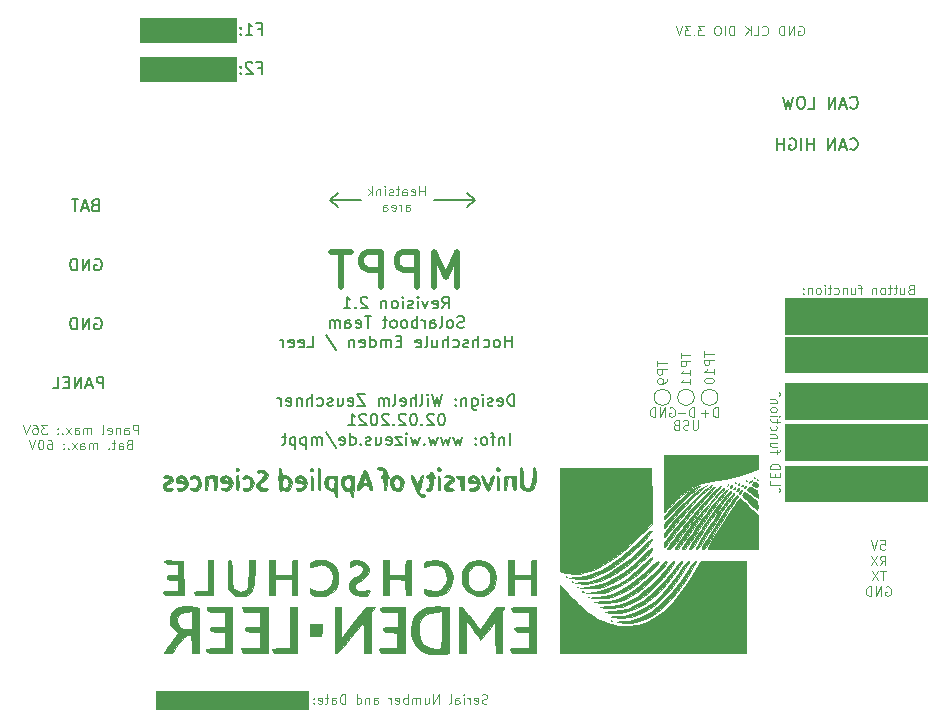
<source format=gbo>
G04 #@! TF.GenerationSoftware,KiCad,Pcbnew,5.1.9+dfsg1-1~bpo10+1*
G04 #@! TF.CreationDate,2021-11-07T18:13:51+00:00*
G04 #@! TF.ProjectId,MPPT_Solar_KiCAD,4d505054-5f53-46f6-9c61-725f4b694341,Rev. 2.1*
G04 #@! TF.SameCoordinates,Original*
G04 #@! TF.FileFunction,Legend,Bot*
G04 #@! TF.FilePolarity,Positive*
%FSLAX46Y46*%
G04 Gerber Fmt 4.6, Leading zero omitted, Abs format (unit mm)*
G04 Created by KiCad (PCBNEW 5.1.9+dfsg1-1~bpo10+1) date 2021-11-07 18:13:51*
%MOMM*%
%LPD*%
G01*
G04 APERTURE LIST*
%ADD10C,0.100000*%
%ADD11C,0.200000*%
%ADD12C,0.150000*%
%ADD13C,0.500000*%
%ADD14C,0.010000*%
%ADD15C,0.120000*%
G04 APERTURE END LIST*
D10*
X27600000Y-78511904D02*
X27600000Y-77711904D01*
X27295238Y-77711904D01*
X27219047Y-77750000D01*
X27180952Y-77788095D01*
X27142857Y-77864285D01*
X27142857Y-77978571D01*
X27180952Y-78054761D01*
X27219047Y-78092857D01*
X27295238Y-78130952D01*
X27600000Y-78130952D01*
X26457142Y-78511904D02*
X26457142Y-78092857D01*
X26495238Y-78016666D01*
X26571428Y-77978571D01*
X26723809Y-77978571D01*
X26800000Y-78016666D01*
X26457142Y-78473809D02*
X26533333Y-78511904D01*
X26723809Y-78511904D01*
X26800000Y-78473809D01*
X26838095Y-78397619D01*
X26838095Y-78321428D01*
X26800000Y-78245238D01*
X26723809Y-78207142D01*
X26533333Y-78207142D01*
X26457142Y-78169047D01*
X26076190Y-77978571D02*
X26076190Y-78511904D01*
X26076190Y-78054761D02*
X26038095Y-78016666D01*
X25961904Y-77978571D01*
X25847619Y-77978571D01*
X25771428Y-78016666D01*
X25733333Y-78092857D01*
X25733333Y-78511904D01*
X25047619Y-78473809D02*
X25123809Y-78511904D01*
X25276190Y-78511904D01*
X25352380Y-78473809D01*
X25390476Y-78397619D01*
X25390476Y-78092857D01*
X25352380Y-78016666D01*
X25276190Y-77978571D01*
X25123809Y-77978571D01*
X25047619Y-78016666D01*
X25009523Y-78092857D01*
X25009523Y-78169047D01*
X25390476Y-78245238D01*
X24552380Y-78511904D02*
X24628571Y-78473809D01*
X24666666Y-78397619D01*
X24666666Y-77711904D01*
X23638095Y-78511904D02*
X23638095Y-77978571D01*
X23638095Y-78054761D02*
X23600000Y-78016666D01*
X23523809Y-77978571D01*
X23409523Y-77978571D01*
X23333333Y-78016666D01*
X23295238Y-78092857D01*
X23295238Y-78511904D01*
X23295238Y-78092857D02*
X23257142Y-78016666D01*
X23180952Y-77978571D01*
X23066666Y-77978571D01*
X22990476Y-78016666D01*
X22952380Y-78092857D01*
X22952380Y-78511904D01*
X22228571Y-78511904D02*
X22228571Y-78092857D01*
X22266666Y-78016666D01*
X22342857Y-77978571D01*
X22495238Y-77978571D01*
X22571428Y-78016666D01*
X22228571Y-78473809D02*
X22304761Y-78511904D01*
X22495238Y-78511904D01*
X22571428Y-78473809D01*
X22609523Y-78397619D01*
X22609523Y-78321428D01*
X22571428Y-78245238D01*
X22495238Y-78207142D01*
X22304761Y-78207142D01*
X22228571Y-78169047D01*
X21923809Y-78511904D02*
X21504761Y-77978571D01*
X21923809Y-77978571D02*
X21504761Y-78511904D01*
X21200000Y-78435714D02*
X21161904Y-78473809D01*
X21200000Y-78511904D01*
X21238095Y-78473809D01*
X21200000Y-78435714D01*
X21200000Y-78511904D01*
X20819047Y-78435714D02*
X20780952Y-78473809D01*
X20819047Y-78511904D01*
X20857142Y-78473809D01*
X20819047Y-78435714D01*
X20819047Y-78511904D01*
X20819047Y-78016666D02*
X20780952Y-78054761D01*
X20819047Y-78092857D01*
X20857142Y-78054761D01*
X20819047Y-78016666D01*
X20819047Y-78092857D01*
X19904761Y-77711904D02*
X19409523Y-77711904D01*
X19676190Y-78016666D01*
X19561904Y-78016666D01*
X19485714Y-78054761D01*
X19447619Y-78092857D01*
X19409523Y-78169047D01*
X19409523Y-78359523D01*
X19447619Y-78435714D01*
X19485714Y-78473809D01*
X19561904Y-78511904D01*
X19790476Y-78511904D01*
X19866666Y-78473809D01*
X19904761Y-78435714D01*
X18723809Y-77711904D02*
X18876190Y-77711904D01*
X18952380Y-77750000D01*
X18990476Y-77788095D01*
X19066666Y-77902380D01*
X19104761Y-78054761D01*
X19104761Y-78359523D01*
X19066666Y-78435714D01*
X19028571Y-78473809D01*
X18952380Y-78511904D01*
X18799999Y-78511904D01*
X18723809Y-78473809D01*
X18685714Y-78435714D01*
X18647619Y-78359523D01*
X18647619Y-78169047D01*
X18685714Y-78092857D01*
X18723809Y-78054761D01*
X18799999Y-78016666D01*
X18952380Y-78016666D01*
X19028571Y-78054761D01*
X19066666Y-78092857D01*
X19104761Y-78169047D01*
X18419047Y-77711904D02*
X18152380Y-78511904D01*
X17885714Y-77711904D01*
X26838095Y-79392857D02*
X26723809Y-79430952D01*
X26685714Y-79469047D01*
X26647619Y-79545238D01*
X26647619Y-79659523D01*
X26685714Y-79735714D01*
X26723809Y-79773809D01*
X26800000Y-79811904D01*
X27104761Y-79811904D01*
X27104761Y-79011904D01*
X26838095Y-79011904D01*
X26761904Y-79050000D01*
X26723809Y-79088095D01*
X26685714Y-79164285D01*
X26685714Y-79240476D01*
X26723809Y-79316666D01*
X26761904Y-79354761D01*
X26838095Y-79392857D01*
X27104761Y-79392857D01*
X25961904Y-79811904D02*
X25961904Y-79392857D01*
X26000000Y-79316666D01*
X26076190Y-79278571D01*
X26228571Y-79278571D01*
X26304761Y-79316666D01*
X25961904Y-79773809D02*
X26038095Y-79811904D01*
X26228571Y-79811904D01*
X26304761Y-79773809D01*
X26342857Y-79697619D01*
X26342857Y-79621428D01*
X26304761Y-79545238D01*
X26228571Y-79507142D01*
X26038095Y-79507142D01*
X25961904Y-79469047D01*
X25695238Y-79278571D02*
X25390476Y-79278571D01*
X25580952Y-79011904D02*
X25580952Y-79697619D01*
X25542857Y-79773809D01*
X25466666Y-79811904D01*
X25390476Y-79811904D01*
X25123809Y-79735714D02*
X25085714Y-79773809D01*
X25123809Y-79811904D01*
X25161904Y-79773809D01*
X25123809Y-79735714D01*
X25123809Y-79811904D01*
X24133333Y-79811904D02*
X24133333Y-79278571D01*
X24133333Y-79354761D02*
X24095238Y-79316666D01*
X24019047Y-79278571D01*
X23904761Y-79278571D01*
X23828571Y-79316666D01*
X23790476Y-79392857D01*
X23790476Y-79811904D01*
X23790476Y-79392857D02*
X23752380Y-79316666D01*
X23676190Y-79278571D01*
X23561904Y-79278571D01*
X23485714Y-79316666D01*
X23447619Y-79392857D01*
X23447619Y-79811904D01*
X22723809Y-79811904D02*
X22723809Y-79392857D01*
X22761904Y-79316666D01*
X22838095Y-79278571D01*
X22990476Y-79278571D01*
X23066666Y-79316666D01*
X22723809Y-79773809D02*
X22800000Y-79811904D01*
X22990476Y-79811904D01*
X23066666Y-79773809D01*
X23104761Y-79697619D01*
X23104761Y-79621428D01*
X23066666Y-79545238D01*
X22990476Y-79507142D01*
X22800000Y-79507142D01*
X22723809Y-79469047D01*
X22419047Y-79811904D02*
X22000000Y-79278571D01*
X22419047Y-79278571D02*
X22000000Y-79811904D01*
X21695238Y-79735714D02*
X21657142Y-79773809D01*
X21695238Y-79811904D01*
X21733333Y-79773809D01*
X21695238Y-79735714D01*
X21695238Y-79811904D01*
X21314285Y-79735714D02*
X21276190Y-79773809D01*
X21314285Y-79811904D01*
X21352380Y-79773809D01*
X21314285Y-79735714D01*
X21314285Y-79811904D01*
X21314285Y-79316666D02*
X21276190Y-79354761D01*
X21314285Y-79392857D01*
X21352380Y-79354761D01*
X21314285Y-79316666D01*
X21314285Y-79392857D01*
X19980952Y-79011904D02*
X20133333Y-79011904D01*
X20209523Y-79050000D01*
X20247619Y-79088095D01*
X20323809Y-79202380D01*
X20361904Y-79354761D01*
X20361904Y-79659523D01*
X20323809Y-79735714D01*
X20285714Y-79773809D01*
X20209523Y-79811904D01*
X20057142Y-79811904D01*
X19980952Y-79773809D01*
X19942857Y-79735714D01*
X19904761Y-79659523D01*
X19904761Y-79469047D01*
X19942857Y-79392857D01*
X19980952Y-79354761D01*
X20057142Y-79316666D01*
X20209523Y-79316666D01*
X20285714Y-79354761D01*
X20323809Y-79392857D01*
X20361904Y-79469047D01*
X19409523Y-79011904D02*
X19333333Y-79011904D01*
X19257142Y-79050000D01*
X19219047Y-79088095D01*
X19180952Y-79164285D01*
X19142857Y-79316666D01*
X19142857Y-79507142D01*
X19180952Y-79659523D01*
X19219047Y-79735714D01*
X19257142Y-79773809D01*
X19333333Y-79811904D01*
X19409523Y-79811904D01*
X19485714Y-79773809D01*
X19523809Y-79735714D01*
X19561904Y-79659523D01*
X19600000Y-79507142D01*
X19600000Y-79316666D01*
X19561904Y-79164285D01*
X19523809Y-79088095D01*
X19485714Y-79050000D01*
X19409523Y-79011904D01*
X18914285Y-79011904D02*
X18647619Y-79811904D01*
X18380952Y-79011904D01*
X93019047Y-66242857D02*
X92904761Y-66280952D01*
X92866666Y-66319047D01*
X92828571Y-66395238D01*
X92828571Y-66509523D01*
X92866666Y-66585714D01*
X92904761Y-66623809D01*
X92980952Y-66661904D01*
X93285714Y-66661904D01*
X93285714Y-65861904D01*
X93019047Y-65861904D01*
X92942857Y-65900000D01*
X92904761Y-65938095D01*
X92866666Y-66014285D01*
X92866666Y-66090476D01*
X92904761Y-66166666D01*
X92942857Y-66204761D01*
X93019047Y-66242857D01*
X93285714Y-66242857D01*
X92142857Y-66128571D02*
X92142857Y-66661904D01*
X92485714Y-66128571D02*
X92485714Y-66547619D01*
X92447619Y-66623809D01*
X92371428Y-66661904D01*
X92257142Y-66661904D01*
X92180952Y-66623809D01*
X92142857Y-66585714D01*
X91876190Y-66128571D02*
X91571428Y-66128571D01*
X91761904Y-65861904D02*
X91761904Y-66547619D01*
X91723809Y-66623809D01*
X91647619Y-66661904D01*
X91571428Y-66661904D01*
X91419047Y-66128571D02*
X91114285Y-66128571D01*
X91304761Y-65861904D02*
X91304761Y-66547619D01*
X91266666Y-66623809D01*
X91190476Y-66661904D01*
X91114285Y-66661904D01*
X90733333Y-66661904D02*
X90809523Y-66623809D01*
X90847619Y-66585714D01*
X90885714Y-66509523D01*
X90885714Y-66280952D01*
X90847619Y-66204761D01*
X90809523Y-66166666D01*
X90733333Y-66128571D01*
X90619047Y-66128571D01*
X90542857Y-66166666D01*
X90504761Y-66204761D01*
X90466666Y-66280952D01*
X90466666Y-66509523D01*
X90504761Y-66585714D01*
X90542857Y-66623809D01*
X90619047Y-66661904D01*
X90733333Y-66661904D01*
X90123809Y-66128571D02*
X90123809Y-66661904D01*
X90123809Y-66204761D02*
X90085714Y-66166666D01*
X90009523Y-66128571D01*
X89895238Y-66128571D01*
X89819047Y-66166666D01*
X89780952Y-66242857D01*
X89780952Y-66661904D01*
X88904761Y-66128571D02*
X88600000Y-66128571D01*
X88790476Y-66661904D02*
X88790476Y-65976190D01*
X88752380Y-65900000D01*
X88676190Y-65861904D01*
X88600000Y-65861904D01*
X87990476Y-66128571D02*
X87990476Y-66661904D01*
X88333333Y-66128571D02*
X88333333Y-66547619D01*
X88295238Y-66623809D01*
X88219047Y-66661904D01*
X88104761Y-66661904D01*
X88028571Y-66623809D01*
X87990476Y-66585714D01*
X87609523Y-66128571D02*
X87609523Y-66661904D01*
X87609523Y-66204761D02*
X87571428Y-66166666D01*
X87495238Y-66128571D01*
X87380952Y-66128571D01*
X87304761Y-66166666D01*
X87266666Y-66242857D01*
X87266666Y-66661904D01*
X86542857Y-66623809D02*
X86619047Y-66661904D01*
X86771428Y-66661904D01*
X86847619Y-66623809D01*
X86885714Y-66585714D01*
X86923809Y-66509523D01*
X86923809Y-66280952D01*
X86885714Y-66204761D01*
X86847619Y-66166666D01*
X86771428Y-66128571D01*
X86619047Y-66128571D01*
X86542857Y-66166666D01*
X86314285Y-66128571D02*
X86009523Y-66128571D01*
X86200000Y-65861904D02*
X86200000Y-66547619D01*
X86161904Y-66623809D01*
X86085714Y-66661904D01*
X86009523Y-66661904D01*
X85742857Y-66661904D02*
X85742857Y-66128571D01*
X85742857Y-65861904D02*
X85780952Y-65900000D01*
X85742857Y-65938095D01*
X85704761Y-65900000D01*
X85742857Y-65861904D01*
X85742857Y-65938095D01*
X85247619Y-66661904D02*
X85323809Y-66623809D01*
X85361904Y-66585714D01*
X85400000Y-66509523D01*
X85400000Y-66280952D01*
X85361904Y-66204761D01*
X85323809Y-66166666D01*
X85247619Y-66128571D01*
X85133333Y-66128571D01*
X85057142Y-66166666D01*
X85019047Y-66204761D01*
X84980952Y-66280952D01*
X84980952Y-66509523D01*
X85019047Y-66585714D01*
X85057142Y-66623809D01*
X85133333Y-66661904D01*
X85247619Y-66661904D01*
X84638095Y-66128571D02*
X84638095Y-66661904D01*
X84638095Y-66204761D02*
X84600000Y-66166666D01*
X84523809Y-66128571D01*
X84409523Y-66128571D01*
X84333333Y-66166666D01*
X84295238Y-66242857D01*
X84295238Y-66661904D01*
X83914285Y-66585714D02*
X83876190Y-66623809D01*
X83914285Y-66661904D01*
X83952380Y-66623809D01*
X83914285Y-66585714D01*
X83914285Y-66661904D01*
X83914285Y-66166666D02*
X83876190Y-66204761D01*
X83914285Y-66242857D01*
X83952380Y-66204761D01*
X83914285Y-66166666D01*
X83914285Y-66242857D01*
G36*
X94400000Y-70000000D02*
G01*
X82400000Y-70000000D01*
X82400000Y-67000000D01*
X94400000Y-67000000D01*
X94400000Y-70000000D01*
G37*
X94400000Y-70000000D02*
X82400000Y-70000000D01*
X82400000Y-67000000D01*
X94400000Y-67000000D01*
X94400000Y-70000000D01*
X81861904Y-83409523D02*
X81976190Y-83257142D01*
X81861904Y-83104761D01*
X81138095Y-82457142D02*
X81138095Y-82838095D01*
X81938095Y-82838095D01*
X81557142Y-82190476D02*
X81557142Y-81923809D01*
X81138095Y-81809523D02*
X81138095Y-82190476D01*
X81938095Y-82190476D01*
X81938095Y-81809523D01*
X81138095Y-81466666D02*
X81938095Y-81466666D01*
X81938095Y-81276190D01*
X81900000Y-81161904D01*
X81823809Y-81085714D01*
X81747619Y-81047619D01*
X81595238Y-81009523D01*
X81480952Y-81009523D01*
X81328571Y-81047619D01*
X81252380Y-81085714D01*
X81176190Y-81161904D01*
X81138095Y-81276190D01*
X81138095Y-81466666D01*
X81671428Y-80171428D02*
X81671428Y-79866666D01*
X81138095Y-80057142D02*
X81823809Y-80057142D01*
X81900000Y-80019047D01*
X81938095Y-79942857D01*
X81938095Y-79866666D01*
X81671428Y-79257142D02*
X81138095Y-79257142D01*
X81671428Y-79600000D02*
X81252380Y-79600000D01*
X81176190Y-79561904D01*
X81138095Y-79485714D01*
X81138095Y-79371428D01*
X81176190Y-79295238D01*
X81214285Y-79257142D01*
X81671428Y-78876190D02*
X81138095Y-78876190D01*
X81595238Y-78876190D02*
X81633333Y-78838095D01*
X81671428Y-78761904D01*
X81671428Y-78647619D01*
X81633333Y-78571428D01*
X81557142Y-78533333D01*
X81138095Y-78533333D01*
X81176190Y-77809523D02*
X81138095Y-77885714D01*
X81138095Y-78038095D01*
X81176190Y-78114285D01*
X81214285Y-78152380D01*
X81290476Y-78190476D01*
X81519047Y-78190476D01*
X81595238Y-78152380D01*
X81633333Y-78114285D01*
X81671428Y-78038095D01*
X81671428Y-77885714D01*
X81633333Y-77809523D01*
X81671428Y-77580952D02*
X81671428Y-77276190D01*
X81938095Y-77466666D02*
X81252380Y-77466666D01*
X81176190Y-77428571D01*
X81138095Y-77352380D01*
X81138095Y-77276190D01*
X81138095Y-77009523D02*
X81671428Y-77009523D01*
X81938095Y-77009523D02*
X81900000Y-77047619D01*
X81861904Y-77009523D01*
X81900000Y-76971428D01*
X81938095Y-77009523D01*
X81861904Y-77009523D01*
X81138095Y-76514285D02*
X81176190Y-76590476D01*
X81214285Y-76628571D01*
X81290476Y-76666666D01*
X81519047Y-76666666D01*
X81595238Y-76628571D01*
X81633333Y-76590476D01*
X81671428Y-76514285D01*
X81671428Y-76400000D01*
X81633333Y-76323809D01*
X81595238Y-76285714D01*
X81519047Y-76247619D01*
X81290476Y-76247619D01*
X81214285Y-76285714D01*
X81176190Y-76323809D01*
X81138095Y-76400000D01*
X81138095Y-76514285D01*
X81671428Y-75904761D02*
X81138095Y-75904761D01*
X81595238Y-75904761D02*
X81633333Y-75866666D01*
X81671428Y-75790476D01*
X81671428Y-75676190D01*
X81633333Y-75600000D01*
X81557142Y-75561904D01*
X81138095Y-75561904D01*
X81861904Y-75295238D02*
X81976190Y-75142857D01*
X81861904Y-74990476D01*
G36*
X94400000Y-73300000D02*
G01*
X82400000Y-73300000D01*
X82400000Y-70300000D01*
X94400000Y-70300000D01*
X94400000Y-73300000D01*
G37*
X94400000Y-73300000D02*
X82400000Y-73300000D01*
X82400000Y-70300000D01*
X94400000Y-70300000D01*
X94400000Y-73300000D01*
G36*
X94400000Y-84200000D02*
G01*
X82400000Y-84200000D01*
X82400000Y-81200000D01*
X94400000Y-81200000D01*
X94400000Y-84200000D01*
G37*
X94400000Y-84200000D02*
X82400000Y-84200000D01*
X82400000Y-81200000D01*
X94400000Y-81200000D01*
X94400000Y-84200000D01*
G36*
X94400000Y-80700000D02*
G01*
X82400000Y-80700000D01*
X82400000Y-77700000D01*
X94400000Y-77700000D01*
X94400000Y-80700000D01*
G37*
X94400000Y-80700000D02*
X82400000Y-80700000D01*
X82400000Y-77700000D01*
X94400000Y-77700000D01*
X94400000Y-80700000D01*
G36*
X94400000Y-77200000D02*
G01*
X82400000Y-77200000D01*
X82400000Y-74200000D01*
X94400000Y-74200000D01*
X94400000Y-77200000D01*
G37*
X94400000Y-77200000D02*
X82400000Y-77200000D01*
X82400000Y-74200000D01*
X94400000Y-74200000D01*
X94400000Y-77200000D01*
X75009523Y-77361904D02*
X75009523Y-78009523D01*
X74971428Y-78085714D01*
X74933333Y-78123809D01*
X74857142Y-78161904D01*
X74704761Y-78161904D01*
X74628571Y-78123809D01*
X74590476Y-78085714D01*
X74552380Y-78009523D01*
X74552380Y-77361904D01*
X74209523Y-78123809D02*
X74095238Y-78161904D01*
X73904761Y-78161904D01*
X73828571Y-78123809D01*
X73790476Y-78085714D01*
X73752380Y-78009523D01*
X73752380Y-77933333D01*
X73790476Y-77857142D01*
X73828571Y-77819047D01*
X73904761Y-77780952D01*
X74057142Y-77742857D01*
X74133333Y-77704761D01*
X74171428Y-77666666D01*
X74209523Y-77590476D01*
X74209523Y-77514285D01*
X74171428Y-77438095D01*
X74133333Y-77400000D01*
X74057142Y-77361904D01*
X73866666Y-77361904D01*
X73752380Y-77400000D01*
X73142857Y-77742857D02*
X73028571Y-77780952D01*
X72990476Y-77819047D01*
X72952380Y-77895238D01*
X72952380Y-78009523D01*
X72990476Y-78085714D01*
X73028571Y-78123809D01*
X73104761Y-78161904D01*
X73409523Y-78161904D01*
X73409523Y-77361904D01*
X73142857Y-77361904D01*
X73066666Y-77400000D01*
X73028571Y-77438095D01*
X72990476Y-77514285D01*
X72990476Y-77590476D01*
X73028571Y-77666666D01*
X73066666Y-77704761D01*
X73142857Y-77742857D01*
X73409523Y-77742857D01*
X72609523Y-76300000D02*
X72685714Y-76261904D01*
X72800000Y-76261904D01*
X72914285Y-76300000D01*
X72990476Y-76376190D01*
X73028571Y-76452380D01*
X73066666Y-76604761D01*
X73066666Y-76719047D01*
X73028571Y-76871428D01*
X72990476Y-76947619D01*
X72914285Y-77023809D01*
X72800000Y-77061904D01*
X72723809Y-77061904D01*
X72609523Y-77023809D01*
X72571428Y-76985714D01*
X72571428Y-76719047D01*
X72723809Y-76719047D01*
X72228571Y-77061904D02*
X72228571Y-76261904D01*
X71771428Y-77061904D01*
X71771428Y-76261904D01*
X71390476Y-77061904D02*
X71390476Y-76261904D01*
X71200000Y-76261904D01*
X71085714Y-76300000D01*
X71009523Y-76376190D01*
X70971428Y-76452380D01*
X70933333Y-76604761D01*
X70933333Y-76719047D01*
X70971428Y-76871428D01*
X71009523Y-76947619D01*
X71085714Y-77023809D01*
X71200000Y-77061904D01*
X71390476Y-77061904D01*
X74704761Y-77061904D02*
X74704761Y-76261904D01*
X74514285Y-76261904D01*
X74400000Y-76300000D01*
X74323809Y-76376190D01*
X74285714Y-76452380D01*
X74247619Y-76604761D01*
X74247619Y-76719047D01*
X74285714Y-76871428D01*
X74323809Y-76947619D01*
X74400000Y-77023809D01*
X74514285Y-77061904D01*
X74704761Y-77061904D01*
X73904761Y-76757142D02*
X73295238Y-76757142D01*
X76704761Y-77061904D02*
X76704761Y-76261904D01*
X76514285Y-76261904D01*
X76400000Y-76300000D01*
X76323809Y-76376190D01*
X76285714Y-76452380D01*
X76247619Y-76604761D01*
X76247619Y-76719047D01*
X76285714Y-76871428D01*
X76323809Y-76947619D01*
X76400000Y-77023809D01*
X76514285Y-77061904D01*
X76704761Y-77061904D01*
X75904761Y-76757142D02*
X75295238Y-76757142D01*
X75600000Y-77061904D02*
X75600000Y-76452380D01*
D11*
X43900000Y-58700000D02*
X44500000Y-59300000D01*
X43900000Y-58700000D02*
X44500000Y-58100000D01*
X46500000Y-58700000D02*
X43900000Y-58700000D01*
X56100000Y-58700000D02*
X55500000Y-59300000D01*
X56100000Y-58700000D02*
X55500000Y-58100000D01*
X52700000Y-58700000D02*
X56100000Y-58700000D01*
D10*
X51861904Y-58311904D02*
X51861904Y-57511904D01*
X51861904Y-57892857D02*
X51404761Y-57892857D01*
X51404761Y-58311904D02*
X51404761Y-57511904D01*
X50719047Y-58273809D02*
X50795238Y-58311904D01*
X50947619Y-58311904D01*
X51023809Y-58273809D01*
X51061904Y-58197619D01*
X51061904Y-57892857D01*
X51023809Y-57816666D01*
X50947619Y-57778571D01*
X50795238Y-57778571D01*
X50719047Y-57816666D01*
X50680952Y-57892857D01*
X50680952Y-57969047D01*
X51061904Y-58045238D01*
X49995238Y-58311904D02*
X49995238Y-57892857D01*
X50033333Y-57816666D01*
X50109523Y-57778571D01*
X50261904Y-57778571D01*
X50338095Y-57816666D01*
X49995238Y-58273809D02*
X50071428Y-58311904D01*
X50261904Y-58311904D01*
X50338095Y-58273809D01*
X50376190Y-58197619D01*
X50376190Y-58121428D01*
X50338095Y-58045238D01*
X50261904Y-58007142D01*
X50071428Y-58007142D01*
X49995238Y-57969047D01*
X49728571Y-57778571D02*
X49423809Y-57778571D01*
X49614285Y-57511904D02*
X49614285Y-58197619D01*
X49576190Y-58273809D01*
X49500000Y-58311904D01*
X49423809Y-58311904D01*
X49195238Y-58273809D02*
X49119047Y-58311904D01*
X48966666Y-58311904D01*
X48890476Y-58273809D01*
X48852380Y-58197619D01*
X48852380Y-58159523D01*
X48890476Y-58083333D01*
X48966666Y-58045238D01*
X49080952Y-58045238D01*
X49157142Y-58007142D01*
X49195238Y-57930952D01*
X49195238Y-57892857D01*
X49157142Y-57816666D01*
X49080952Y-57778571D01*
X48966666Y-57778571D01*
X48890476Y-57816666D01*
X48509523Y-58311904D02*
X48509523Y-57778571D01*
X48509523Y-57511904D02*
X48547619Y-57550000D01*
X48509523Y-57588095D01*
X48471428Y-57550000D01*
X48509523Y-57511904D01*
X48509523Y-57588095D01*
X48128571Y-57778571D02*
X48128571Y-58311904D01*
X48128571Y-57854761D02*
X48090476Y-57816666D01*
X48014285Y-57778571D01*
X47900000Y-57778571D01*
X47823809Y-57816666D01*
X47785714Y-57892857D01*
X47785714Y-58311904D01*
X47404761Y-58311904D02*
X47404761Y-57511904D01*
X47328571Y-58007142D02*
X47100000Y-58311904D01*
X47100000Y-57778571D02*
X47404761Y-58083333D01*
X50280952Y-59611904D02*
X50280952Y-59192857D01*
X50319047Y-59116666D01*
X50395238Y-59078571D01*
X50547619Y-59078571D01*
X50623809Y-59116666D01*
X50280952Y-59573809D02*
X50357142Y-59611904D01*
X50547619Y-59611904D01*
X50623809Y-59573809D01*
X50661904Y-59497619D01*
X50661904Y-59421428D01*
X50623809Y-59345238D01*
X50547619Y-59307142D01*
X50357142Y-59307142D01*
X50280952Y-59269047D01*
X49900000Y-59611904D02*
X49900000Y-59078571D01*
X49900000Y-59230952D02*
X49861904Y-59154761D01*
X49823809Y-59116666D01*
X49747619Y-59078571D01*
X49671428Y-59078571D01*
X49100000Y-59573809D02*
X49176190Y-59611904D01*
X49328571Y-59611904D01*
X49404761Y-59573809D01*
X49442857Y-59497619D01*
X49442857Y-59192857D01*
X49404761Y-59116666D01*
X49328571Y-59078571D01*
X49176190Y-59078571D01*
X49100000Y-59116666D01*
X49061904Y-59192857D01*
X49061904Y-59269047D01*
X49442857Y-59345238D01*
X48376190Y-59611904D02*
X48376190Y-59192857D01*
X48414285Y-59116666D01*
X48490476Y-59078571D01*
X48642857Y-59078571D01*
X48719047Y-59116666D01*
X48376190Y-59573809D02*
X48452380Y-59611904D01*
X48642857Y-59611904D01*
X48719047Y-59573809D01*
X48757142Y-59497619D01*
X48757142Y-59421428D01*
X48719047Y-59345238D01*
X48642857Y-59307142D01*
X48452380Y-59307142D01*
X48376190Y-59269047D01*
G36*
X42000000Y-101800000D02*
G01*
X29100000Y-101800000D01*
X29100000Y-100300000D01*
X42000000Y-100300000D01*
X42000000Y-101800000D01*
G37*
X42000000Y-101800000D02*
X29100000Y-101800000D01*
X29100000Y-100300000D01*
X42000000Y-100300000D01*
X42000000Y-101800000D01*
X57171428Y-101323809D02*
X57057142Y-101361904D01*
X56866666Y-101361904D01*
X56790476Y-101323809D01*
X56752380Y-101285714D01*
X56714285Y-101209523D01*
X56714285Y-101133333D01*
X56752380Y-101057142D01*
X56790476Y-101019047D01*
X56866666Y-100980952D01*
X57019047Y-100942857D01*
X57095238Y-100904761D01*
X57133333Y-100866666D01*
X57171428Y-100790476D01*
X57171428Y-100714285D01*
X57133333Y-100638095D01*
X57095238Y-100600000D01*
X57019047Y-100561904D01*
X56828571Y-100561904D01*
X56714285Y-100600000D01*
X56066666Y-101323809D02*
X56142857Y-101361904D01*
X56295238Y-101361904D01*
X56371428Y-101323809D01*
X56409523Y-101247619D01*
X56409523Y-100942857D01*
X56371428Y-100866666D01*
X56295238Y-100828571D01*
X56142857Y-100828571D01*
X56066666Y-100866666D01*
X56028571Y-100942857D01*
X56028571Y-101019047D01*
X56409523Y-101095238D01*
X55685714Y-101361904D02*
X55685714Y-100828571D01*
X55685714Y-100980952D02*
X55647619Y-100904761D01*
X55609523Y-100866666D01*
X55533333Y-100828571D01*
X55457142Y-100828571D01*
X55190476Y-101361904D02*
X55190476Y-100828571D01*
X55190476Y-100561904D02*
X55228571Y-100600000D01*
X55190476Y-100638095D01*
X55152380Y-100600000D01*
X55190476Y-100561904D01*
X55190476Y-100638095D01*
X54466666Y-101361904D02*
X54466666Y-100942857D01*
X54504761Y-100866666D01*
X54580952Y-100828571D01*
X54733333Y-100828571D01*
X54809523Y-100866666D01*
X54466666Y-101323809D02*
X54542857Y-101361904D01*
X54733333Y-101361904D01*
X54809523Y-101323809D01*
X54847619Y-101247619D01*
X54847619Y-101171428D01*
X54809523Y-101095238D01*
X54733333Y-101057142D01*
X54542857Y-101057142D01*
X54466666Y-101019047D01*
X53971428Y-101361904D02*
X54047619Y-101323809D01*
X54085714Y-101247619D01*
X54085714Y-100561904D01*
X53057142Y-101361904D02*
X53057142Y-100561904D01*
X52600000Y-101361904D01*
X52600000Y-100561904D01*
X51876190Y-100828571D02*
X51876190Y-101361904D01*
X52219047Y-100828571D02*
X52219047Y-101247619D01*
X52180952Y-101323809D01*
X52104761Y-101361904D01*
X51990476Y-101361904D01*
X51914285Y-101323809D01*
X51876190Y-101285714D01*
X51495238Y-101361904D02*
X51495238Y-100828571D01*
X51495238Y-100904761D02*
X51457142Y-100866666D01*
X51380952Y-100828571D01*
X51266666Y-100828571D01*
X51190476Y-100866666D01*
X51152380Y-100942857D01*
X51152380Y-101361904D01*
X51152380Y-100942857D02*
X51114285Y-100866666D01*
X51038095Y-100828571D01*
X50923809Y-100828571D01*
X50847619Y-100866666D01*
X50809523Y-100942857D01*
X50809523Y-101361904D01*
X50428571Y-101361904D02*
X50428571Y-100561904D01*
X50428571Y-100866666D02*
X50352380Y-100828571D01*
X50200000Y-100828571D01*
X50123809Y-100866666D01*
X50085714Y-100904761D01*
X50047619Y-100980952D01*
X50047619Y-101209523D01*
X50085714Y-101285714D01*
X50123809Y-101323809D01*
X50200000Y-101361904D01*
X50352380Y-101361904D01*
X50428571Y-101323809D01*
X49400000Y-101323809D02*
X49476190Y-101361904D01*
X49628571Y-101361904D01*
X49704761Y-101323809D01*
X49742857Y-101247619D01*
X49742857Y-100942857D01*
X49704761Y-100866666D01*
X49628571Y-100828571D01*
X49476190Y-100828571D01*
X49400000Y-100866666D01*
X49361904Y-100942857D01*
X49361904Y-101019047D01*
X49742857Y-101095238D01*
X49019047Y-101361904D02*
X49019047Y-100828571D01*
X49019047Y-100980952D02*
X48980952Y-100904761D01*
X48942857Y-100866666D01*
X48866666Y-100828571D01*
X48790476Y-100828571D01*
X47571428Y-101361904D02*
X47571428Y-100942857D01*
X47609523Y-100866666D01*
X47685714Y-100828571D01*
X47838095Y-100828571D01*
X47914285Y-100866666D01*
X47571428Y-101323809D02*
X47647619Y-101361904D01*
X47838095Y-101361904D01*
X47914285Y-101323809D01*
X47952380Y-101247619D01*
X47952380Y-101171428D01*
X47914285Y-101095238D01*
X47838095Y-101057142D01*
X47647619Y-101057142D01*
X47571428Y-101019047D01*
X47190476Y-100828571D02*
X47190476Y-101361904D01*
X47190476Y-100904761D02*
X47152380Y-100866666D01*
X47076190Y-100828571D01*
X46961904Y-100828571D01*
X46885714Y-100866666D01*
X46847619Y-100942857D01*
X46847619Y-101361904D01*
X46123809Y-101361904D02*
X46123809Y-100561904D01*
X46123809Y-101323809D02*
X46200000Y-101361904D01*
X46352380Y-101361904D01*
X46428571Y-101323809D01*
X46466666Y-101285714D01*
X46504761Y-101209523D01*
X46504761Y-100980952D01*
X46466666Y-100904761D01*
X46428571Y-100866666D01*
X46352380Y-100828571D01*
X46200000Y-100828571D01*
X46123809Y-100866666D01*
X45133333Y-101361904D02*
X45133333Y-100561904D01*
X44942857Y-100561904D01*
X44828571Y-100600000D01*
X44752380Y-100676190D01*
X44714285Y-100752380D01*
X44676190Y-100904761D01*
X44676190Y-101019047D01*
X44714285Y-101171428D01*
X44752380Y-101247619D01*
X44828571Y-101323809D01*
X44942857Y-101361904D01*
X45133333Y-101361904D01*
X43990476Y-101361904D02*
X43990476Y-100942857D01*
X44028571Y-100866666D01*
X44104761Y-100828571D01*
X44257142Y-100828571D01*
X44333333Y-100866666D01*
X43990476Y-101323809D02*
X44066666Y-101361904D01*
X44257142Y-101361904D01*
X44333333Y-101323809D01*
X44371428Y-101247619D01*
X44371428Y-101171428D01*
X44333333Y-101095238D01*
X44257142Y-101057142D01*
X44066666Y-101057142D01*
X43990476Y-101019047D01*
X43723809Y-100828571D02*
X43419047Y-100828571D01*
X43609523Y-100561904D02*
X43609523Y-101247619D01*
X43571428Y-101323809D01*
X43495238Y-101361904D01*
X43419047Y-101361904D01*
X42847619Y-101323809D02*
X42923809Y-101361904D01*
X43076190Y-101361904D01*
X43152380Y-101323809D01*
X43190476Y-101247619D01*
X43190476Y-100942857D01*
X43152380Y-100866666D01*
X43076190Y-100828571D01*
X42923809Y-100828571D01*
X42847619Y-100866666D01*
X42809523Y-100942857D01*
X42809523Y-101019047D01*
X43190476Y-101095238D01*
X42466666Y-101285714D02*
X42428571Y-101323809D01*
X42466666Y-101361904D01*
X42504761Y-101323809D01*
X42466666Y-101285714D01*
X42466666Y-101361904D01*
X42466666Y-100866666D02*
X42428571Y-100904761D01*
X42466666Y-100942857D01*
X42504761Y-100904761D01*
X42466666Y-100866666D01*
X42466666Y-100942857D01*
G36*
X35900000Y-45300000D02*
G01*
X27800000Y-45300000D01*
X27800000Y-43300000D01*
X35900000Y-43300000D01*
X35900000Y-45300000D01*
G37*
X35900000Y-45300000D02*
X27800000Y-45300000D01*
X27800000Y-43300000D01*
X35900000Y-43300000D01*
X35900000Y-45300000D01*
G36*
X35900000Y-48600000D02*
G01*
X27800000Y-48600000D01*
X27800000Y-46600000D01*
X35900000Y-46600000D01*
X35900000Y-48600000D01*
G37*
X35900000Y-48600000D02*
X27800000Y-48600000D01*
X27800000Y-46600000D01*
X35900000Y-46600000D01*
X35900000Y-48600000D01*
D12*
X37771428Y-44178571D02*
X38104761Y-44178571D01*
X38104761Y-44702380D02*
X38104761Y-43702380D01*
X37628571Y-43702380D01*
X36723809Y-44702380D02*
X37295238Y-44702380D01*
X37009523Y-44702380D02*
X37009523Y-43702380D01*
X37104761Y-43845238D01*
X37200000Y-43940476D01*
X37295238Y-43988095D01*
X36295238Y-44607142D02*
X36247619Y-44654761D01*
X36295238Y-44702380D01*
X36342857Y-44654761D01*
X36295238Y-44607142D01*
X36295238Y-44702380D01*
X36295238Y-44083333D02*
X36247619Y-44130952D01*
X36295238Y-44178571D01*
X36342857Y-44130952D01*
X36295238Y-44083333D01*
X36295238Y-44178571D01*
X37771428Y-47478571D02*
X38104761Y-47478571D01*
X38104761Y-48002380D02*
X38104761Y-47002380D01*
X37628571Y-47002380D01*
X37295238Y-47097619D02*
X37247619Y-47050000D01*
X37152380Y-47002380D01*
X36914285Y-47002380D01*
X36819047Y-47050000D01*
X36771428Y-47097619D01*
X36723809Y-47192857D01*
X36723809Y-47288095D01*
X36771428Y-47430952D01*
X37342857Y-48002380D01*
X36723809Y-48002380D01*
X36295238Y-47907142D02*
X36247619Y-47954761D01*
X36295238Y-48002380D01*
X36342857Y-47954761D01*
X36295238Y-47907142D01*
X36295238Y-48002380D01*
X36295238Y-47383333D02*
X36247619Y-47430952D01*
X36295238Y-47478571D01*
X36342857Y-47430952D01*
X36295238Y-47383333D01*
X36295238Y-47478571D01*
D10*
X83552380Y-44000000D02*
X83628571Y-43961904D01*
X83742857Y-43961904D01*
X83857142Y-44000000D01*
X83933333Y-44076190D01*
X83971428Y-44152380D01*
X84009523Y-44304761D01*
X84009523Y-44419047D01*
X83971428Y-44571428D01*
X83933333Y-44647619D01*
X83857142Y-44723809D01*
X83742857Y-44761904D01*
X83666666Y-44761904D01*
X83552380Y-44723809D01*
X83514285Y-44685714D01*
X83514285Y-44419047D01*
X83666666Y-44419047D01*
X83171428Y-44761904D02*
X83171428Y-43961904D01*
X82714285Y-44761904D01*
X82714285Y-43961904D01*
X82333333Y-44761904D02*
X82333333Y-43961904D01*
X82142857Y-43961904D01*
X82028571Y-44000000D01*
X81952380Y-44076190D01*
X81914285Y-44152380D01*
X81876190Y-44304761D01*
X81876190Y-44419047D01*
X81914285Y-44571428D01*
X81952380Y-44647619D01*
X82028571Y-44723809D01*
X82142857Y-44761904D01*
X82333333Y-44761904D01*
X80466666Y-44685714D02*
X80504761Y-44723809D01*
X80619047Y-44761904D01*
X80695238Y-44761904D01*
X80809523Y-44723809D01*
X80885714Y-44647619D01*
X80923809Y-44571428D01*
X80961904Y-44419047D01*
X80961904Y-44304761D01*
X80923809Y-44152380D01*
X80885714Y-44076190D01*
X80809523Y-44000000D01*
X80695238Y-43961904D01*
X80619047Y-43961904D01*
X80504761Y-44000000D01*
X80466666Y-44038095D01*
X79742857Y-44761904D02*
X80123809Y-44761904D01*
X80123809Y-43961904D01*
X79476190Y-44761904D02*
X79476190Y-43961904D01*
X79019047Y-44761904D02*
X79361904Y-44304761D01*
X79019047Y-43961904D02*
X79476190Y-44419047D01*
X78066666Y-44761904D02*
X78066666Y-43961904D01*
X77876190Y-43961904D01*
X77761904Y-44000000D01*
X77685714Y-44076190D01*
X77647619Y-44152380D01*
X77609523Y-44304761D01*
X77609523Y-44419047D01*
X77647619Y-44571428D01*
X77685714Y-44647619D01*
X77761904Y-44723809D01*
X77876190Y-44761904D01*
X78066666Y-44761904D01*
X77266666Y-44761904D02*
X77266666Y-43961904D01*
X76733333Y-43961904D02*
X76580952Y-43961904D01*
X76504761Y-44000000D01*
X76428571Y-44076190D01*
X76390476Y-44228571D01*
X76390476Y-44495238D01*
X76428571Y-44647619D01*
X76504761Y-44723809D01*
X76580952Y-44761904D01*
X76733333Y-44761904D01*
X76809523Y-44723809D01*
X76885714Y-44647619D01*
X76923809Y-44495238D01*
X76923809Y-44228571D01*
X76885714Y-44076190D01*
X76809523Y-44000000D01*
X76733333Y-43961904D01*
X75514285Y-43961904D02*
X75019047Y-43961904D01*
X75285714Y-44266666D01*
X75171428Y-44266666D01*
X75095238Y-44304761D01*
X75057142Y-44342857D01*
X75019047Y-44419047D01*
X75019047Y-44609523D01*
X75057142Y-44685714D01*
X75095238Y-44723809D01*
X75171428Y-44761904D01*
X75400000Y-44761904D01*
X75476190Y-44723809D01*
X75514285Y-44685714D01*
X74676190Y-44685714D02*
X74638095Y-44723809D01*
X74676190Y-44761904D01*
X74714285Y-44723809D01*
X74676190Y-44685714D01*
X74676190Y-44761904D01*
X74371428Y-43961904D02*
X73876190Y-43961904D01*
X74142857Y-44266666D01*
X74028571Y-44266666D01*
X73952380Y-44304761D01*
X73914285Y-44342857D01*
X73876190Y-44419047D01*
X73876190Y-44609523D01*
X73914285Y-44685714D01*
X73952380Y-44723809D01*
X74028571Y-44761904D01*
X74257142Y-44761904D01*
X74333333Y-44723809D01*
X74371428Y-44685714D01*
X73647619Y-43961904D02*
X73380952Y-44761904D01*
X73114285Y-43961904D01*
D12*
X24671428Y-74652380D02*
X24671428Y-73652380D01*
X24290476Y-73652380D01*
X24195238Y-73700000D01*
X24147619Y-73747619D01*
X24100000Y-73842857D01*
X24100000Y-73985714D01*
X24147619Y-74080952D01*
X24195238Y-74128571D01*
X24290476Y-74176190D01*
X24671428Y-74176190D01*
X23719047Y-74366666D02*
X23242857Y-74366666D01*
X23814285Y-74652380D02*
X23480952Y-73652380D01*
X23147619Y-74652380D01*
X22814285Y-74652380D02*
X22814285Y-73652380D01*
X22242857Y-74652380D01*
X22242857Y-73652380D01*
X21766666Y-74128571D02*
X21433333Y-74128571D01*
X21290476Y-74652380D02*
X21766666Y-74652380D01*
X21766666Y-73652380D01*
X21290476Y-73652380D01*
X20385714Y-74652380D02*
X20861904Y-74652380D01*
X20861904Y-73652380D01*
X23961904Y-68700000D02*
X24057142Y-68652380D01*
X24200000Y-68652380D01*
X24342857Y-68700000D01*
X24438095Y-68795238D01*
X24485714Y-68890476D01*
X24533333Y-69080952D01*
X24533333Y-69223809D01*
X24485714Y-69414285D01*
X24438095Y-69509523D01*
X24342857Y-69604761D01*
X24200000Y-69652380D01*
X24104761Y-69652380D01*
X23961904Y-69604761D01*
X23914285Y-69557142D01*
X23914285Y-69223809D01*
X24104761Y-69223809D01*
X23485714Y-69652380D02*
X23485714Y-68652380D01*
X22914285Y-69652380D01*
X22914285Y-68652380D01*
X22438095Y-69652380D02*
X22438095Y-68652380D01*
X22200000Y-68652380D01*
X22057142Y-68700000D01*
X21961904Y-68795238D01*
X21914285Y-68890476D01*
X21866666Y-69080952D01*
X21866666Y-69223809D01*
X21914285Y-69414285D01*
X21961904Y-69509523D01*
X22057142Y-69604761D01*
X22200000Y-69652380D01*
X22438095Y-69652380D01*
X23961904Y-63700000D02*
X24057142Y-63652380D01*
X24200000Y-63652380D01*
X24342857Y-63700000D01*
X24438095Y-63795238D01*
X24485714Y-63890476D01*
X24533333Y-64080952D01*
X24533333Y-64223809D01*
X24485714Y-64414285D01*
X24438095Y-64509523D01*
X24342857Y-64604761D01*
X24200000Y-64652380D01*
X24104761Y-64652380D01*
X23961904Y-64604761D01*
X23914285Y-64557142D01*
X23914285Y-64223809D01*
X24104761Y-64223809D01*
X23485714Y-64652380D02*
X23485714Y-63652380D01*
X22914285Y-64652380D01*
X22914285Y-63652380D01*
X22438095Y-64652380D02*
X22438095Y-63652380D01*
X22200000Y-63652380D01*
X22057142Y-63700000D01*
X21961904Y-63795238D01*
X21914285Y-63890476D01*
X21866666Y-64080952D01*
X21866666Y-64223809D01*
X21914285Y-64414285D01*
X21961904Y-64509523D01*
X22057142Y-64604761D01*
X22200000Y-64652380D01*
X22438095Y-64652380D01*
X23938095Y-59128571D02*
X23795238Y-59176190D01*
X23747619Y-59223809D01*
X23700000Y-59319047D01*
X23700000Y-59461904D01*
X23747619Y-59557142D01*
X23795238Y-59604761D01*
X23890476Y-59652380D01*
X24271428Y-59652380D01*
X24271428Y-58652380D01*
X23938095Y-58652380D01*
X23842857Y-58700000D01*
X23795238Y-58747619D01*
X23747619Y-58842857D01*
X23747619Y-58938095D01*
X23795238Y-59033333D01*
X23842857Y-59080952D01*
X23938095Y-59128571D01*
X24271428Y-59128571D01*
X23319047Y-59366666D02*
X22842857Y-59366666D01*
X23414285Y-59652380D02*
X23080952Y-58652380D01*
X22747619Y-59652380D01*
X22557142Y-58652380D02*
X21985714Y-58652380D01*
X22271428Y-59652380D02*
X22271428Y-58652380D01*
X53357142Y-67877380D02*
X53690476Y-67401190D01*
X53928571Y-67877380D02*
X53928571Y-66877380D01*
X53547619Y-66877380D01*
X53452380Y-66925000D01*
X53404761Y-66972619D01*
X53357142Y-67067857D01*
X53357142Y-67210714D01*
X53404761Y-67305952D01*
X53452380Y-67353571D01*
X53547619Y-67401190D01*
X53928571Y-67401190D01*
X52547619Y-67829761D02*
X52642857Y-67877380D01*
X52833333Y-67877380D01*
X52928571Y-67829761D01*
X52976190Y-67734523D01*
X52976190Y-67353571D01*
X52928571Y-67258333D01*
X52833333Y-67210714D01*
X52642857Y-67210714D01*
X52547619Y-67258333D01*
X52500000Y-67353571D01*
X52500000Y-67448809D01*
X52976190Y-67544047D01*
X52166666Y-67210714D02*
X51928571Y-67877380D01*
X51690476Y-67210714D01*
X51309523Y-67877380D02*
X51309523Y-67210714D01*
X51309523Y-66877380D02*
X51357142Y-66925000D01*
X51309523Y-66972619D01*
X51261904Y-66925000D01*
X51309523Y-66877380D01*
X51309523Y-66972619D01*
X50880952Y-67829761D02*
X50785714Y-67877380D01*
X50595238Y-67877380D01*
X50500000Y-67829761D01*
X50452380Y-67734523D01*
X50452380Y-67686904D01*
X50500000Y-67591666D01*
X50595238Y-67544047D01*
X50738095Y-67544047D01*
X50833333Y-67496428D01*
X50880952Y-67401190D01*
X50880952Y-67353571D01*
X50833333Y-67258333D01*
X50738095Y-67210714D01*
X50595238Y-67210714D01*
X50500000Y-67258333D01*
X50023809Y-67877380D02*
X50023809Y-67210714D01*
X50023809Y-66877380D02*
X50071428Y-66925000D01*
X50023809Y-66972619D01*
X49976190Y-66925000D01*
X50023809Y-66877380D01*
X50023809Y-66972619D01*
X49404761Y-67877380D02*
X49500000Y-67829761D01*
X49547619Y-67782142D01*
X49595238Y-67686904D01*
X49595238Y-67401190D01*
X49547619Y-67305952D01*
X49500000Y-67258333D01*
X49404761Y-67210714D01*
X49261904Y-67210714D01*
X49166666Y-67258333D01*
X49119047Y-67305952D01*
X49071428Y-67401190D01*
X49071428Y-67686904D01*
X49119047Y-67782142D01*
X49166666Y-67829761D01*
X49261904Y-67877380D01*
X49404761Y-67877380D01*
X48642857Y-67210714D02*
X48642857Y-67877380D01*
X48642857Y-67305952D02*
X48595238Y-67258333D01*
X48500000Y-67210714D01*
X48357142Y-67210714D01*
X48261904Y-67258333D01*
X48214285Y-67353571D01*
X48214285Y-67877380D01*
X47023809Y-66972619D02*
X46976190Y-66925000D01*
X46880952Y-66877380D01*
X46642857Y-66877380D01*
X46547619Y-66925000D01*
X46500000Y-66972619D01*
X46452380Y-67067857D01*
X46452380Y-67163095D01*
X46500000Y-67305952D01*
X47071428Y-67877380D01*
X46452380Y-67877380D01*
X46023809Y-67782142D02*
X45976190Y-67829761D01*
X46023809Y-67877380D01*
X46071428Y-67829761D01*
X46023809Y-67782142D01*
X46023809Y-67877380D01*
X45023809Y-67877380D02*
X45595238Y-67877380D01*
X45309523Y-67877380D02*
X45309523Y-66877380D01*
X45404761Y-67020238D01*
X45500000Y-67115476D01*
X45595238Y-67163095D01*
X55214285Y-69479761D02*
X55071428Y-69527380D01*
X54833333Y-69527380D01*
X54738095Y-69479761D01*
X54690476Y-69432142D01*
X54642857Y-69336904D01*
X54642857Y-69241666D01*
X54690476Y-69146428D01*
X54738095Y-69098809D01*
X54833333Y-69051190D01*
X55023809Y-69003571D01*
X55119047Y-68955952D01*
X55166666Y-68908333D01*
X55214285Y-68813095D01*
X55214285Y-68717857D01*
X55166666Y-68622619D01*
X55119047Y-68575000D01*
X55023809Y-68527380D01*
X54785714Y-68527380D01*
X54642857Y-68575000D01*
X54071428Y-69527380D02*
X54166666Y-69479761D01*
X54214285Y-69432142D01*
X54261904Y-69336904D01*
X54261904Y-69051190D01*
X54214285Y-68955952D01*
X54166666Y-68908333D01*
X54071428Y-68860714D01*
X53928571Y-68860714D01*
X53833333Y-68908333D01*
X53785714Y-68955952D01*
X53738095Y-69051190D01*
X53738095Y-69336904D01*
X53785714Y-69432142D01*
X53833333Y-69479761D01*
X53928571Y-69527380D01*
X54071428Y-69527380D01*
X53166666Y-69527380D02*
X53261904Y-69479761D01*
X53309523Y-69384523D01*
X53309523Y-68527380D01*
X52357142Y-69527380D02*
X52357142Y-69003571D01*
X52404761Y-68908333D01*
X52500000Y-68860714D01*
X52690476Y-68860714D01*
X52785714Y-68908333D01*
X52357142Y-69479761D02*
X52452380Y-69527380D01*
X52690476Y-69527380D01*
X52785714Y-69479761D01*
X52833333Y-69384523D01*
X52833333Y-69289285D01*
X52785714Y-69194047D01*
X52690476Y-69146428D01*
X52452380Y-69146428D01*
X52357142Y-69098809D01*
X51880952Y-69527380D02*
X51880952Y-68860714D01*
X51880952Y-69051190D02*
X51833333Y-68955952D01*
X51785714Y-68908333D01*
X51690476Y-68860714D01*
X51595238Y-68860714D01*
X51261904Y-69527380D02*
X51261904Y-68527380D01*
X51261904Y-68908333D02*
X51166666Y-68860714D01*
X50976190Y-68860714D01*
X50880952Y-68908333D01*
X50833333Y-68955952D01*
X50785714Y-69051190D01*
X50785714Y-69336904D01*
X50833333Y-69432142D01*
X50880952Y-69479761D01*
X50976190Y-69527380D01*
X51166666Y-69527380D01*
X51261904Y-69479761D01*
X50214285Y-69527380D02*
X50309523Y-69479761D01*
X50357142Y-69432142D01*
X50404761Y-69336904D01*
X50404761Y-69051190D01*
X50357142Y-68955952D01*
X50309523Y-68908333D01*
X50214285Y-68860714D01*
X50071428Y-68860714D01*
X49976190Y-68908333D01*
X49928571Y-68955952D01*
X49880952Y-69051190D01*
X49880952Y-69336904D01*
X49928571Y-69432142D01*
X49976190Y-69479761D01*
X50071428Y-69527380D01*
X50214285Y-69527380D01*
X49309523Y-69527380D02*
X49404761Y-69479761D01*
X49452380Y-69432142D01*
X49500000Y-69336904D01*
X49500000Y-69051190D01*
X49452380Y-68955952D01*
X49404761Y-68908333D01*
X49309523Y-68860714D01*
X49166666Y-68860714D01*
X49071428Y-68908333D01*
X49023809Y-68955952D01*
X48976190Y-69051190D01*
X48976190Y-69336904D01*
X49023809Y-69432142D01*
X49071428Y-69479761D01*
X49166666Y-69527380D01*
X49309523Y-69527380D01*
X48690476Y-68860714D02*
X48309523Y-68860714D01*
X48547619Y-68527380D02*
X48547619Y-69384523D01*
X48500000Y-69479761D01*
X48404761Y-69527380D01*
X48309523Y-69527380D01*
X47357142Y-68527380D02*
X46785714Y-68527380D01*
X47071428Y-69527380D02*
X47071428Y-68527380D01*
X46071428Y-69479761D02*
X46166666Y-69527380D01*
X46357142Y-69527380D01*
X46452380Y-69479761D01*
X46500000Y-69384523D01*
X46500000Y-69003571D01*
X46452380Y-68908333D01*
X46357142Y-68860714D01*
X46166666Y-68860714D01*
X46071428Y-68908333D01*
X46023809Y-69003571D01*
X46023809Y-69098809D01*
X46500000Y-69194047D01*
X45166666Y-69527380D02*
X45166666Y-69003571D01*
X45214285Y-68908333D01*
X45309523Y-68860714D01*
X45500000Y-68860714D01*
X45595238Y-68908333D01*
X45166666Y-69479761D02*
X45261904Y-69527380D01*
X45500000Y-69527380D01*
X45595238Y-69479761D01*
X45642857Y-69384523D01*
X45642857Y-69289285D01*
X45595238Y-69194047D01*
X45500000Y-69146428D01*
X45261904Y-69146428D01*
X45166666Y-69098809D01*
X44690476Y-69527380D02*
X44690476Y-68860714D01*
X44690476Y-68955952D02*
X44642857Y-68908333D01*
X44547619Y-68860714D01*
X44404761Y-68860714D01*
X44309523Y-68908333D01*
X44261904Y-69003571D01*
X44261904Y-69527380D01*
X44261904Y-69003571D02*
X44214285Y-68908333D01*
X44119047Y-68860714D01*
X43976190Y-68860714D01*
X43880952Y-68908333D01*
X43833333Y-69003571D01*
X43833333Y-69527380D01*
X59238095Y-71177380D02*
X59238095Y-70177380D01*
X59238095Y-70653571D02*
X58666666Y-70653571D01*
X58666666Y-71177380D02*
X58666666Y-70177380D01*
X58047619Y-71177380D02*
X58142857Y-71129761D01*
X58190476Y-71082142D01*
X58238095Y-70986904D01*
X58238095Y-70701190D01*
X58190476Y-70605952D01*
X58142857Y-70558333D01*
X58047619Y-70510714D01*
X57904761Y-70510714D01*
X57809523Y-70558333D01*
X57761904Y-70605952D01*
X57714285Y-70701190D01*
X57714285Y-70986904D01*
X57761904Y-71082142D01*
X57809523Y-71129761D01*
X57904761Y-71177380D01*
X58047619Y-71177380D01*
X56857142Y-71129761D02*
X56952380Y-71177380D01*
X57142857Y-71177380D01*
X57238095Y-71129761D01*
X57285714Y-71082142D01*
X57333333Y-70986904D01*
X57333333Y-70701190D01*
X57285714Y-70605952D01*
X57238095Y-70558333D01*
X57142857Y-70510714D01*
X56952380Y-70510714D01*
X56857142Y-70558333D01*
X56428571Y-71177380D02*
X56428571Y-70177380D01*
X56000000Y-71177380D02*
X56000000Y-70653571D01*
X56047619Y-70558333D01*
X56142857Y-70510714D01*
X56285714Y-70510714D01*
X56380952Y-70558333D01*
X56428571Y-70605952D01*
X55571428Y-71129761D02*
X55476190Y-71177380D01*
X55285714Y-71177380D01*
X55190476Y-71129761D01*
X55142857Y-71034523D01*
X55142857Y-70986904D01*
X55190476Y-70891666D01*
X55285714Y-70844047D01*
X55428571Y-70844047D01*
X55523809Y-70796428D01*
X55571428Y-70701190D01*
X55571428Y-70653571D01*
X55523809Y-70558333D01*
X55428571Y-70510714D01*
X55285714Y-70510714D01*
X55190476Y-70558333D01*
X54285714Y-71129761D02*
X54380952Y-71177380D01*
X54571428Y-71177380D01*
X54666666Y-71129761D01*
X54714285Y-71082142D01*
X54761904Y-70986904D01*
X54761904Y-70701190D01*
X54714285Y-70605952D01*
X54666666Y-70558333D01*
X54571428Y-70510714D01*
X54380952Y-70510714D01*
X54285714Y-70558333D01*
X53857142Y-71177380D02*
X53857142Y-70177380D01*
X53428571Y-71177380D02*
X53428571Y-70653571D01*
X53476190Y-70558333D01*
X53571428Y-70510714D01*
X53714285Y-70510714D01*
X53809523Y-70558333D01*
X53857142Y-70605952D01*
X52523809Y-70510714D02*
X52523809Y-71177380D01*
X52952380Y-70510714D02*
X52952380Y-71034523D01*
X52904761Y-71129761D01*
X52809523Y-71177380D01*
X52666666Y-71177380D01*
X52571428Y-71129761D01*
X52523809Y-71082142D01*
X51904761Y-71177380D02*
X52000000Y-71129761D01*
X52047619Y-71034523D01*
X52047619Y-70177380D01*
X51142857Y-71129761D02*
X51238095Y-71177380D01*
X51428571Y-71177380D01*
X51523809Y-71129761D01*
X51571428Y-71034523D01*
X51571428Y-70653571D01*
X51523809Y-70558333D01*
X51428571Y-70510714D01*
X51238095Y-70510714D01*
X51142857Y-70558333D01*
X51095238Y-70653571D01*
X51095238Y-70748809D01*
X51571428Y-70844047D01*
X49904761Y-70653571D02*
X49571428Y-70653571D01*
X49428571Y-71177380D02*
X49904761Y-71177380D01*
X49904761Y-70177380D01*
X49428571Y-70177380D01*
X49000000Y-71177380D02*
X49000000Y-70510714D01*
X49000000Y-70605952D02*
X48952380Y-70558333D01*
X48857142Y-70510714D01*
X48714285Y-70510714D01*
X48619047Y-70558333D01*
X48571428Y-70653571D01*
X48571428Y-71177380D01*
X48571428Y-70653571D02*
X48523809Y-70558333D01*
X48428571Y-70510714D01*
X48285714Y-70510714D01*
X48190476Y-70558333D01*
X48142857Y-70653571D01*
X48142857Y-71177380D01*
X47238095Y-71177380D02*
X47238095Y-70177380D01*
X47238095Y-71129761D02*
X47333333Y-71177380D01*
X47523809Y-71177380D01*
X47619047Y-71129761D01*
X47666666Y-71082142D01*
X47714285Y-70986904D01*
X47714285Y-70701190D01*
X47666666Y-70605952D01*
X47619047Y-70558333D01*
X47523809Y-70510714D01*
X47333333Y-70510714D01*
X47238095Y-70558333D01*
X46380952Y-71129761D02*
X46476190Y-71177380D01*
X46666666Y-71177380D01*
X46761904Y-71129761D01*
X46809523Y-71034523D01*
X46809523Y-70653571D01*
X46761904Y-70558333D01*
X46666666Y-70510714D01*
X46476190Y-70510714D01*
X46380952Y-70558333D01*
X46333333Y-70653571D01*
X46333333Y-70748809D01*
X46809523Y-70844047D01*
X45904761Y-70510714D02*
X45904761Y-71177380D01*
X45904761Y-70605952D02*
X45857142Y-70558333D01*
X45761904Y-70510714D01*
X45619047Y-70510714D01*
X45523809Y-70558333D01*
X45476190Y-70653571D01*
X45476190Y-71177380D01*
X43523809Y-70129761D02*
X44380952Y-71415476D01*
X41952380Y-71177380D02*
X42428571Y-71177380D01*
X42428571Y-70177380D01*
X41238095Y-71129761D02*
X41333333Y-71177380D01*
X41523809Y-71177380D01*
X41619047Y-71129761D01*
X41666666Y-71034523D01*
X41666666Y-70653571D01*
X41619047Y-70558333D01*
X41523809Y-70510714D01*
X41333333Y-70510714D01*
X41238095Y-70558333D01*
X41190476Y-70653571D01*
X41190476Y-70748809D01*
X41666666Y-70844047D01*
X40380952Y-71129761D02*
X40476190Y-71177380D01*
X40666666Y-71177380D01*
X40761904Y-71129761D01*
X40809523Y-71034523D01*
X40809523Y-70653571D01*
X40761904Y-70558333D01*
X40666666Y-70510714D01*
X40476190Y-70510714D01*
X40380952Y-70558333D01*
X40333333Y-70653571D01*
X40333333Y-70748809D01*
X40809523Y-70844047D01*
X39904761Y-71177380D02*
X39904761Y-70510714D01*
X39904761Y-70701190D02*
X39857142Y-70605952D01*
X39809523Y-70558333D01*
X39714285Y-70510714D01*
X39619047Y-70510714D01*
X59452380Y-76127380D02*
X59452380Y-75127380D01*
X59214285Y-75127380D01*
X59071428Y-75175000D01*
X58976190Y-75270238D01*
X58928571Y-75365476D01*
X58880952Y-75555952D01*
X58880952Y-75698809D01*
X58928571Y-75889285D01*
X58976190Y-75984523D01*
X59071428Y-76079761D01*
X59214285Y-76127380D01*
X59452380Y-76127380D01*
X58071428Y-76079761D02*
X58166666Y-76127380D01*
X58357142Y-76127380D01*
X58452380Y-76079761D01*
X58500000Y-75984523D01*
X58500000Y-75603571D01*
X58452380Y-75508333D01*
X58357142Y-75460714D01*
X58166666Y-75460714D01*
X58071428Y-75508333D01*
X58023809Y-75603571D01*
X58023809Y-75698809D01*
X58500000Y-75794047D01*
X57642857Y-76079761D02*
X57547619Y-76127380D01*
X57357142Y-76127380D01*
X57261904Y-76079761D01*
X57214285Y-75984523D01*
X57214285Y-75936904D01*
X57261904Y-75841666D01*
X57357142Y-75794047D01*
X57500000Y-75794047D01*
X57595238Y-75746428D01*
X57642857Y-75651190D01*
X57642857Y-75603571D01*
X57595238Y-75508333D01*
X57500000Y-75460714D01*
X57357142Y-75460714D01*
X57261904Y-75508333D01*
X56785714Y-76127380D02*
X56785714Y-75460714D01*
X56785714Y-75127380D02*
X56833333Y-75175000D01*
X56785714Y-75222619D01*
X56738095Y-75175000D01*
X56785714Y-75127380D01*
X56785714Y-75222619D01*
X55880952Y-75460714D02*
X55880952Y-76270238D01*
X55928571Y-76365476D01*
X55976190Y-76413095D01*
X56071428Y-76460714D01*
X56214285Y-76460714D01*
X56309523Y-76413095D01*
X55880952Y-76079761D02*
X55976190Y-76127380D01*
X56166666Y-76127380D01*
X56261904Y-76079761D01*
X56309523Y-76032142D01*
X56357142Y-75936904D01*
X56357142Y-75651190D01*
X56309523Y-75555952D01*
X56261904Y-75508333D01*
X56166666Y-75460714D01*
X55976190Y-75460714D01*
X55880952Y-75508333D01*
X55404761Y-75460714D02*
X55404761Y-76127380D01*
X55404761Y-75555952D02*
X55357142Y-75508333D01*
X55261904Y-75460714D01*
X55119047Y-75460714D01*
X55023809Y-75508333D01*
X54976190Y-75603571D01*
X54976190Y-76127380D01*
X54500000Y-76032142D02*
X54452380Y-76079761D01*
X54500000Y-76127380D01*
X54547619Y-76079761D01*
X54500000Y-76032142D01*
X54500000Y-76127380D01*
X54500000Y-75508333D02*
X54452380Y-75555952D01*
X54500000Y-75603571D01*
X54547619Y-75555952D01*
X54500000Y-75508333D01*
X54500000Y-75603571D01*
X53357142Y-75127380D02*
X53119047Y-76127380D01*
X52928571Y-75413095D01*
X52738095Y-76127380D01*
X52500000Y-75127380D01*
X52119047Y-76127380D02*
X52119047Y-75460714D01*
X52119047Y-75127380D02*
X52166666Y-75175000D01*
X52119047Y-75222619D01*
X52071428Y-75175000D01*
X52119047Y-75127380D01*
X52119047Y-75222619D01*
X51500000Y-76127380D02*
X51595238Y-76079761D01*
X51642857Y-75984523D01*
X51642857Y-75127380D01*
X51119047Y-76127380D02*
X51119047Y-75127380D01*
X50690476Y-76127380D02*
X50690476Y-75603571D01*
X50738095Y-75508333D01*
X50833333Y-75460714D01*
X50976190Y-75460714D01*
X51071428Y-75508333D01*
X51119047Y-75555952D01*
X49833333Y-76079761D02*
X49928571Y-76127380D01*
X50119047Y-76127380D01*
X50214285Y-76079761D01*
X50261904Y-75984523D01*
X50261904Y-75603571D01*
X50214285Y-75508333D01*
X50119047Y-75460714D01*
X49928571Y-75460714D01*
X49833333Y-75508333D01*
X49785714Y-75603571D01*
X49785714Y-75698809D01*
X50261904Y-75794047D01*
X49214285Y-76127380D02*
X49309523Y-76079761D01*
X49357142Y-75984523D01*
X49357142Y-75127380D01*
X48833333Y-76127380D02*
X48833333Y-75460714D01*
X48833333Y-75555952D02*
X48785714Y-75508333D01*
X48690476Y-75460714D01*
X48547619Y-75460714D01*
X48452380Y-75508333D01*
X48404761Y-75603571D01*
X48404761Y-76127380D01*
X48404761Y-75603571D02*
X48357142Y-75508333D01*
X48261904Y-75460714D01*
X48119047Y-75460714D01*
X48023809Y-75508333D01*
X47976190Y-75603571D01*
X47976190Y-76127380D01*
X46833333Y-75127380D02*
X46166666Y-75127380D01*
X46833333Y-76127380D01*
X46166666Y-76127380D01*
X45404761Y-76079761D02*
X45500000Y-76127380D01*
X45690476Y-76127380D01*
X45785714Y-76079761D01*
X45833333Y-75984523D01*
X45833333Y-75603571D01*
X45785714Y-75508333D01*
X45690476Y-75460714D01*
X45500000Y-75460714D01*
X45404761Y-75508333D01*
X45357142Y-75603571D01*
X45357142Y-75698809D01*
X45833333Y-75794047D01*
X44500000Y-75460714D02*
X44500000Y-76127380D01*
X44928571Y-75460714D02*
X44928571Y-75984523D01*
X44880952Y-76079761D01*
X44785714Y-76127380D01*
X44642857Y-76127380D01*
X44547619Y-76079761D01*
X44500000Y-76032142D01*
X44071428Y-76079761D02*
X43976190Y-76127380D01*
X43785714Y-76127380D01*
X43690476Y-76079761D01*
X43642857Y-75984523D01*
X43642857Y-75936904D01*
X43690476Y-75841666D01*
X43785714Y-75794047D01*
X43928571Y-75794047D01*
X44023809Y-75746428D01*
X44071428Y-75651190D01*
X44071428Y-75603571D01*
X44023809Y-75508333D01*
X43928571Y-75460714D01*
X43785714Y-75460714D01*
X43690476Y-75508333D01*
X42785714Y-76079761D02*
X42880952Y-76127380D01*
X43071428Y-76127380D01*
X43166666Y-76079761D01*
X43214285Y-76032142D01*
X43261904Y-75936904D01*
X43261904Y-75651190D01*
X43214285Y-75555952D01*
X43166666Y-75508333D01*
X43071428Y-75460714D01*
X42880952Y-75460714D01*
X42785714Y-75508333D01*
X42357142Y-76127380D02*
X42357142Y-75127380D01*
X41928571Y-76127380D02*
X41928571Y-75603571D01*
X41976190Y-75508333D01*
X42071428Y-75460714D01*
X42214285Y-75460714D01*
X42309523Y-75508333D01*
X42357142Y-75555952D01*
X41452380Y-75460714D02*
X41452380Y-76127380D01*
X41452380Y-75555952D02*
X41404761Y-75508333D01*
X41309523Y-75460714D01*
X41166666Y-75460714D01*
X41071428Y-75508333D01*
X41023809Y-75603571D01*
X41023809Y-76127380D01*
X40166666Y-76079761D02*
X40261904Y-76127380D01*
X40452380Y-76127380D01*
X40547619Y-76079761D01*
X40595238Y-75984523D01*
X40595238Y-75603571D01*
X40547619Y-75508333D01*
X40452380Y-75460714D01*
X40261904Y-75460714D01*
X40166666Y-75508333D01*
X40119047Y-75603571D01*
X40119047Y-75698809D01*
X40595238Y-75794047D01*
X39690476Y-76127380D02*
X39690476Y-75460714D01*
X39690476Y-75651190D02*
X39642857Y-75555952D01*
X39595238Y-75508333D01*
X39500000Y-75460714D01*
X39404761Y-75460714D01*
X53357142Y-76777380D02*
X53261904Y-76777380D01*
X53166666Y-76825000D01*
X53119047Y-76872619D01*
X53071428Y-76967857D01*
X53023809Y-77158333D01*
X53023809Y-77396428D01*
X53071428Y-77586904D01*
X53119047Y-77682142D01*
X53166666Y-77729761D01*
X53261904Y-77777380D01*
X53357142Y-77777380D01*
X53452380Y-77729761D01*
X53500000Y-77682142D01*
X53547619Y-77586904D01*
X53595238Y-77396428D01*
X53595238Y-77158333D01*
X53547619Y-76967857D01*
X53500000Y-76872619D01*
X53452380Y-76825000D01*
X53357142Y-76777380D01*
X52642857Y-76872619D02*
X52595238Y-76825000D01*
X52500000Y-76777380D01*
X52261904Y-76777380D01*
X52166666Y-76825000D01*
X52119047Y-76872619D01*
X52071428Y-76967857D01*
X52071428Y-77063095D01*
X52119047Y-77205952D01*
X52690476Y-77777380D01*
X52071428Y-77777380D01*
X51642857Y-77682142D02*
X51595238Y-77729761D01*
X51642857Y-77777380D01*
X51690476Y-77729761D01*
X51642857Y-77682142D01*
X51642857Y-77777380D01*
X50976190Y-76777380D02*
X50880952Y-76777380D01*
X50785714Y-76825000D01*
X50738095Y-76872619D01*
X50690476Y-76967857D01*
X50642857Y-77158333D01*
X50642857Y-77396428D01*
X50690476Y-77586904D01*
X50738095Y-77682142D01*
X50785714Y-77729761D01*
X50880952Y-77777380D01*
X50976190Y-77777380D01*
X51071428Y-77729761D01*
X51119047Y-77682142D01*
X51166666Y-77586904D01*
X51214285Y-77396428D01*
X51214285Y-77158333D01*
X51166666Y-76967857D01*
X51119047Y-76872619D01*
X51071428Y-76825000D01*
X50976190Y-76777380D01*
X50261904Y-76872619D02*
X50214285Y-76825000D01*
X50119047Y-76777380D01*
X49880952Y-76777380D01*
X49785714Y-76825000D01*
X49738095Y-76872619D01*
X49690476Y-76967857D01*
X49690476Y-77063095D01*
X49738095Y-77205952D01*
X50309523Y-77777380D01*
X49690476Y-77777380D01*
X49261904Y-77682142D02*
X49214285Y-77729761D01*
X49261904Y-77777380D01*
X49309523Y-77729761D01*
X49261904Y-77682142D01*
X49261904Y-77777380D01*
X48833333Y-76872619D02*
X48785714Y-76825000D01*
X48690476Y-76777380D01*
X48452380Y-76777380D01*
X48357142Y-76825000D01*
X48309523Y-76872619D01*
X48261904Y-76967857D01*
X48261904Y-77063095D01*
X48309523Y-77205952D01*
X48880952Y-77777380D01*
X48261904Y-77777380D01*
X47642857Y-76777380D02*
X47547619Y-76777380D01*
X47452380Y-76825000D01*
X47404761Y-76872619D01*
X47357142Y-76967857D01*
X47309523Y-77158333D01*
X47309523Y-77396428D01*
X47357142Y-77586904D01*
X47404761Y-77682142D01*
X47452380Y-77729761D01*
X47547619Y-77777380D01*
X47642857Y-77777380D01*
X47738095Y-77729761D01*
X47785714Y-77682142D01*
X47833333Y-77586904D01*
X47880952Y-77396428D01*
X47880952Y-77158333D01*
X47833333Y-76967857D01*
X47785714Y-76872619D01*
X47738095Y-76825000D01*
X47642857Y-76777380D01*
X46928571Y-76872619D02*
X46880952Y-76825000D01*
X46785714Y-76777380D01*
X46547619Y-76777380D01*
X46452380Y-76825000D01*
X46404761Y-76872619D01*
X46357142Y-76967857D01*
X46357142Y-77063095D01*
X46404761Y-77205952D01*
X46976190Y-77777380D01*
X46357142Y-77777380D01*
X45404761Y-77777380D02*
X45976190Y-77777380D01*
X45690476Y-77777380D02*
X45690476Y-76777380D01*
X45785714Y-76920238D01*
X45880952Y-77015476D01*
X45976190Y-77063095D01*
X59071428Y-79427380D02*
X59071428Y-78427380D01*
X58595238Y-78760714D02*
X58595238Y-79427380D01*
X58595238Y-78855952D02*
X58547619Y-78808333D01*
X58452380Y-78760714D01*
X58309523Y-78760714D01*
X58214285Y-78808333D01*
X58166666Y-78903571D01*
X58166666Y-79427380D01*
X57833333Y-78760714D02*
X57452380Y-78760714D01*
X57690476Y-79427380D02*
X57690476Y-78570238D01*
X57642857Y-78475000D01*
X57547619Y-78427380D01*
X57452380Y-78427380D01*
X56976190Y-79427380D02*
X57071428Y-79379761D01*
X57119047Y-79332142D01*
X57166666Y-79236904D01*
X57166666Y-78951190D01*
X57119047Y-78855952D01*
X57071428Y-78808333D01*
X56976190Y-78760714D01*
X56833333Y-78760714D01*
X56738095Y-78808333D01*
X56690476Y-78855952D01*
X56642857Y-78951190D01*
X56642857Y-79236904D01*
X56690476Y-79332142D01*
X56738095Y-79379761D01*
X56833333Y-79427380D01*
X56976190Y-79427380D01*
X56214285Y-79332142D02*
X56166666Y-79379761D01*
X56214285Y-79427380D01*
X56261904Y-79379761D01*
X56214285Y-79332142D01*
X56214285Y-79427380D01*
X56214285Y-78808333D02*
X56166666Y-78855952D01*
X56214285Y-78903571D01*
X56261904Y-78855952D01*
X56214285Y-78808333D01*
X56214285Y-78903571D01*
X55071428Y-78760714D02*
X54880952Y-79427380D01*
X54690476Y-78951190D01*
X54500000Y-79427380D01*
X54309523Y-78760714D01*
X54023809Y-78760714D02*
X53833333Y-79427380D01*
X53642857Y-78951190D01*
X53452380Y-79427380D01*
X53261904Y-78760714D01*
X52976190Y-78760714D02*
X52785714Y-79427380D01*
X52595238Y-78951190D01*
X52404761Y-79427380D01*
X52214285Y-78760714D01*
X51833333Y-79332142D02*
X51785714Y-79379761D01*
X51833333Y-79427380D01*
X51880952Y-79379761D01*
X51833333Y-79332142D01*
X51833333Y-79427380D01*
X51452380Y-78760714D02*
X51261904Y-79427380D01*
X51071428Y-78951190D01*
X50880952Y-79427380D01*
X50690476Y-78760714D01*
X50309523Y-79427380D02*
X50309523Y-78760714D01*
X50309523Y-78427380D02*
X50357142Y-78475000D01*
X50309523Y-78522619D01*
X50261904Y-78475000D01*
X50309523Y-78427380D01*
X50309523Y-78522619D01*
X49928571Y-78760714D02*
X49404761Y-78760714D01*
X49928571Y-79427380D01*
X49404761Y-79427380D01*
X48642857Y-79379761D02*
X48738095Y-79427380D01*
X48928571Y-79427380D01*
X49023809Y-79379761D01*
X49071428Y-79284523D01*
X49071428Y-78903571D01*
X49023809Y-78808333D01*
X48928571Y-78760714D01*
X48738095Y-78760714D01*
X48642857Y-78808333D01*
X48595238Y-78903571D01*
X48595238Y-78998809D01*
X49071428Y-79094047D01*
X47738095Y-78760714D02*
X47738095Y-79427380D01*
X48166666Y-78760714D02*
X48166666Y-79284523D01*
X48119047Y-79379761D01*
X48023809Y-79427380D01*
X47880952Y-79427380D01*
X47785714Y-79379761D01*
X47738095Y-79332142D01*
X47309523Y-79379761D02*
X47214285Y-79427380D01*
X47023809Y-79427380D01*
X46928571Y-79379761D01*
X46880952Y-79284523D01*
X46880952Y-79236904D01*
X46928571Y-79141666D01*
X47023809Y-79094047D01*
X47166666Y-79094047D01*
X47261904Y-79046428D01*
X47309523Y-78951190D01*
X47309523Y-78903571D01*
X47261904Y-78808333D01*
X47166666Y-78760714D01*
X47023809Y-78760714D01*
X46928571Y-78808333D01*
X46452380Y-79332142D02*
X46404761Y-79379761D01*
X46452380Y-79427380D01*
X46500000Y-79379761D01*
X46452380Y-79332142D01*
X46452380Y-79427380D01*
X45547619Y-79427380D02*
X45547619Y-78427380D01*
X45547619Y-79379761D02*
X45642857Y-79427380D01*
X45833333Y-79427380D01*
X45928571Y-79379761D01*
X45976190Y-79332142D01*
X46023809Y-79236904D01*
X46023809Y-78951190D01*
X45976190Y-78855952D01*
X45928571Y-78808333D01*
X45833333Y-78760714D01*
X45642857Y-78760714D01*
X45547619Y-78808333D01*
X44690476Y-79379761D02*
X44785714Y-79427380D01*
X44976190Y-79427380D01*
X45071428Y-79379761D01*
X45119047Y-79284523D01*
X45119047Y-78903571D01*
X45071428Y-78808333D01*
X44976190Y-78760714D01*
X44785714Y-78760714D01*
X44690476Y-78808333D01*
X44642857Y-78903571D01*
X44642857Y-78998809D01*
X45119047Y-79094047D01*
X43500000Y-78379761D02*
X44357142Y-79665476D01*
X43166666Y-79427380D02*
X43166666Y-78760714D01*
X43166666Y-78855952D02*
X43119047Y-78808333D01*
X43023809Y-78760714D01*
X42880952Y-78760714D01*
X42785714Y-78808333D01*
X42738095Y-78903571D01*
X42738095Y-79427380D01*
X42738095Y-78903571D02*
X42690476Y-78808333D01*
X42595238Y-78760714D01*
X42452380Y-78760714D01*
X42357142Y-78808333D01*
X42309523Y-78903571D01*
X42309523Y-79427380D01*
X41833333Y-78760714D02*
X41833333Y-79760714D01*
X41833333Y-78808333D02*
X41738095Y-78760714D01*
X41547619Y-78760714D01*
X41452380Y-78808333D01*
X41404761Y-78855952D01*
X41357142Y-78951190D01*
X41357142Y-79236904D01*
X41404761Y-79332142D01*
X41452380Y-79379761D01*
X41547619Y-79427380D01*
X41738095Y-79427380D01*
X41833333Y-79379761D01*
X40928571Y-78760714D02*
X40928571Y-79760714D01*
X40928571Y-78808333D02*
X40833333Y-78760714D01*
X40642857Y-78760714D01*
X40547619Y-78808333D01*
X40500000Y-78855952D01*
X40452380Y-78951190D01*
X40452380Y-79236904D01*
X40500000Y-79332142D01*
X40547619Y-79379761D01*
X40642857Y-79427380D01*
X40833333Y-79427380D01*
X40928571Y-79379761D01*
X40166666Y-78760714D02*
X39785714Y-78760714D01*
X40023809Y-78427380D02*
X40023809Y-79284523D01*
X39976190Y-79379761D01*
X39880952Y-79427380D01*
X39785714Y-79427380D01*
D13*
X54642857Y-66057142D02*
X54642857Y-63057142D01*
X53642857Y-65200000D01*
X52642857Y-63057142D01*
X52642857Y-66057142D01*
X51214285Y-66057142D02*
X51214285Y-63057142D01*
X50071428Y-63057142D01*
X49785714Y-63200000D01*
X49642857Y-63342857D01*
X49500000Y-63628571D01*
X49500000Y-64057142D01*
X49642857Y-64342857D01*
X49785714Y-64485714D01*
X50071428Y-64628571D01*
X51214285Y-64628571D01*
X48214285Y-66057142D02*
X48214285Y-63057142D01*
X47071428Y-63057142D01*
X46785714Y-63200000D01*
X46642857Y-63342857D01*
X46500000Y-63628571D01*
X46500000Y-64057142D01*
X46642857Y-64342857D01*
X46785714Y-64485714D01*
X47071428Y-64628571D01*
X48214285Y-64628571D01*
X45642857Y-63057142D02*
X43928571Y-63057142D01*
X44785714Y-66057142D02*
X44785714Y-63057142D01*
D10*
X90452380Y-87511904D02*
X90833333Y-87511904D01*
X90871428Y-87892857D01*
X90833333Y-87854761D01*
X90757142Y-87816666D01*
X90566666Y-87816666D01*
X90490476Y-87854761D01*
X90452380Y-87892857D01*
X90414285Y-87969047D01*
X90414285Y-88159523D01*
X90452380Y-88235714D01*
X90490476Y-88273809D01*
X90566666Y-88311904D01*
X90757142Y-88311904D01*
X90833333Y-88273809D01*
X90871428Y-88235714D01*
X90185714Y-87511904D02*
X89919047Y-88311904D01*
X89652380Y-87511904D01*
X90433333Y-89611904D02*
X90700000Y-89230952D01*
X90890476Y-89611904D02*
X90890476Y-88811904D01*
X90585714Y-88811904D01*
X90509523Y-88850000D01*
X90471428Y-88888095D01*
X90433333Y-88964285D01*
X90433333Y-89078571D01*
X90471428Y-89154761D01*
X90509523Y-89192857D01*
X90585714Y-89230952D01*
X90890476Y-89230952D01*
X90166666Y-88811904D02*
X89633333Y-89611904D01*
X89633333Y-88811904D02*
X90166666Y-89611904D01*
X90909523Y-90111904D02*
X90452380Y-90111904D01*
X90680952Y-90911904D02*
X90680952Y-90111904D01*
X90261904Y-90111904D02*
X89728571Y-90911904D01*
X89728571Y-90111904D02*
X90261904Y-90911904D01*
X90909523Y-91450000D02*
X90985714Y-91411904D01*
X91100000Y-91411904D01*
X91214285Y-91450000D01*
X91290476Y-91526190D01*
X91328571Y-91602380D01*
X91366666Y-91754761D01*
X91366666Y-91869047D01*
X91328571Y-92021428D01*
X91290476Y-92097619D01*
X91214285Y-92173809D01*
X91100000Y-92211904D01*
X91023809Y-92211904D01*
X90909523Y-92173809D01*
X90871428Y-92135714D01*
X90871428Y-91869047D01*
X91023809Y-91869047D01*
X90528571Y-92211904D02*
X90528571Y-91411904D01*
X90071428Y-92211904D01*
X90071428Y-91411904D01*
X89690476Y-92211904D02*
X89690476Y-91411904D01*
X89500000Y-91411904D01*
X89385714Y-91450000D01*
X89309523Y-91526190D01*
X89271428Y-91602380D01*
X89233333Y-91754761D01*
X89233333Y-91869047D01*
X89271428Y-92021428D01*
X89309523Y-92097619D01*
X89385714Y-92173809D01*
X89500000Y-92211904D01*
X89690476Y-92211904D01*
D11*
X87909523Y-54357142D02*
X87957142Y-54404761D01*
X88100000Y-54452380D01*
X88195238Y-54452380D01*
X88338095Y-54404761D01*
X88433333Y-54309523D01*
X88480952Y-54214285D01*
X88528571Y-54023809D01*
X88528571Y-53880952D01*
X88480952Y-53690476D01*
X88433333Y-53595238D01*
X88338095Y-53500000D01*
X88195238Y-53452380D01*
X88100000Y-53452380D01*
X87957142Y-53500000D01*
X87909523Y-53547619D01*
X87528571Y-54166666D02*
X87052380Y-54166666D01*
X87623809Y-54452380D02*
X87290476Y-53452380D01*
X86957142Y-54452380D01*
X86623809Y-54452380D02*
X86623809Y-53452380D01*
X86052380Y-54452380D01*
X86052380Y-53452380D01*
X84814285Y-54452380D02*
X84814285Y-53452380D01*
X84814285Y-53928571D02*
X84242857Y-53928571D01*
X84242857Y-54452380D02*
X84242857Y-53452380D01*
X83766666Y-54452380D02*
X83766666Y-53452380D01*
X82766666Y-53500000D02*
X82861904Y-53452380D01*
X83004761Y-53452380D01*
X83147619Y-53500000D01*
X83242857Y-53595238D01*
X83290476Y-53690476D01*
X83338095Y-53880952D01*
X83338095Y-54023809D01*
X83290476Y-54214285D01*
X83242857Y-54309523D01*
X83147619Y-54404761D01*
X83004761Y-54452380D01*
X82909523Y-54452380D01*
X82766666Y-54404761D01*
X82719047Y-54357142D01*
X82719047Y-54023809D01*
X82909523Y-54023809D01*
X82290476Y-54452380D02*
X82290476Y-53452380D01*
X82290476Y-53928571D02*
X81719047Y-53928571D01*
X81719047Y-54452380D02*
X81719047Y-53452380D01*
X87923809Y-50857142D02*
X87971428Y-50904761D01*
X88114285Y-50952380D01*
X88209523Y-50952380D01*
X88352380Y-50904761D01*
X88447619Y-50809523D01*
X88495238Y-50714285D01*
X88542857Y-50523809D01*
X88542857Y-50380952D01*
X88495238Y-50190476D01*
X88447619Y-50095238D01*
X88352380Y-50000000D01*
X88209523Y-49952380D01*
X88114285Y-49952380D01*
X87971428Y-50000000D01*
X87923809Y-50047619D01*
X87542857Y-50666666D02*
X87066666Y-50666666D01*
X87638095Y-50952380D02*
X87304761Y-49952380D01*
X86971428Y-50952380D01*
X86638095Y-50952380D02*
X86638095Y-49952380D01*
X86066666Y-50952380D01*
X86066666Y-49952380D01*
X84352380Y-50952380D02*
X84828571Y-50952380D01*
X84828571Y-49952380D01*
X83828571Y-49952380D02*
X83638095Y-49952380D01*
X83542857Y-50000000D01*
X83447619Y-50095238D01*
X83400000Y-50285714D01*
X83400000Y-50619047D01*
X83447619Y-50809523D01*
X83542857Y-50904761D01*
X83638095Y-50952380D01*
X83828571Y-50952380D01*
X83923809Y-50904761D01*
X84019047Y-50809523D01*
X84066666Y-50619047D01*
X84066666Y-50285714D01*
X84019047Y-50095238D01*
X83923809Y-50000000D01*
X83828571Y-49952380D01*
X83066666Y-49952380D02*
X82828571Y-50952380D01*
X82638095Y-50238095D01*
X82447619Y-50952380D01*
X82209523Y-49952380D01*
D14*
G36*
X30957028Y-82062963D02*
G01*
X30810762Y-82234705D01*
X30785334Y-82392874D01*
X30840562Y-82563868D01*
X31018844Y-82656396D01*
X31300259Y-82681333D01*
X31490502Y-82717122D01*
X31547334Y-82797966D01*
X31473696Y-82969126D01*
X31291690Y-83074812D01*
X31082154Y-83084037D01*
X30916505Y-83096980D01*
X30867014Y-83181933D01*
X30953094Y-83283490D01*
X31003925Y-83307274D01*
X31224152Y-83353894D01*
X31426485Y-83289083D01*
X31578249Y-83183188D01*
X31756971Y-82954063D01*
X31814351Y-82679810D01*
X31767225Y-82424164D01*
X31532166Y-82424164D01*
X31518296Y-82494801D01*
X31384163Y-82488340D01*
X31325713Y-82474733D01*
X31139824Y-82419674D01*
X31045152Y-82376706D01*
X31063152Y-82295670D01*
X31110809Y-82237325D01*
X31256194Y-82191368D01*
X31418695Y-82262908D01*
X31531554Y-82422344D01*
X31532166Y-82424164D01*
X31767225Y-82424164D01*
X31763647Y-82404760D01*
X31618116Y-82173243D01*
X31391016Y-82029591D01*
X31225600Y-82004000D01*
X30957028Y-82062963D01*
G37*
X30957028Y-82062963D02*
X30810762Y-82234705D01*
X30785334Y-82392874D01*
X30840562Y-82563868D01*
X31018844Y-82656396D01*
X31300259Y-82681333D01*
X31490502Y-82717122D01*
X31547334Y-82797966D01*
X31473696Y-82969126D01*
X31291690Y-83074812D01*
X31082154Y-83084037D01*
X30916505Y-83096980D01*
X30867014Y-83181933D01*
X30953094Y-83283490D01*
X31003925Y-83307274D01*
X31224152Y-83353894D01*
X31426485Y-83289083D01*
X31578249Y-83183188D01*
X31756971Y-82954063D01*
X31814351Y-82679810D01*
X31767225Y-82424164D01*
X31532166Y-82424164D01*
X31518296Y-82494801D01*
X31384163Y-82488340D01*
X31325713Y-82474733D01*
X31139824Y-82419674D01*
X31045152Y-82376706D01*
X31063152Y-82295670D01*
X31110809Y-82237325D01*
X31256194Y-82191368D01*
X31418695Y-82262908D01*
X31531554Y-82422344D01*
X31532166Y-82424164D01*
X31767225Y-82424164D01*
X31763647Y-82404760D01*
X31618116Y-82173243D01*
X31391016Y-82029591D01*
X31225600Y-82004000D01*
X30957028Y-82062963D01*
G36*
X70994571Y-88227895D02*
G01*
X70847673Y-88333677D01*
X70622518Y-88532346D01*
X70301666Y-88836948D01*
X70208575Y-88927176D01*
X69399637Y-89668147D01*
X68638287Y-90266509D01*
X67902990Y-90734233D01*
X67172209Y-91083292D01*
X66424408Y-91325658D01*
X65638051Y-91473304D01*
X65625667Y-91474882D01*
X65033000Y-91549913D01*
X65795000Y-91553052D01*
X66192606Y-91541872D01*
X66575539Y-91509385D01*
X66876256Y-91461896D01*
X66938000Y-91446346D01*
X67715660Y-91150490D01*
X68514980Y-90703524D01*
X69342379Y-90101253D01*
X70204275Y-89339477D01*
X70297775Y-89249349D01*
X70663221Y-88887225D01*
X70914130Y-88619856D01*
X71063836Y-88430985D01*
X71125672Y-88304356D01*
X71123350Y-88242805D01*
X71080650Y-88201953D01*
X70994571Y-88227895D01*
G37*
X70994571Y-88227895D02*
X70847673Y-88333677D01*
X70622518Y-88532346D01*
X70301666Y-88836948D01*
X70208575Y-88927176D01*
X69399637Y-89668147D01*
X68638287Y-90266509D01*
X67902990Y-90734233D01*
X67172209Y-91083292D01*
X66424408Y-91325658D01*
X65638051Y-91473304D01*
X65625667Y-91474882D01*
X65033000Y-91549913D01*
X65795000Y-91553052D01*
X66192606Y-91541872D01*
X66575539Y-91509385D01*
X66876256Y-91461896D01*
X66938000Y-91446346D01*
X67715660Y-91150490D01*
X68514980Y-90703524D01*
X69342379Y-90101253D01*
X70204275Y-89339477D01*
X70297775Y-89249349D01*
X70663221Y-88887225D01*
X70914130Y-88619856D01*
X71063836Y-88430985D01*
X71125672Y-88304356D01*
X71123350Y-88242805D01*
X71080650Y-88201953D01*
X70994571Y-88227895D01*
G36*
X64764889Y-91430222D02*
G01*
X64776512Y-91480556D01*
X64821334Y-91486666D01*
X64891024Y-91455688D01*
X64877778Y-91430222D01*
X64777299Y-91420089D01*
X64764889Y-91430222D01*
G37*
X64764889Y-91430222D02*
X64776512Y-91480556D01*
X64821334Y-91486666D01*
X64891024Y-91455688D01*
X64877778Y-91430222D01*
X64777299Y-91420089D01*
X64764889Y-91430222D01*
G36*
X64313334Y-91021000D02*
G01*
X64355667Y-91063333D01*
X64398000Y-91021000D01*
X64355667Y-90978666D01*
X64313334Y-91021000D01*
G37*
X64313334Y-91021000D02*
X64355667Y-91063333D01*
X64398000Y-91021000D01*
X64355667Y-90978666D01*
X64313334Y-91021000D01*
G36*
X79295362Y-83001082D02*
G01*
X79243684Y-83066226D01*
X79178610Y-83206781D01*
X79193183Y-83273684D01*
X79289655Y-83350462D01*
X79474705Y-83497398D01*
X79659167Y-83643736D01*
X80061334Y-83962670D01*
X80061334Y-83633925D01*
X80045421Y-83422529D01*
X79970402Y-83283912D01*
X79795354Y-83156820D01*
X79709668Y-83107534D01*
X79494546Y-82992501D01*
X79373704Y-82958548D01*
X79295362Y-83001082D01*
G37*
X79295362Y-83001082D02*
X79243684Y-83066226D01*
X79178610Y-83206781D01*
X79193183Y-83273684D01*
X79289655Y-83350462D01*
X79474705Y-83497398D01*
X79659167Y-83643736D01*
X80061334Y-83962670D01*
X80061334Y-83633925D01*
X80045421Y-83422529D01*
X79970402Y-83283912D01*
X79795354Y-83156820D01*
X79709668Y-83107534D01*
X79494546Y-82992501D01*
X79373704Y-82958548D01*
X79295362Y-83001082D01*
G36*
X36540687Y-82057576D02*
G01*
X36464256Y-82123462D01*
X36420547Y-82249969D01*
X36491981Y-82318004D01*
X36625684Y-82290157D01*
X36662645Y-82263828D01*
X36830764Y-82200266D01*
X36977615Y-82269034D01*
X37080451Y-82433136D01*
X37116526Y-82655574D01*
X37063092Y-82899352D01*
X37059010Y-82908500D01*
X36953133Y-83061253D01*
X36791157Y-83095214D01*
X36709598Y-83086253D01*
X36524848Y-83097004D01*
X36451738Y-83170616D01*
X36511938Y-83266385D01*
X36591925Y-83307274D01*
X36812152Y-83353894D01*
X37014485Y-83289083D01*
X37166249Y-83183188D01*
X37344780Y-82945593D01*
X37386958Y-82650055D01*
X37290520Y-82342039D01*
X37213855Y-82227084D01*
X37005731Y-82061601D01*
X36761176Y-82002310D01*
X36540687Y-82057576D01*
G37*
X36540687Y-82057576D02*
X36464256Y-82123462D01*
X36420547Y-82249969D01*
X36491981Y-82318004D01*
X36625684Y-82290157D01*
X36662645Y-82263828D01*
X36830764Y-82200266D01*
X36977615Y-82269034D01*
X37080451Y-82433136D01*
X37116526Y-82655574D01*
X37063092Y-82899352D01*
X37059010Y-82908500D01*
X36953133Y-83061253D01*
X36791157Y-83095214D01*
X36709598Y-83086253D01*
X36524848Y-83097004D01*
X36451738Y-83170616D01*
X36511938Y-83266385D01*
X36591925Y-83307274D01*
X36812152Y-83353894D01*
X37014485Y-83289083D01*
X37166249Y-83183188D01*
X37344780Y-82945593D01*
X37386958Y-82650055D01*
X37290520Y-82342039D01*
X37213855Y-82227084D01*
X37005731Y-82061601D01*
X36761176Y-82002310D01*
X36540687Y-82057576D01*
G36*
X70932589Y-86748509D02*
G01*
X70725687Y-86918644D01*
X70419494Y-87201124D01*
X70176500Y-87435121D01*
X69587565Y-87989844D01*
X68992345Y-88516509D01*
X68422274Y-88988854D01*
X67908789Y-89380617D01*
X67573691Y-89609599D01*
X66908705Y-89981489D01*
X66202561Y-90286130D01*
X65500836Y-90507742D01*
X64849105Y-90630550D01*
X64569036Y-90649736D01*
X64101667Y-90659473D01*
X64440334Y-90729523D01*
X64800515Y-90782915D01*
X65159165Y-90781791D01*
X65456334Y-90750230D01*
X66154567Y-90587052D01*
X66914103Y-90277709D01*
X67722031Y-89828239D01*
X68377334Y-89384383D01*
X68678091Y-89149817D01*
X69028020Y-88852050D01*
X69405975Y-88511913D01*
X69790812Y-88150238D01*
X70161388Y-87787857D01*
X70496557Y-87445602D01*
X70775175Y-87144304D01*
X70976098Y-86904797D01*
X71078181Y-86747910D01*
X71086667Y-86715096D01*
X71049737Y-86683175D01*
X70932589Y-86748509D01*
G37*
X70932589Y-86748509D02*
X70725687Y-86918644D01*
X70419494Y-87201124D01*
X70176500Y-87435121D01*
X69587565Y-87989844D01*
X68992345Y-88516509D01*
X68422274Y-88988854D01*
X67908789Y-89380617D01*
X67573691Y-89609599D01*
X66908705Y-89981489D01*
X66202561Y-90286130D01*
X65500836Y-90507742D01*
X64849105Y-90630550D01*
X64569036Y-90649736D01*
X64101667Y-90659473D01*
X64440334Y-90729523D01*
X64800515Y-90782915D01*
X65159165Y-90781791D01*
X65456334Y-90750230D01*
X66154567Y-90587052D01*
X66914103Y-90277709D01*
X67722031Y-89828239D01*
X68377334Y-89384383D01*
X68678091Y-89149817D01*
X69028020Y-88852050D01*
X69405975Y-88511913D01*
X69790812Y-88150238D01*
X70161388Y-87787857D01*
X70496557Y-87445602D01*
X70775175Y-87144304D01*
X70976098Y-86904797D01*
X71078181Y-86747910D01*
X71086667Y-86715096D01*
X71049737Y-86683175D01*
X70932589Y-86748509D01*
G36*
X78009483Y-83534611D02*
G01*
X77943173Y-83597605D01*
X77827733Y-83733618D01*
X77643611Y-83963729D01*
X77419592Y-84247666D01*
X77208870Y-84526674D01*
X76948987Y-84888744D01*
X76654575Y-85311627D01*
X76340265Y-85773073D01*
X76020689Y-86250831D01*
X75710479Y-86722652D01*
X75424267Y-87166285D01*
X75176684Y-87559482D01*
X74982361Y-87879992D01*
X74855932Y-88105565D01*
X74812000Y-88212939D01*
X74880292Y-88264112D01*
X74929545Y-88269333D01*
X75006474Y-88200124D01*
X75155758Y-88006469D01*
X75362965Y-87709327D01*
X75613667Y-87329657D01*
X75893434Y-86888418D01*
X76009045Y-86701338D01*
X76335382Y-86177513D01*
X76674816Y-85646815D01*
X77002927Y-85146440D01*
X77295295Y-84713582D01*
X77527502Y-84385436D01*
X77545170Y-84361564D01*
X77768894Y-84051881D01*
X77943414Y-83792959D01*
X78050222Y-83613491D01*
X78072926Y-83543369D01*
X78046216Y-83523559D01*
X78009483Y-83534611D01*
G37*
X78009483Y-83534611D02*
X77943173Y-83597605D01*
X77827733Y-83733618D01*
X77643611Y-83963729D01*
X77419592Y-84247666D01*
X77208870Y-84526674D01*
X76948987Y-84888744D01*
X76654575Y-85311627D01*
X76340265Y-85773073D01*
X76020689Y-86250831D01*
X75710479Y-86722652D01*
X75424267Y-87166285D01*
X75176684Y-87559482D01*
X74982361Y-87879992D01*
X74855932Y-88105565D01*
X74812000Y-88212939D01*
X74880292Y-88264112D01*
X74929545Y-88269333D01*
X75006474Y-88200124D01*
X75155758Y-88006469D01*
X75362965Y-87709327D01*
X75613667Y-87329657D01*
X75893434Y-86888418D01*
X76009045Y-86701338D01*
X76335382Y-86177513D01*
X76674816Y-85646815D01*
X77002927Y-85146440D01*
X77295295Y-84713582D01*
X77527502Y-84385436D01*
X77545170Y-84361564D01*
X77768894Y-84051881D01*
X77943414Y-83792959D01*
X78050222Y-83613491D01*
X78072926Y-83543369D01*
X78046216Y-83523559D01*
X78009483Y-83534611D01*
G36*
X76057556Y-82924152D02*
G01*
X75826282Y-83080788D01*
X75563990Y-83273201D01*
X75122898Y-83639985D01*
X74591117Y-84145319D01*
X73971321Y-84786483D01*
X73266181Y-85560757D01*
X72837555Y-86048562D01*
X72520461Y-86421215D01*
X72305701Y-86695133D01*
X72177944Y-86893348D01*
X72121857Y-87038896D01*
X72117888Y-87129776D01*
X72138046Y-87210114D01*
X72183709Y-87225831D01*
X72272150Y-87162015D01*
X72420646Y-87003753D01*
X72646469Y-86736135D01*
X72822334Y-86521690D01*
X73410403Y-85811492D01*
X73974424Y-85150201D01*
X74499480Y-84554357D01*
X74970656Y-84040500D01*
X75373039Y-83625172D01*
X75691713Y-83324912D01*
X75749008Y-83276022D01*
X76021194Y-83041444D01*
X76160013Y-82904556D01*
X76170467Y-82865433D01*
X76057556Y-82924152D01*
G37*
X76057556Y-82924152D02*
X75826282Y-83080788D01*
X75563990Y-83273201D01*
X75122898Y-83639985D01*
X74591117Y-84145319D01*
X73971321Y-84786483D01*
X73266181Y-85560757D01*
X72837555Y-86048562D01*
X72520461Y-86421215D01*
X72305701Y-86695133D01*
X72177944Y-86893348D01*
X72121857Y-87038896D01*
X72117888Y-87129776D01*
X72138046Y-87210114D01*
X72183709Y-87225831D01*
X72272150Y-87162015D01*
X72420646Y-87003753D01*
X72646469Y-86736135D01*
X72822334Y-86521690D01*
X73410403Y-85811492D01*
X73974424Y-85150201D01*
X74499480Y-84554357D01*
X74970656Y-84040500D01*
X75373039Y-83625172D01*
X75691713Y-83324912D01*
X75749008Y-83276022D01*
X76021194Y-83041444D01*
X76160013Y-82904556D01*
X76170467Y-82865433D01*
X76057556Y-82924152D01*
G36*
X45161424Y-82025764D02*
G01*
X44995498Y-82081227D01*
X44886009Y-82193778D01*
X44775798Y-82462419D01*
X44775226Y-82752291D01*
X44865983Y-83022299D01*
X45029759Y-83231351D01*
X45248243Y-83338353D01*
X45395389Y-83336978D01*
X45535666Y-83328979D01*
X45592272Y-83408292D01*
X45602000Y-83582074D01*
X45631945Y-83796553D01*
X45726183Y-83866635D01*
X45729000Y-83866666D01*
X45786140Y-83839899D01*
X45823648Y-83741622D01*
X45845246Y-83544866D01*
X45854656Y-83222667D01*
X45856000Y-82946394D01*
X45856000Y-82542036D01*
X45600273Y-82542036D01*
X45596420Y-82786682D01*
X45565065Y-83001215D01*
X45507808Y-83122048D01*
X45496167Y-83128503D01*
X45306777Y-83117860D01*
X45131031Y-82990783D01*
X45051696Y-82850756D01*
X45031581Y-82625517D01*
X45051696Y-82511910D01*
X45159537Y-82345217D01*
X45326379Y-82228475D01*
X45486536Y-82203166D01*
X45519084Y-82216748D01*
X45575027Y-82330862D01*
X45600273Y-82542036D01*
X45856000Y-82542036D01*
X45856000Y-82026122D01*
X45436343Y-82016668D01*
X45161424Y-82025764D01*
G37*
X45161424Y-82025764D02*
X44995498Y-82081227D01*
X44886009Y-82193778D01*
X44775798Y-82462419D01*
X44775226Y-82752291D01*
X44865983Y-83022299D01*
X45029759Y-83231351D01*
X45248243Y-83338353D01*
X45395389Y-83336978D01*
X45535666Y-83328979D01*
X45592272Y-83408292D01*
X45602000Y-83582074D01*
X45631945Y-83796553D01*
X45726183Y-83866635D01*
X45729000Y-83866666D01*
X45786140Y-83839899D01*
X45823648Y-83741622D01*
X45845246Y-83544866D01*
X45854656Y-83222667D01*
X45856000Y-82946394D01*
X45856000Y-82542036D01*
X45600273Y-82542036D01*
X45596420Y-82786682D01*
X45565065Y-83001215D01*
X45507808Y-83122048D01*
X45496167Y-83128503D01*
X45306777Y-83117860D01*
X45131031Y-82990783D01*
X45051696Y-82850756D01*
X45031581Y-82625517D01*
X45051696Y-82511910D01*
X45159537Y-82345217D01*
X45326379Y-82228475D01*
X45486536Y-82203166D01*
X45519084Y-82216748D01*
X45575027Y-82330862D01*
X45600273Y-82542036D01*
X45856000Y-82542036D01*
X45856000Y-82026122D01*
X45436343Y-82016668D01*
X45161424Y-82025764D01*
G36*
X32149833Y-82034624D02*
G01*
X32003744Y-82127800D01*
X31970667Y-82224725D01*
X32028513Y-82326850D01*
X32163746Y-82324426D01*
X32298410Y-82236833D01*
X32422001Y-82204178D01*
X32551859Y-82292597D01*
X32655335Y-82458358D01*
X32699786Y-82657734D01*
X32688831Y-82759798D01*
X32583296Y-82990347D01*
X32400549Y-83079345D01*
X32203500Y-83066747D01*
X32019481Y-83045164D01*
X31986726Y-83088748D01*
X32093816Y-83215680D01*
X32103715Y-83225619D01*
X32323951Y-83346983D01*
X32569353Y-83304514D01*
X32788918Y-83140779D01*
X32938240Y-82950586D01*
X32972898Y-82750176D01*
X32958021Y-82622278D01*
X32884322Y-82370480D01*
X32772297Y-82170616D01*
X32765497Y-82162832D01*
X32586127Y-82047824D01*
X32362433Y-82006527D01*
X32149833Y-82034624D01*
G37*
X32149833Y-82034624D02*
X32003744Y-82127800D01*
X31970667Y-82224725D01*
X32028513Y-82326850D01*
X32163746Y-82324426D01*
X32298410Y-82236833D01*
X32422001Y-82204178D01*
X32551859Y-82292597D01*
X32655335Y-82458358D01*
X32699786Y-82657734D01*
X32688831Y-82759798D01*
X32583296Y-82990347D01*
X32400549Y-83079345D01*
X32203500Y-83066747D01*
X32019481Y-83045164D01*
X31986726Y-83088748D01*
X32093816Y-83215680D01*
X32103715Y-83225619D01*
X32323951Y-83346983D01*
X32569353Y-83304514D01*
X32788918Y-83140779D01*
X32938240Y-82950586D01*
X32972898Y-82750176D01*
X32958021Y-82622278D01*
X32884322Y-82370480D01*
X32772297Y-82170616D01*
X32765497Y-82162832D01*
X32586127Y-82047824D01*
X32362433Y-82006527D01*
X32149833Y-82034624D01*
G36*
X63805334Y-90597666D02*
G01*
X63847667Y-90640000D01*
X63890000Y-90597666D01*
X63847667Y-90555333D01*
X63805334Y-90597666D01*
G37*
X63805334Y-90597666D02*
X63847667Y-90640000D01*
X63890000Y-90597666D01*
X63847667Y-90555333D01*
X63805334Y-90597666D01*
G36*
X34769039Y-82045341D02*
G01*
X34616614Y-82182819D01*
X34553426Y-82353162D01*
X34538692Y-82523971D01*
X34634464Y-82607458D01*
X34694880Y-82626324D01*
X34937608Y-82668049D01*
X35124500Y-82680177D01*
X35308296Y-82706265D01*
X35344655Y-82796993D01*
X35244129Y-82973118D01*
X35090323Y-83085024D01*
X34863129Y-83088631D01*
X34659478Y-83083824D01*
X34602285Y-83138818D01*
X34700913Y-83237198D01*
X34759101Y-83271021D01*
X35013212Y-83352215D01*
X35239376Y-83286481D01*
X35403516Y-83150848D01*
X35567987Y-82900971D01*
X35611334Y-82696599D01*
X35547811Y-82413340D01*
X35509454Y-82357061D01*
X35255540Y-82357061D01*
X35228858Y-82464347D01*
X35129404Y-82469372D01*
X34966071Y-82441102D01*
X34912834Y-82433811D01*
X34856968Y-82358204D01*
X34849334Y-82294444D01*
X34909076Y-82200645D01*
X35042591Y-82188002D01*
X35181316Y-82245947D01*
X35255540Y-82357061D01*
X35509454Y-82357061D01*
X35384715Y-82174039D01*
X35163249Y-82028009D01*
X35033689Y-82005296D01*
X34769039Y-82045341D01*
G37*
X34769039Y-82045341D02*
X34616614Y-82182819D01*
X34553426Y-82353162D01*
X34538692Y-82523971D01*
X34634464Y-82607458D01*
X34694880Y-82626324D01*
X34937608Y-82668049D01*
X35124500Y-82680177D01*
X35308296Y-82706265D01*
X35344655Y-82796993D01*
X35244129Y-82973118D01*
X35090323Y-83085024D01*
X34863129Y-83088631D01*
X34659478Y-83083824D01*
X34602285Y-83138818D01*
X34700913Y-83237198D01*
X34759101Y-83271021D01*
X35013212Y-83352215D01*
X35239376Y-83286481D01*
X35403516Y-83150848D01*
X35567987Y-82900971D01*
X35611334Y-82696599D01*
X35547811Y-82413340D01*
X35509454Y-82357061D01*
X35255540Y-82357061D01*
X35228858Y-82464347D01*
X35129404Y-82469372D01*
X34966071Y-82441102D01*
X34912834Y-82433811D01*
X34856968Y-82358204D01*
X34849334Y-82294444D01*
X34909076Y-82200645D01*
X35042591Y-82188002D01*
X35181316Y-82245947D01*
X35255540Y-82357061D01*
X35509454Y-82357061D01*
X35384715Y-82174039D01*
X35163249Y-82028009D01*
X35033689Y-82005296D01*
X34769039Y-82045341D01*
G36*
X78491836Y-84020531D02*
G01*
X78338681Y-84213874D01*
X78126482Y-84509987D01*
X77869013Y-84887493D01*
X77580045Y-85325015D01*
X77273350Y-85801177D01*
X76962700Y-86294604D01*
X76661868Y-86783918D01*
X76384624Y-87247744D01*
X76144741Y-87664705D01*
X75959501Y-88006629D01*
X75823652Y-88269333D01*
X80061334Y-88269333D01*
X80061334Y-85344594D01*
X79361065Y-84647964D01*
X79078190Y-84373718D01*
X78834037Y-84150295D01*
X78655677Y-84001603D01*
X78572178Y-83951333D01*
X78491836Y-84020531D01*
G37*
X78491836Y-84020531D02*
X78338681Y-84213874D01*
X78126482Y-84509987D01*
X77869013Y-84887493D01*
X77580045Y-85325015D01*
X77273350Y-85801177D01*
X76962700Y-86294604D01*
X76661868Y-86783918D01*
X76384624Y-87247744D01*
X76144741Y-87664705D01*
X75959501Y-88006629D01*
X75823652Y-88269333D01*
X80061334Y-88269333D01*
X80061334Y-85344594D01*
X79361065Y-84647964D01*
X79078190Y-84373718D01*
X78834037Y-84150295D01*
X78655677Y-84001603D01*
X78572178Y-83951333D01*
X78491836Y-84020531D01*
G36*
X77434847Y-83251526D02*
G01*
X77250741Y-83422744D01*
X77003649Y-83679946D01*
X76715069Y-84000091D01*
X76406499Y-84360138D01*
X76152026Y-84671000D01*
X75983297Y-84889291D01*
X75754744Y-85195597D01*
X75482250Y-85567559D01*
X75181703Y-85982819D01*
X74868989Y-86419019D01*
X74559993Y-86853801D01*
X74270602Y-87264806D01*
X74016701Y-87629677D01*
X73814178Y-87926055D01*
X73678917Y-88131583D01*
X73626806Y-88223901D01*
X73626667Y-88225202D01*
X73697113Y-88262376D01*
X73778903Y-88269333D01*
X73877960Y-88204054D01*
X74053864Y-88006108D01*
X74309026Y-87672330D01*
X74645861Y-87199554D01*
X75066782Y-86584617D01*
X75091789Y-86547544D01*
X75460444Y-86008843D01*
X75843430Y-85463612D01*
X76216487Y-84945370D01*
X76555355Y-84487638D01*
X76835776Y-84123936D01*
X76930073Y-84007544D01*
X77179754Y-83699524D01*
X77376167Y-83444489D01*
X77501374Y-83266725D01*
X77537436Y-83190516D01*
X77534468Y-83189333D01*
X77434847Y-83251526D01*
G37*
X77434847Y-83251526D02*
X77250741Y-83422744D01*
X77003649Y-83679946D01*
X76715069Y-84000091D01*
X76406499Y-84360138D01*
X76152026Y-84671000D01*
X75983297Y-84889291D01*
X75754744Y-85195597D01*
X75482250Y-85567559D01*
X75181703Y-85982819D01*
X74868989Y-86419019D01*
X74559993Y-86853801D01*
X74270602Y-87264806D01*
X74016701Y-87629677D01*
X73814178Y-87926055D01*
X73678917Y-88131583D01*
X73626806Y-88223901D01*
X73626667Y-88225202D01*
X73697113Y-88262376D01*
X73778903Y-88269333D01*
X73877960Y-88204054D01*
X74053864Y-88006108D01*
X74309026Y-87672330D01*
X74645861Y-87199554D01*
X75066782Y-86584617D01*
X75091789Y-86547544D01*
X75460444Y-86008843D01*
X75843430Y-85463612D01*
X76216487Y-84945370D01*
X76555355Y-84487638D01*
X76835776Y-84123936D01*
X76930073Y-84007544D01*
X77179754Y-83699524D01*
X77376167Y-83444489D01*
X77501374Y-83266725D01*
X77537436Y-83190516D01*
X77534468Y-83189333D01*
X77434847Y-83251526D01*
G36*
X53016830Y-82053778D02*
G01*
X52983127Y-82200905D01*
X52969006Y-82487592D01*
X52968000Y-82631944D01*
X52974180Y-82967160D01*
X52996983Y-83164771D01*
X53042806Y-83256194D01*
X53098710Y-83274000D01*
X53166880Y-83246069D01*
X53202665Y-83140327D01*
X53211806Y-82923852D01*
X53204543Y-82666939D01*
X53174728Y-82301820D01*
X53122592Y-82083602D01*
X53073834Y-82024883D01*
X53016830Y-82053778D01*
G37*
X53016830Y-82053778D02*
X52983127Y-82200905D01*
X52969006Y-82487592D01*
X52968000Y-82631944D01*
X52974180Y-82967160D01*
X52996983Y-83164771D01*
X53042806Y-83256194D01*
X53098710Y-83274000D01*
X53166880Y-83246069D01*
X53202665Y-83140327D01*
X53211806Y-82923852D01*
X53204543Y-82666939D01*
X53174728Y-82301820D01*
X53122592Y-82083602D01*
X53073834Y-82024883D01*
X53016830Y-82053778D01*
G36*
X58884791Y-82026694D02*
G01*
X58695933Y-82096418D01*
X58595985Y-82262103D01*
X58559008Y-82552876D01*
X58556000Y-82734033D01*
X58564763Y-83039402D01*
X58596020Y-83207788D01*
X58657220Y-83270871D01*
X58683000Y-83274000D01*
X58761369Y-83230168D01*
X58801086Y-83077627D01*
X58811297Y-82829500D01*
X58832927Y-82472814D01*
X58900945Y-82263256D01*
X59023862Y-82182908D01*
X59116479Y-82187019D01*
X59207362Y-82232295D01*
X59261348Y-82350583D01*
X59291195Y-82580536D01*
X59300874Y-82745683D01*
X59323347Y-83042771D01*
X59362352Y-83205495D01*
X59429069Y-83268740D01*
X59470207Y-83274041D01*
X59545145Y-83251589D01*
X59587050Y-83161328D01*
X59603254Y-82968981D01*
X59601515Y-82660208D01*
X59588696Y-82046333D01*
X59188499Y-82023803D01*
X58884791Y-82026694D01*
G37*
X58884791Y-82026694D02*
X58695933Y-82096418D01*
X58595985Y-82262103D01*
X58559008Y-82552876D01*
X58556000Y-82734033D01*
X58564763Y-83039402D01*
X58596020Y-83207788D01*
X58657220Y-83270871D01*
X58683000Y-83274000D01*
X58761369Y-83230168D01*
X58801086Y-83077627D01*
X58811297Y-82829500D01*
X58832927Y-82472814D01*
X58900945Y-82263256D01*
X59023862Y-82182908D01*
X59116479Y-82187019D01*
X59207362Y-82232295D01*
X59261348Y-82350583D01*
X59291195Y-82580536D01*
X59300874Y-82745683D01*
X59323347Y-83042771D01*
X59362352Y-83205495D01*
X59429069Y-83268740D01*
X59470207Y-83274041D01*
X59545145Y-83251589D01*
X59587050Y-83161328D01*
X59603254Y-82968981D01*
X59601515Y-82660208D01*
X59588696Y-82046333D01*
X59188499Y-82023803D01*
X58884791Y-82026694D01*
G36*
X52313252Y-81733148D02*
G01*
X52290667Y-81837323D01*
X52229495Y-81976960D01*
X52121334Y-82004000D01*
X51983808Y-82042733D01*
X51952000Y-82096593D01*
X52022684Y-82190217D01*
X52121334Y-82233467D01*
X52225938Y-82290513D01*
X52276681Y-82420634D01*
X52290628Y-82669959D01*
X52290667Y-82691208D01*
X52281757Y-82940741D01*
X52242946Y-83063827D01*
X52156113Y-83102945D01*
X52114278Y-83104666D01*
X51988706Y-83146564D01*
X51985392Y-83236232D01*
X52091289Y-83319630D01*
X52171288Y-83340744D01*
X52360185Y-83311719D01*
X52439823Y-83260311D01*
X52499865Y-83119975D01*
X52537801Y-82876925D01*
X52544667Y-82712941D01*
X52557098Y-82439018D01*
X52602105Y-82294866D01*
X52686788Y-82243041D01*
X52782194Y-82211134D01*
X52752901Y-82142345D01*
X52686788Y-82073547D01*
X52575277Y-81930860D01*
X52544667Y-81849772D01*
X52477141Y-81751773D01*
X52417667Y-81719382D01*
X52313252Y-81733148D01*
G37*
X52313252Y-81733148D02*
X52290667Y-81837323D01*
X52229495Y-81976960D01*
X52121334Y-82004000D01*
X51983808Y-82042733D01*
X51952000Y-82096593D01*
X52022684Y-82190217D01*
X52121334Y-82233467D01*
X52225938Y-82290513D01*
X52276681Y-82420634D01*
X52290628Y-82669959D01*
X52290667Y-82691208D01*
X52281757Y-82940741D01*
X52242946Y-83063827D01*
X52156113Y-83102945D01*
X52114278Y-83104666D01*
X51988706Y-83146564D01*
X51985392Y-83236232D01*
X52091289Y-83319630D01*
X52171288Y-83340744D01*
X52360185Y-83311719D01*
X52439823Y-83260311D01*
X52499865Y-83119975D01*
X52537801Y-82876925D01*
X52544667Y-82712941D01*
X52557098Y-82439018D01*
X52602105Y-82294866D01*
X52686788Y-82243041D01*
X52782194Y-82211134D01*
X52752901Y-82142345D01*
X52686788Y-82073547D01*
X52575277Y-81930860D01*
X52544667Y-81849772D01*
X52477141Y-81751773D01*
X52417667Y-81719382D01*
X52313252Y-81733148D01*
G36*
X39559258Y-81405258D02*
G01*
X39522378Y-81593050D01*
X39500774Y-81871990D01*
X39494029Y-82203370D01*
X39501724Y-82548481D01*
X39523439Y-82868614D01*
X39558757Y-83125062D01*
X39607259Y-83279116D01*
X39633000Y-83304617D01*
X39741950Y-83304974D01*
X39760000Y-83268363D01*
X39818523Y-83228854D01*
X39923768Y-83271021D01*
X40135654Y-83350318D01*
X40304482Y-83303508D01*
X40437334Y-83189333D01*
X40578838Y-82928092D01*
X40605126Y-82694995D01*
X40347682Y-82694995D01*
X40301434Y-82920611D01*
X40247823Y-83006311D01*
X40065052Y-83098108D01*
X39892811Y-83047422D01*
X39784849Y-82875496D01*
X39774556Y-82819269D01*
X39776921Y-82501182D01*
X39853559Y-82277752D01*
X39985929Y-82170160D01*
X40155489Y-82199587D01*
X40251067Y-82274933D01*
X40331023Y-82450467D01*
X40347682Y-82694995D01*
X40605126Y-82694995D01*
X40606667Y-82681333D01*
X40543412Y-82344603D01*
X40366065Y-82112997D01*
X40093253Y-82007987D01*
X40019111Y-82004000D01*
X39852500Y-81985839D01*
X39775468Y-81897988D01*
X39743945Y-81693044D01*
X39700657Y-81480678D01*
X39627626Y-81355771D01*
X39611834Y-81347322D01*
X39559258Y-81405258D01*
G37*
X39559258Y-81405258D02*
X39522378Y-81593050D01*
X39500774Y-81871990D01*
X39494029Y-82203370D01*
X39501724Y-82548481D01*
X39523439Y-82868614D01*
X39558757Y-83125062D01*
X39607259Y-83279116D01*
X39633000Y-83304617D01*
X39741950Y-83304974D01*
X39760000Y-83268363D01*
X39818523Y-83228854D01*
X39923768Y-83271021D01*
X40135654Y-83350318D01*
X40304482Y-83303508D01*
X40437334Y-83189333D01*
X40578838Y-82928092D01*
X40605126Y-82694995D01*
X40347682Y-82694995D01*
X40301434Y-82920611D01*
X40247823Y-83006311D01*
X40065052Y-83098108D01*
X39892811Y-83047422D01*
X39784849Y-82875496D01*
X39774556Y-82819269D01*
X39776921Y-82501182D01*
X39853559Y-82277752D01*
X39985929Y-82170160D01*
X40155489Y-82199587D01*
X40251067Y-82274933D01*
X40331023Y-82450467D01*
X40347682Y-82694995D01*
X40605126Y-82694995D01*
X40606667Y-82681333D01*
X40543412Y-82344603D01*
X40366065Y-82112997D01*
X40093253Y-82007987D01*
X40019111Y-82004000D01*
X39852500Y-81985839D01*
X39775468Y-81897988D01*
X39743945Y-81693044D01*
X39700657Y-81480678D01*
X39627626Y-81355771D01*
X39611834Y-81347322D01*
X39559258Y-81405258D01*
G36*
X37735489Y-81571549D02*
G01*
X37662223Y-81669849D01*
X37680776Y-81755521D01*
X37806670Y-81777285D01*
X37935807Y-81766519D01*
X38187085Y-81771226D01*
X38292809Y-81857697D01*
X38252866Y-82020982D01*
X38067145Y-82256127D01*
X37949435Y-82371600D01*
X37745131Y-82577272D01*
X37603703Y-82749112D01*
X37558667Y-82839265D01*
X37614152Y-82965149D01*
X37749444Y-83133458D01*
X37766485Y-83150848D01*
X37975129Y-83305995D01*
X38206228Y-83341018D01*
X38426500Y-83300303D01*
X38552360Y-83207459D01*
X38574667Y-83135086D01*
X38523004Y-83047963D01*
X38405334Y-83062333D01*
X38172745Y-83083783D01*
X37984920Y-83013479D01*
X37898267Y-82874311D01*
X37897334Y-82856212D01*
X37963570Y-82721989D01*
X38131651Y-82556180D01*
X38236000Y-82479716D01*
X38485171Y-82252230D01*
X38586269Y-82012377D01*
X38535484Y-81784924D01*
X38368473Y-81618799D01*
X38149166Y-81530347D01*
X37918365Y-81516029D01*
X37735489Y-81571549D01*
G37*
X37735489Y-81571549D02*
X37662223Y-81669849D01*
X37680776Y-81755521D01*
X37806670Y-81777285D01*
X37935807Y-81766519D01*
X38187085Y-81771226D01*
X38292809Y-81857697D01*
X38252866Y-82020982D01*
X38067145Y-82256127D01*
X37949435Y-82371600D01*
X37745131Y-82577272D01*
X37603703Y-82749112D01*
X37558667Y-82839265D01*
X37614152Y-82965149D01*
X37749444Y-83133458D01*
X37766485Y-83150848D01*
X37975129Y-83305995D01*
X38206228Y-83341018D01*
X38426500Y-83300303D01*
X38552360Y-83207459D01*
X38574667Y-83135086D01*
X38523004Y-83047963D01*
X38405334Y-83062333D01*
X38172745Y-83083783D01*
X37984920Y-83013479D01*
X37898267Y-82874311D01*
X37897334Y-82856212D01*
X37963570Y-82721989D01*
X38131651Y-82556180D01*
X38236000Y-82479716D01*
X38485171Y-82252230D01*
X38586269Y-82012377D01*
X38535484Y-81784924D01*
X38368473Y-81618799D01*
X38149166Y-81530347D01*
X37918365Y-81516029D01*
X37735489Y-81571549D01*
G36*
X58012163Y-82053778D02*
G01*
X57978460Y-82200905D01*
X57964340Y-82487592D01*
X57963334Y-82631944D01*
X57969514Y-82967160D01*
X57992317Y-83164771D01*
X58038140Y-83256194D01*
X58094043Y-83274000D01*
X58162213Y-83246069D01*
X58197999Y-83140327D01*
X58207139Y-82923852D01*
X58199876Y-82666939D01*
X58170061Y-82301820D01*
X58117925Y-82083602D01*
X58069167Y-82024883D01*
X58012163Y-82053778D01*
G37*
X58012163Y-82053778D02*
X57978460Y-82200905D01*
X57964340Y-82487592D01*
X57963334Y-82631944D01*
X57969514Y-82967160D01*
X57992317Y-83164771D01*
X58038140Y-83256194D01*
X58094043Y-83274000D01*
X58162213Y-83246069D01*
X58197999Y-83140327D01*
X58207139Y-82923852D01*
X58199876Y-82666939D01*
X58170061Y-82301820D01*
X58117925Y-82083602D01*
X58069167Y-82024883D01*
X58012163Y-82053778D01*
G36*
X78353810Y-83163036D02*
G01*
X78283334Y-83231666D01*
X78232522Y-83333845D01*
X78262600Y-83358666D01*
X78382191Y-83300296D01*
X78452667Y-83231666D01*
X78503479Y-83129488D01*
X78473401Y-83104666D01*
X78353810Y-83163036D01*
G37*
X78353810Y-83163036D02*
X78283334Y-83231666D01*
X78232522Y-83333845D01*
X78262600Y-83358666D01*
X78382191Y-83300296D01*
X78452667Y-83231666D01*
X78503479Y-83129488D01*
X78473401Y-83104666D01*
X78353810Y-83163036D01*
G36*
X30007698Y-82019389D02*
G01*
X29809320Y-82069280D01*
X29757273Y-82142381D01*
X29853752Y-82201821D01*
X29996006Y-82215666D01*
X30193339Y-82250507D01*
X30239473Y-82343973D01*
X30134923Y-82479484D01*
X29984567Y-82583343D01*
X29754773Y-82776813D01*
X29688754Y-82983953D01*
X29789030Y-83195063D01*
X29817715Y-83225619D01*
X30034115Y-83335354D01*
X30309989Y-83336905D01*
X30425500Y-83302593D01*
X30523801Y-83190665D01*
X30531334Y-83145267D01*
X30480349Y-83071972D01*
X30308246Y-83068269D01*
X30235000Y-83078734D01*
X30027721Y-83094338D01*
X29944836Y-83044048D01*
X29938667Y-83004425D01*
X30008575Y-82892350D01*
X30181883Y-82768031D01*
X30235000Y-82740717D01*
X30461323Y-82570453D01*
X30543537Y-82374031D01*
X30493889Y-82190313D01*
X30324625Y-82058159D01*
X30047989Y-82016431D01*
X30007698Y-82019389D01*
G37*
X30007698Y-82019389D02*
X29809320Y-82069280D01*
X29757273Y-82142381D01*
X29853752Y-82201821D01*
X29996006Y-82215666D01*
X30193339Y-82250507D01*
X30239473Y-82343973D01*
X30134923Y-82479484D01*
X29984567Y-82583343D01*
X29754773Y-82776813D01*
X29688754Y-82983953D01*
X29789030Y-83195063D01*
X29817715Y-83225619D01*
X30034115Y-83335354D01*
X30309989Y-83336905D01*
X30425500Y-83302593D01*
X30523801Y-83190665D01*
X30531334Y-83145267D01*
X30480349Y-83071972D01*
X30308246Y-83068269D01*
X30235000Y-83078734D01*
X30027721Y-83094338D01*
X29944836Y-83044048D01*
X29938667Y-83004425D01*
X30008575Y-82892350D01*
X30181883Y-82768031D01*
X30235000Y-82740717D01*
X30461323Y-82570453D01*
X30543537Y-82374031D01*
X30493889Y-82190313D01*
X30324625Y-82058159D01*
X30047989Y-82016431D01*
X30007698Y-82019389D01*
G36*
X40710671Y-89208580D02*
G01*
X40647562Y-89256100D01*
X40617117Y-89378895D01*
X40607445Y-89612633D01*
X40606667Y-89835666D01*
X40606667Y-90470666D01*
X39167334Y-90470666D01*
X39167334Y-89200666D01*
X38659334Y-89200666D01*
X38659334Y-92164000D01*
X39167334Y-92164000D01*
X39167334Y-90809333D01*
X40606667Y-90809333D01*
X40606667Y-91486666D01*
X40608923Y-91822596D01*
X40622887Y-92023743D01*
X40659357Y-92124658D01*
X40729129Y-92159890D01*
X40818334Y-92164000D01*
X41030000Y-92164000D01*
X41030000Y-89200666D01*
X40818334Y-89200666D01*
X40710671Y-89208580D01*
G37*
X40710671Y-89208580D02*
X40647562Y-89256100D01*
X40617117Y-89378895D01*
X40607445Y-89612633D01*
X40606667Y-89835666D01*
X40606667Y-90470666D01*
X39167334Y-90470666D01*
X39167334Y-89200666D01*
X38659334Y-89200666D01*
X38659334Y-92164000D01*
X39167334Y-92164000D01*
X39167334Y-90809333D01*
X40606667Y-90809333D01*
X40606667Y-91486666D01*
X40608923Y-91822596D01*
X40622887Y-92023743D01*
X40659357Y-92124658D01*
X40729129Y-92159890D01*
X40818334Y-92164000D01*
X41030000Y-92164000D01*
X41030000Y-89200666D01*
X40818334Y-89200666D01*
X40710671Y-89208580D01*
G36*
X63297333Y-85752595D02*
G01*
X63297334Y-90136191D01*
X63514238Y-90218657D01*
X63730752Y-90270944D01*
X64049031Y-90314514D01*
X64406373Y-90344515D01*
X64740075Y-90356094D01*
X64987436Y-90344397D01*
X65033000Y-90336214D01*
X65491848Y-90221441D01*
X65848328Y-90115881D01*
X66166491Y-89997443D01*
X66510384Y-89844036D01*
X66641667Y-89781377D01*
X67250406Y-89448900D01*
X67889278Y-89020968D01*
X68574632Y-88485015D01*
X69322812Y-87828476D01*
X69933169Y-87251165D01*
X71086667Y-86131247D01*
X71086667Y-83771290D01*
X71084485Y-83158851D01*
X71078324Y-82605462D01*
X71068762Y-82132602D01*
X71056377Y-81761752D01*
X71041746Y-81514393D01*
X71025448Y-81412003D01*
X71023167Y-81410459D01*
X70927942Y-81409844D01*
X70680611Y-81408431D01*
X70298399Y-81406313D01*
X69798531Y-81403585D01*
X69198231Y-81400340D01*
X68514724Y-81396671D01*
X67765235Y-81392672D01*
X67128500Y-81389292D01*
X63297333Y-81369000D01*
X63297333Y-85752595D01*
G37*
X63297333Y-85752595D02*
X63297334Y-90136191D01*
X63514238Y-90218657D01*
X63730752Y-90270944D01*
X64049031Y-90314514D01*
X64406373Y-90344515D01*
X64740075Y-90356094D01*
X64987436Y-90344397D01*
X65033000Y-90336214D01*
X65491848Y-90221441D01*
X65848328Y-90115881D01*
X66166491Y-89997443D01*
X66510384Y-89844036D01*
X66641667Y-89781377D01*
X67250406Y-89448900D01*
X67889278Y-89020968D01*
X68574632Y-88485015D01*
X69322812Y-87828476D01*
X69933169Y-87251165D01*
X71086667Y-86131247D01*
X71086667Y-83771290D01*
X71084485Y-83158851D01*
X71078324Y-82605462D01*
X71068762Y-82132602D01*
X71056377Y-81761752D01*
X71041746Y-81514393D01*
X71025448Y-81412003D01*
X71023167Y-81410459D01*
X70927942Y-81409844D01*
X70680611Y-81408431D01*
X70298399Y-81406313D01*
X69798531Y-81403585D01*
X69198231Y-81400340D01*
X68514724Y-81396671D01*
X67765235Y-81392672D01*
X67128500Y-81389292D01*
X63297333Y-81369000D01*
X63297333Y-85752595D01*
G36*
X53717446Y-82018149D02*
G01*
X53564672Y-82070152D01*
X53553064Y-82137870D01*
X53662128Y-82186615D01*
X53818430Y-82189083D01*
X54011861Y-82204265D01*
X54067078Y-82290524D01*
X53986741Y-82424979D01*
X53773513Y-82584751D01*
X53772334Y-82585448D01*
X53558273Y-82774241D01*
X53487508Y-82975313D01*
X53539378Y-83158605D01*
X53693222Y-83294060D01*
X53928379Y-83351622D01*
X54224190Y-83301231D01*
X54256066Y-83289195D01*
X54352729Y-83208631D01*
X54310371Y-83125829D01*
X54156269Y-83070460D01*
X54047500Y-83062333D01*
X53850111Y-83028620D01*
X53807838Y-82942780D01*
X53924021Y-82827764D01*
X54006866Y-82782873D01*
X54261650Y-82602461D01*
X54367603Y-82402327D01*
X54336999Y-82214900D01*
X54182112Y-82072608D01*
X53915213Y-82007878D01*
X53717446Y-82018149D01*
G37*
X53717446Y-82018149D02*
X53564672Y-82070152D01*
X53553064Y-82137870D01*
X53662128Y-82186615D01*
X53818430Y-82189083D01*
X54011861Y-82204265D01*
X54067078Y-82290524D01*
X53986741Y-82424979D01*
X53773513Y-82584751D01*
X53772334Y-82585448D01*
X53558273Y-82774241D01*
X53487508Y-82975313D01*
X53539378Y-83158605D01*
X53693222Y-83294060D01*
X53928379Y-83351622D01*
X54224190Y-83301231D01*
X54256066Y-83289195D01*
X54352729Y-83208631D01*
X54310371Y-83125829D01*
X54156269Y-83070460D01*
X54047500Y-83062333D01*
X53850111Y-83028620D01*
X53807838Y-82942780D01*
X53924021Y-82827764D01*
X54006866Y-82782873D01*
X54261650Y-82602461D01*
X54367603Y-82402327D01*
X54336999Y-82214900D01*
X54182112Y-82072608D01*
X53915213Y-82007878D01*
X53717446Y-82018149D01*
G36*
X41032373Y-82062971D02*
G01*
X40886043Y-82234568D01*
X40860667Y-82392058D01*
X40936678Y-82562080D01*
X41164444Y-82657585D01*
X41432167Y-82680177D01*
X41580694Y-82724871D01*
X41622667Y-82797966D01*
X41549029Y-82969126D01*
X41367023Y-83074812D01*
X41157487Y-83084037D01*
X40991839Y-83096980D01*
X40942347Y-83181933D01*
X41028428Y-83283490D01*
X41079259Y-83307274D01*
X41315728Y-83351930D01*
X41551323Y-83273513D01*
X41580334Y-83257494D01*
X41763035Y-83122518D01*
X41851066Y-82948484D01*
X41875297Y-82672898D01*
X41875371Y-82660166D01*
X41828353Y-82424164D01*
X41607500Y-82424164D01*
X41593630Y-82494801D01*
X41459496Y-82488340D01*
X41401046Y-82474733D01*
X41215157Y-82419674D01*
X41120485Y-82376706D01*
X41138485Y-82295670D01*
X41186142Y-82237325D01*
X41331527Y-82191368D01*
X41494029Y-82262908D01*
X41606887Y-82422344D01*
X41607500Y-82424164D01*
X41828353Y-82424164D01*
X41811122Y-82337680D01*
X41632246Y-82110428D01*
X41363966Y-82007221D01*
X41300934Y-82004000D01*
X41032373Y-82062971D01*
G37*
X41032373Y-82062971D02*
X40886043Y-82234568D01*
X40860667Y-82392058D01*
X40936678Y-82562080D01*
X41164444Y-82657585D01*
X41432167Y-82680177D01*
X41580694Y-82724871D01*
X41622667Y-82797966D01*
X41549029Y-82969126D01*
X41367023Y-83074812D01*
X41157487Y-83084037D01*
X40991839Y-83096980D01*
X40942347Y-83181933D01*
X41028428Y-83283490D01*
X41079259Y-83307274D01*
X41315728Y-83351930D01*
X41551323Y-83273513D01*
X41580334Y-83257494D01*
X41763035Y-83122518D01*
X41851066Y-82948484D01*
X41875297Y-82672898D01*
X41875371Y-82660166D01*
X41828353Y-82424164D01*
X41607500Y-82424164D01*
X41593630Y-82494801D01*
X41459496Y-82488340D01*
X41401046Y-82474733D01*
X41215157Y-82419674D01*
X41120485Y-82376706D01*
X41138485Y-82295670D01*
X41186142Y-82237325D01*
X41331527Y-82191368D01*
X41494029Y-82262908D01*
X41606887Y-82422344D01*
X41607500Y-82424164D01*
X41828353Y-82424164D01*
X41811122Y-82337680D01*
X41632246Y-82110428D01*
X41363966Y-82007221D01*
X41300934Y-82004000D01*
X41032373Y-82062971D01*
G36*
X54517286Y-82059961D02*
G01*
X54507743Y-82150174D01*
X54508214Y-82152661D01*
X54603970Y-82273711D01*
X54704797Y-82300181D01*
X54801968Y-82322531D01*
X54857735Y-82415277D01*
X54887553Y-82617294D01*
X54898392Y-82787166D01*
X54920525Y-83064943D01*
X54960142Y-83212309D01*
X55032765Y-83268176D01*
X55092602Y-83274000D01*
X55179322Y-83260067D01*
X55227307Y-83194449D01*
X55244937Y-83041412D01*
X55240589Y-82765224D01*
X55236543Y-82660166D01*
X55211667Y-82046333D01*
X54845750Y-82025813D01*
X54617071Y-82023349D01*
X54517286Y-82059961D01*
G37*
X54517286Y-82059961D02*
X54507743Y-82150174D01*
X54508214Y-82152661D01*
X54603970Y-82273711D01*
X54704797Y-82300181D01*
X54801968Y-82322531D01*
X54857735Y-82415277D01*
X54887553Y-82617294D01*
X54898392Y-82787166D01*
X54920525Y-83064943D01*
X54960142Y-83212309D01*
X55032765Y-83268176D01*
X55092602Y-83274000D01*
X55179322Y-83260067D01*
X55227307Y-83194449D01*
X55244937Y-83041412D01*
X55240589Y-82765224D01*
X55236543Y-82660166D01*
X55211667Y-82046333D01*
X54845750Y-82025813D01*
X54617071Y-82023349D01*
X54517286Y-82059961D01*
G36*
X33494667Y-91825333D02*
G01*
X32892942Y-91825333D01*
X32579258Y-91830394D01*
X32403957Y-91850570D01*
X32336259Y-91893352D01*
X32342609Y-91959258D01*
X32387437Y-92094225D01*
X32394000Y-92128591D01*
X32472366Y-92144185D01*
X32682274Y-92156275D01*
X32985945Y-92163105D01*
X33156000Y-92164000D01*
X33918000Y-92164000D01*
X33918000Y-89200666D01*
X33494667Y-89200666D01*
X33494667Y-91825333D01*
G37*
X33494667Y-91825333D02*
X32892942Y-91825333D01*
X32579258Y-91830394D01*
X32403957Y-91850570D01*
X32336259Y-91893352D01*
X32342609Y-91959258D01*
X32387437Y-92094225D01*
X32394000Y-92128591D01*
X32472366Y-92144185D01*
X32682274Y-92156275D01*
X32985945Y-92163105D01*
X33156000Y-92164000D01*
X33918000Y-92164000D01*
X33918000Y-89200666D01*
X33494667Y-89200666D01*
X33494667Y-91825333D01*
G36*
X50703735Y-82020294D02*
G01*
X50702860Y-82082450D01*
X50741817Y-82217759D01*
X50826300Y-82454079D01*
X50962006Y-82819270D01*
X50977262Y-82860311D01*
X51160195Y-83313960D01*
X51320914Y-83620308D01*
X51471887Y-83797799D01*
X51625586Y-83864877D01*
X51657738Y-83866666D01*
X51795589Y-83823005D01*
X51810889Y-83810222D01*
X51864962Y-83688317D01*
X51769821Y-83618086D01*
X51708367Y-83612666D01*
X51518790Y-83575808D01*
X51427230Y-83453188D01*
X51430629Y-83226735D01*
X51525927Y-82878380D01*
X51565113Y-82766351D01*
X51689358Y-82413582D01*
X51756522Y-82189917D01*
X51770304Y-82066408D01*
X51734399Y-82014109D01*
X51662472Y-82004000D01*
X51566668Y-82079479D01*
X51458270Y-82277989D01*
X51401667Y-82427333D01*
X51318108Y-82664026D01*
X51254381Y-82817670D01*
X51232334Y-82850666D01*
X51192079Y-82777822D01*
X51119516Y-82590743D01*
X51063000Y-82427333D01*
X50958824Y-82178208D01*
X50852786Y-82028648D01*
X50802196Y-82004000D01*
X50738746Y-82003430D01*
X50703735Y-82020294D01*
G37*
X50703735Y-82020294D02*
X50702860Y-82082450D01*
X50741817Y-82217759D01*
X50826300Y-82454079D01*
X50962006Y-82819270D01*
X50977262Y-82860311D01*
X51160195Y-83313960D01*
X51320914Y-83620308D01*
X51471887Y-83797799D01*
X51625586Y-83864877D01*
X51657738Y-83866666D01*
X51795589Y-83823005D01*
X51810889Y-83810222D01*
X51864962Y-83688317D01*
X51769821Y-83618086D01*
X51708367Y-83612666D01*
X51518790Y-83575808D01*
X51427230Y-83453188D01*
X51430629Y-83226735D01*
X51525927Y-82878380D01*
X51565113Y-82766351D01*
X51689358Y-82413582D01*
X51756522Y-82189917D01*
X51770304Y-82066408D01*
X51734399Y-82014109D01*
X51662472Y-82004000D01*
X51566668Y-82079479D01*
X51458270Y-82277989D01*
X51401667Y-82427333D01*
X51318108Y-82664026D01*
X51254381Y-82817670D01*
X51232334Y-82850666D01*
X51192079Y-82777822D01*
X51119516Y-82590743D01*
X51063000Y-82427333D01*
X50958824Y-82178208D01*
X50852786Y-82028648D01*
X50802196Y-82004000D01*
X50738746Y-82003430D01*
X50703735Y-82020294D01*
G36*
X43686218Y-82048167D02*
G01*
X43682412Y-82048969D01*
X43514829Y-82162445D01*
X43399076Y-82382698D01*
X43355935Y-82650045D01*
X43394347Y-82876376D01*
X43542632Y-83104091D01*
X43762492Y-83272695D01*
X43994837Y-83342635D01*
X44078150Y-83334095D01*
X44193043Y-83328560D01*
X44240003Y-83421345D01*
X44247334Y-83578259D01*
X44275376Y-83792313D01*
X44365702Y-83866188D01*
X44377198Y-83866666D01*
X44434927Y-83843559D01*
X44470747Y-83755634D01*
X44487911Y-83574987D01*
X44489672Y-83273714D01*
X44483032Y-82958928D01*
X44472248Y-82551558D01*
X44246497Y-82551558D01*
X44230080Y-82792364D01*
X44158593Y-82998099D01*
X44114454Y-83056117D01*
X43942389Y-83148413D01*
X43790638Y-83093485D01*
X43686164Y-82913309D01*
X43654667Y-82681333D01*
X43706537Y-82403642D01*
X43845948Y-82237127D01*
X44048603Y-82205917D01*
X44114200Y-82225028D01*
X44207864Y-82340755D01*
X44246497Y-82551558D01*
X44472248Y-82551558D01*
X44459000Y-82051191D01*
X44162667Y-82030270D01*
X43902588Y-82027009D01*
X43686218Y-82048167D01*
G37*
X43686218Y-82048167D02*
X43682412Y-82048969D01*
X43514829Y-82162445D01*
X43399076Y-82382698D01*
X43355935Y-82650045D01*
X43394347Y-82876376D01*
X43542632Y-83104091D01*
X43762492Y-83272695D01*
X43994837Y-83342635D01*
X44078150Y-83334095D01*
X44193043Y-83328560D01*
X44240003Y-83421345D01*
X44247334Y-83578259D01*
X44275376Y-83792313D01*
X44365702Y-83866188D01*
X44377198Y-83866666D01*
X44434927Y-83843559D01*
X44470747Y-83755634D01*
X44487911Y-83574987D01*
X44489672Y-83273714D01*
X44483032Y-82958928D01*
X44472248Y-82551558D01*
X44246497Y-82551558D01*
X44230080Y-82792364D01*
X44158593Y-82998099D01*
X44114454Y-83056117D01*
X43942389Y-83148413D01*
X43790638Y-83093485D01*
X43686164Y-82913309D01*
X43654667Y-82681333D01*
X43706537Y-82403642D01*
X43845948Y-82237127D01*
X44048603Y-82205917D01*
X44114200Y-82225028D01*
X44207864Y-82340755D01*
X44246497Y-82551558D01*
X44472248Y-82551558D01*
X44459000Y-82051191D01*
X44162667Y-82030270D01*
X43902588Y-82027009D01*
X43686218Y-82048167D01*
G36*
X29974656Y-89210724D02*
G01*
X29851740Y-89229180D01*
X29815254Y-89269994D01*
X29837595Y-89338708D01*
X29852330Y-89366877D01*
X29933997Y-89466404D01*
X30073523Y-89519005D01*
X30317327Y-89538084D01*
X30449646Y-89539333D01*
X30954667Y-89539333D01*
X30954667Y-90470666D01*
X30489000Y-90470666D01*
X30191748Y-90486153D01*
X30045358Y-90535108D01*
X30023334Y-90580733D01*
X30098717Y-90762105D01*
X30318755Y-90867614D01*
X30590600Y-90894000D01*
X30954667Y-90894000D01*
X30954667Y-91825333D01*
X30316688Y-91825333D01*
X29994689Y-91827889D01*
X29811837Y-91841782D01*
X29737956Y-91876346D01*
X29742872Y-91940916D01*
X29769334Y-91994666D01*
X29829050Y-92074308D01*
X29928207Y-92124376D01*
X30101995Y-92151536D01*
X30385604Y-92162453D01*
X30663312Y-92164000D01*
X31466666Y-92164000D01*
X31420334Y-89243000D01*
X30590184Y-89218711D01*
X30211603Y-89209081D01*
X29974656Y-89210724D01*
G37*
X29974656Y-89210724D02*
X29851740Y-89229180D01*
X29815254Y-89269994D01*
X29837595Y-89338708D01*
X29852330Y-89366877D01*
X29933997Y-89466404D01*
X30073523Y-89519005D01*
X30317327Y-89538084D01*
X30449646Y-89539333D01*
X30954667Y-89539333D01*
X30954667Y-90470666D01*
X30489000Y-90470666D01*
X30191748Y-90486153D01*
X30045358Y-90535108D01*
X30023334Y-90580733D01*
X30098717Y-90762105D01*
X30318755Y-90867614D01*
X30590600Y-90894000D01*
X30954667Y-90894000D01*
X30954667Y-91825333D01*
X30316688Y-91825333D01*
X29994689Y-91827889D01*
X29811837Y-91841782D01*
X29737956Y-91876346D01*
X29742872Y-91940916D01*
X29769334Y-91994666D01*
X29829050Y-92074308D01*
X29928207Y-92124376D01*
X30101995Y-92151536D01*
X30385604Y-92162453D01*
X30663312Y-92164000D01*
X31466666Y-92164000D01*
X31420334Y-89243000D01*
X30590184Y-89218711D01*
X30211603Y-89209081D01*
X29974656Y-89210724D01*
G36*
X78846053Y-83511850D02*
G01*
X78790958Y-83570785D01*
X78760889Y-83644821D01*
X78795447Y-83745472D01*
X78911422Y-83895831D01*
X79125602Y-84118991D01*
X79344923Y-84332785D01*
X79615221Y-84590401D01*
X79837424Y-84797725D01*
X79985426Y-84930683D01*
X80032999Y-84967333D01*
X80049928Y-84891596D01*
X80060057Y-84700061D01*
X80061334Y-84587571D01*
X80052869Y-84384096D01*
X80008016Y-84235280D01*
X79897588Y-84095445D01*
X79692400Y-83918909D01*
X79574500Y-83825624D01*
X79282379Y-83605045D01*
X79085005Y-83486185D01*
X78950267Y-83458601D01*
X78846053Y-83511850D01*
G37*
X78846053Y-83511850D02*
X78790958Y-83570785D01*
X78760889Y-83644821D01*
X78795447Y-83745472D01*
X78911422Y-83895831D01*
X79125602Y-84118991D01*
X79344923Y-84332785D01*
X79615221Y-84590401D01*
X79837424Y-84797725D01*
X79985426Y-84930683D01*
X80032999Y-84967333D01*
X80049928Y-84891596D01*
X80060057Y-84700061D01*
X80061334Y-84587571D01*
X80052869Y-84384096D01*
X80008016Y-84235280D01*
X79897588Y-84095445D01*
X79692400Y-83918909D01*
X79574500Y-83825624D01*
X79282379Y-83605045D01*
X79085005Y-83486185D01*
X78950267Y-83458601D01*
X78846053Y-83511850D01*
G36*
X77680822Y-83426226D02*
G01*
X77494817Y-83617891D01*
X77240072Y-83917138D01*
X76929381Y-84307442D01*
X76575536Y-84772281D01*
X76191331Y-85295130D01*
X75789559Y-85859467D01*
X75383013Y-86448768D01*
X75315163Y-86549033D01*
X75003707Y-87012606D01*
X74726666Y-87428775D01*
X74497307Y-87777289D01*
X74328902Y-88037900D01*
X74234721Y-88190358D01*
X74219334Y-88221200D01*
X74289496Y-88261227D01*
X74367500Y-88267545D01*
X74473489Y-88192313D01*
X74660024Y-87968267D01*
X74927032Y-87595502D01*
X75274443Y-87074118D01*
X75482011Y-86751876D01*
X75810694Y-86243685D01*
X76148954Y-85732488D01*
X76472286Y-85254491D01*
X76756183Y-84845902D01*
X76976140Y-84542929D01*
X76985049Y-84531163D01*
X77230020Y-84208296D01*
X77454992Y-83911365D01*
X77628518Y-83681895D01*
X77696638Y-83591500D01*
X77790038Y-83438869D01*
X77796024Y-83361166D01*
X77785294Y-83358666D01*
X77680822Y-83426226D01*
G37*
X77680822Y-83426226D02*
X77494817Y-83617891D01*
X77240072Y-83917138D01*
X76929381Y-84307442D01*
X76575536Y-84772281D01*
X76191331Y-85295130D01*
X75789559Y-85859467D01*
X75383013Y-86448768D01*
X75315163Y-86549033D01*
X75003707Y-87012606D01*
X74726666Y-87428775D01*
X74497307Y-87777289D01*
X74328902Y-88037900D01*
X74234721Y-88190358D01*
X74219334Y-88221200D01*
X74289496Y-88261227D01*
X74367500Y-88267545D01*
X74473489Y-88192313D01*
X74660024Y-87968267D01*
X74927032Y-87595502D01*
X75274443Y-87074118D01*
X75482011Y-86751876D01*
X75810694Y-86243685D01*
X76148954Y-85732488D01*
X76472286Y-85254491D01*
X76756183Y-84845902D01*
X76976140Y-84542929D01*
X76985049Y-84531163D01*
X77230020Y-84208296D01*
X77454992Y-83911365D01*
X77628518Y-83681895D01*
X77696638Y-83591500D01*
X77790038Y-83438869D01*
X77796024Y-83361166D01*
X77785294Y-83358666D01*
X77680822Y-83426226D01*
G36*
X76398966Y-82999059D02*
G01*
X76156450Y-83173705D01*
X75825190Y-83466316D01*
X75420330Y-83861142D01*
X74957018Y-84342429D01*
X74450397Y-84894426D01*
X73915615Y-85501380D01*
X73367816Y-86147538D01*
X73342794Y-86177655D01*
X72928305Y-86680781D01*
X72613570Y-87072939D01*
X72386904Y-87370657D01*
X72236621Y-87590461D01*
X72151035Y-87748879D01*
X72118461Y-87862438D01*
X72118579Y-87909117D01*
X72138353Y-88023411D01*
X72179061Y-88050916D01*
X72266785Y-87978009D01*
X72427603Y-87791071D01*
X72490639Y-87714795D01*
X72650014Y-87517863D01*
X72890967Y-87215447D01*
X73191183Y-86835781D01*
X73528347Y-86407097D01*
X73880142Y-85957626D01*
X73926156Y-85898666D01*
X74318696Y-85407518D01*
X74742111Y-84898133D01*
X75162618Y-84409803D01*
X75546434Y-83981821D01*
X75836865Y-83676393D01*
X76121959Y-83382613D01*
X76323098Y-83160460D01*
X76428995Y-83023535D01*
X76428364Y-82985439D01*
X76398966Y-82999059D01*
G37*
X76398966Y-82999059D02*
X76156450Y-83173705D01*
X75825190Y-83466316D01*
X75420330Y-83861142D01*
X74957018Y-84342429D01*
X74450397Y-84894426D01*
X73915615Y-85501380D01*
X73367816Y-86147538D01*
X73342794Y-86177655D01*
X72928305Y-86680781D01*
X72613570Y-87072939D01*
X72386904Y-87370657D01*
X72236621Y-87590461D01*
X72151035Y-87748879D01*
X72118461Y-87862438D01*
X72118579Y-87909117D01*
X72138353Y-88023411D01*
X72179061Y-88050916D01*
X72266785Y-87978009D01*
X72427603Y-87791071D01*
X72490639Y-87714795D01*
X72650014Y-87517863D01*
X72890967Y-87215447D01*
X73191183Y-86835781D01*
X73528347Y-86407097D01*
X73880142Y-85957626D01*
X73926156Y-85898666D01*
X74318696Y-85407518D01*
X74742111Y-84898133D01*
X75162618Y-84409803D01*
X75546434Y-83981821D01*
X75836865Y-83676393D01*
X76121959Y-83382613D01*
X76323098Y-83160460D01*
X76428995Y-83023535D01*
X76428364Y-82985439D01*
X76398966Y-82999059D01*
G36*
X78205197Y-83819735D02*
G01*
X78017020Y-84040777D01*
X77771284Y-84363700D01*
X77478206Y-84774285D01*
X77148006Y-85258312D01*
X76790901Y-85801560D01*
X76417110Y-86389811D01*
X76132314Y-86851399D01*
X75875167Y-87275782D01*
X75651530Y-87649018D01*
X75475236Y-87947673D01*
X75360123Y-88148316D01*
X75320000Y-88227232D01*
X75380523Y-88271410D01*
X75509433Y-88248118D01*
X75627748Y-88173286D01*
X75636020Y-88163500D01*
X75705402Y-88056198D01*
X75842194Y-87830049D01*
X76029695Y-87513170D01*
X76251201Y-87133677D01*
X76377890Y-86914666D01*
X76677783Y-86407384D01*
X77020636Y-85847703D01*
X77366207Y-85300244D01*
X77674251Y-84829627D01*
X77702503Y-84787709D01*
X77942549Y-84428492D01*
X78144096Y-84118688D01*
X78289938Y-83885379D01*
X78362867Y-83755653D01*
X78368000Y-83740175D01*
X78325597Y-83714795D01*
X78205197Y-83819735D01*
G37*
X78205197Y-83819735D02*
X78017020Y-84040777D01*
X77771284Y-84363700D01*
X77478206Y-84774285D01*
X77148006Y-85258312D01*
X76790901Y-85801560D01*
X76417110Y-86389811D01*
X76132314Y-86851399D01*
X75875167Y-87275782D01*
X75651530Y-87649018D01*
X75475236Y-87947673D01*
X75360123Y-88148316D01*
X75320000Y-88227232D01*
X75380523Y-88271410D01*
X75509433Y-88248118D01*
X75627748Y-88173286D01*
X75636020Y-88163500D01*
X75705402Y-88056198D01*
X75842194Y-87830049D01*
X76029695Y-87513170D01*
X76251201Y-87133677D01*
X76377890Y-86914666D01*
X76677783Y-86407384D01*
X77020636Y-85847703D01*
X77366207Y-85300244D01*
X77674251Y-84829627D01*
X77702503Y-84787709D01*
X77942549Y-84428492D01*
X78144096Y-84118688D01*
X78289938Y-83885379D01*
X78362867Y-83755653D01*
X78368000Y-83740175D01*
X78325597Y-83714795D01*
X78205197Y-83819735D01*
G36*
X75516996Y-82972379D02*
G01*
X75195073Y-83166890D01*
X74787990Y-83474796D01*
X74316877Y-83877673D01*
X73802863Y-84357095D01*
X73267077Y-84894638D01*
X73048662Y-85124726D01*
X72680103Y-85523920D01*
X72417270Y-85823447D01*
X72245537Y-86042755D01*
X72150275Y-86201293D01*
X72116857Y-86318509D01*
X72117987Y-86362094D01*
X72138722Y-86431110D01*
X72187770Y-86440748D01*
X72280998Y-86377060D01*
X72434277Y-86226099D01*
X72663476Y-85973916D01*
X72984465Y-85606563D01*
X73006395Y-85581241D01*
X73442060Y-85090891D01*
X73902862Y-84594680D01*
X74363014Y-84118628D01*
X74796730Y-83688756D01*
X75178223Y-83331082D01*
X75481706Y-83071628D01*
X75531667Y-83033141D01*
X75785667Y-82842461D01*
X75516996Y-82972379D01*
G37*
X75516996Y-82972379D02*
X75195073Y-83166890D01*
X74787990Y-83474796D01*
X74316877Y-83877673D01*
X73802863Y-84357095D01*
X73267077Y-84894638D01*
X73048662Y-85124726D01*
X72680103Y-85523920D01*
X72417270Y-85823447D01*
X72245537Y-86042755D01*
X72150275Y-86201293D01*
X72116857Y-86318509D01*
X72117987Y-86362094D01*
X72138722Y-86431110D01*
X72187770Y-86440748D01*
X72280998Y-86377060D01*
X72434277Y-86226099D01*
X72663476Y-85973916D01*
X72984465Y-85606563D01*
X73006395Y-85581241D01*
X73442060Y-85090891D01*
X73902862Y-84594680D01*
X74363014Y-84118628D01*
X74796730Y-83688756D01*
X75178223Y-83331082D01*
X75481706Y-83071628D01*
X75531667Y-83033141D01*
X75785667Y-82842461D01*
X75516996Y-82972379D01*
G36*
X72102667Y-82723666D02*
G01*
X72103461Y-83343189D01*
X72105704Y-83903850D01*
X72109189Y-84384415D01*
X72113707Y-84763652D01*
X72119051Y-85020329D01*
X72125014Y-85133213D01*
X72126280Y-85136666D01*
X72191843Y-85080485D01*
X72348078Y-84929800D01*
X72567499Y-84711405D01*
X72697780Y-84579632D01*
X73173004Y-84121563D01*
X73672747Y-83683732D01*
X74162010Y-83294215D01*
X74605793Y-82981083D01*
X74922349Y-82795319D01*
X75309923Y-82642775D01*
X75781262Y-82544868D01*
X76077734Y-82511112D01*
X76698982Y-82438335D01*
X77308152Y-82329525D01*
X77944757Y-82174927D01*
X78648309Y-81964788D01*
X79458323Y-81689352D01*
X79574500Y-81647884D01*
X80061334Y-81473310D01*
X80061334Y-80310666D01*
X72102667Y-80310666D01*
X72102667Y-82723666D01*
G37*
X72102667Y-82723666D02*
X72103461Y-83343189D01*
X72105704Y-83903850D01*
X72109189Y-84384415D01*
X72113707Y-84763652D01*
X72119051Y-85020329D01*
X72125014Y-85133213D01*
X72126280Y-85136666D01*
X72191843Y-85080485D01*
X72348078Y-84929800D01*
X72567499Y-84711405D01*
X72697780Y-84579632D01*
X73173004Y-84121563D01*
X73672747Y-83683732D01*
X74162010Y-83294215D01*
X74605793Y-82981083D01*
X74922349Y-82795319D01*
X75309923Y-82642775D01*
X75781262Y-82544868D01*
X76077734Y-82511112D01*
X76698982Y-82438335D01*
X77308152Y-82329525D01*
X77944757Y-82174927D01*
X78648309Y-81964788D01*
X79458323Y-81689352D01*
X79574500Y-81647884D01*
X80061334Y-81473310D01*
X80061334Y-80310666D01*
X72102667Y-80310666D01*
X72102667Y-82723666D01*
G36*
X76812674Y-82998949D02*
G01*
X76598313Y-83179208D01*
X76307664Y-83460231D01*
X75955286Y-83826134D01*
X75555741Y-84261037D01*
X75123588Y-84749058D01*
X74673386Y-85274316D01*
X74219697Y-85820928D01*
X73777079Y-86373014D01*
X73732500Y-86429810D01*
X73365206Y-86900266D01*
X73034872Y-87326277D01*
X72755180Y-87689963D01*
X72539812Y-87973442D01*
X72402449Y-88158834D01*
X72356667Y-88227876D01*
X72417365Y-88278783D01*
X72560748Y-88253552D01*
X72728749Y-88170190D01*
X72837348Y-88078833D01*
X72934450Y-87959304D01*
X73116125Y-87724696D01*
X73366341Y-87396138D01*
X73669072Y-86994762D01*
X74008286Y-86541697D01*
X74266372Y-86195000D01*
X74663713Y-85670141D01*
X75078331Y-85140386D01*
X75484228Y-84637690D01*
X75855404Y-84194011D01*
X76165864Y-83841306D01*
X76281042Y-83718500D01*
X76554846Y-83427713D01*
X76768640Y-83185822D01*
X76903826Y-83015059D01*
X76941809Y-82937655D01*
X76936188Y-82935333D01*
X76812674Y-82998949D01*
G37*
X76812674Y-82998949D02*
X76598313Y-83179208D01*
X76307664Y-83460231D01*
X75955286Y-83826134D01*
X75555741Y-84261037D01*
X75123588Y-84749058D01*
X74673386Y-85274316D01*
X74219697Y-85820928D01*
X73777079Y-86373014D01*
X73732500Y-86429810D01*
X73365206Y-86900266D01*
X73034872Y-87326277D01*
X72755180Y-87689963D01*
X72539812Y-87973442D01*
X72402449Y-88158834D01*
X72356667Y-88227876D01*
X72417365Y-88278783D01*
X72560748Y-88253552D01*
X72728749Y-88170190D01*
X72837348Y-88078833D01*
X72934450Y-87959304D01*
X73116125Y-87724696D01*
X73366341Y-87396138D01*
X73669072Y-86994762D01*
X74008286Y-86541697D01*
X74266372Y-86195000D01*
X74663713Y-85670141D01*
X75078331Y-85140386D01*
X75484228Y-84637690D01*
X75855404Y-84194011D01*
X76165864Y-83841306D01*
X76281042Y-83718500D01*
X76554846Y-83427713D01*
X76768640Y-83185822D01*
X76903826Y-83015059D01*
X76941809Y-82937655D01*
X76936188Y-82935333D01*
X76812674Y-82998949D01*
G36*
X75103010Y-82921611D02*
G01*
X74947515Y-82997468D01*
X74925717Y-83008382D01*
X74618907Y-83189301D01*
X74259554Y-83444507D01*
X73869717Y-83753326D01*
X73471455Y-84095083D01*
X73086827Y-84449105D01*
X72737891Y-84794717D01*
X72446707Y-85111243D01*
X72235332Y-85378011D01*
X72125827Y-85574344D01*
X72116412Y-85641390D01*
X72142306Y-85699166D01*
X72204995Y-85692439D01*
X72320718Y-85607792D01*
X72505711Y-85431804D01*
X72776215Y-85151057D01*
X73003297Y-84908502D01*
X73370410Y-84526451D01*
X73761804Y-84139911D01*
X74134212Y-83790409D01*
X74444370Y-83519468D01*
X74484963Y-83486474D01*
X74830398Y-83208830D01*
X75054193Y-83025157D01*
X75167076Y-82923820D01*
X75179772Y-82893184D01*
X75103010Y-82921611D01*
G37*
X75103010Y-82921611D02*
X74947515Y-82997468D01*
X74925717Y-83008382D01*
X74618907Y-83189301D01*
X74259554Y-83444507D01*
X73869717Y-83753326D01*
X73471455Y-84095083D01*
X73086827Y-84449105D01*
X72737891Y-84794717D01*
X72446707Y-85111243D01*
X72235332Y-85378011D01*
X72125827Y-85574344D01*
X72116412Y-85641390D01*
X72142306Y-85699166D01*
X72204995Y-85692439D01*
X72320718Y-85607792D01*
X72505711Y-85431804D01*
X72776215Y-85151057D01*
X73003297Y-84908502D01*
X73370410Y-84526451D01*
X73761804Y-84139911D01*
X74134212Y-83790409D01*
X74444370Y-83519468D01*
X74484963Y-83486474D01*
X74830398Y-83208830D01*
X75054193Y-83025157D01*
X75167076Y-82923820D01*
X75179772Y-82893184D01*
X75103010Y-82921611D01*
G36*
X57639913Y-82020148D02*
G01*
X57522261Y-82119414D01*
X57408596Y-82352561D01*
X57376907Y-82448549D01*
X57297480Y-82679622D01*
X57228205Y-82825026D01*
X57201271Y-82850666D01*
X57146989Y-82777334D01*
X57069002Y-82590114D01*
X57021619Y-82448873D01*
X56912456Y-82184439D01*
X56793365Y-82036641D01*
X56754326Y-82019635D01*
X56687740Y-82024141D01*
X56673626Y-82092877D01*
X56716060Y-82255822D01*
X56819121Y-82542958D01*
X56829129Y-82569594D01*
X56989414Y-82967739D01*
X57117516Y-83219044D01*
X57223233Y-83340715D01*
X57278399Y-83358666D01*
X57328422Y-83283998D01*
X57413210Y-83084846D01*
X57517464Y-82798490D01*
X57558444Y-82676265D01*
X57663694Y-82344499D01*
X57715218Y-82143223D01*
X57716599Y-82043589D01*
X57671419Y-82016747D01*
X57639913Y-82020148D01*
G37*
X57639913Y-82020148D02*
X57522261Y-82119414D01*
X57408596Y-82352561D01*
X57376907Y-82448549D01*
X57297480Y-82679622D01*
X57228205Y-82825026D01*
X57201271Y-82850666D01*
X57146989Y-82777334D01*
X57069002Y-82590114D01*
X57021619Y-82448873D01*
X56912456Y-82184439D01*
X56793365Y-82036641D01*
X56754326Y-82019635D01*
X56687740Y-82024141D01*
X56673626Y-82092877D01*
X56716060Y-82255822D01*
X56819121Y-82542958D01*
X56829129Y-82569594D01*
X56989414Y-82967739D01*
X57117516Y-83219044D01*
X57223233Y-83340715D01*
X57278399Y-83358666D01*
X57328422Y-83283998D01*
X57413210Y-83084846D01*
X57517464Y-82798490D01*
X57558444Y-82676265D01*
X57663694Y-82344499D01*
X57715218Y-82143223D01*
X57716599Y-82043589D01*
X57671419Y-82016747D01*
X57639913Y-82020148D01*
G36*
X47836985Y-81373373D02*
G01*
X47824855Y-81432500D01*
X47925969Y-81508542D01*
X48107077Y-81538333D01*
X48289642Y-81566195D01*
X48365951Y-81682998D01*
X48380458Y-81771166D01*
X48369883Y-81950728D01*
X48274624Y-82004000D01*
X48158804Y-82069318D01*
X48142000Y-82131000D01*
X48209773Y-82243248D01*
X48269000Y-82258000D01*
X48342744Y-82297013D01*
X48382336Y-82435314D01*
X48395750Y-82704791D01*
X48396000Y-82766000D01*
X48405754Y-83060972D01*
X48440329Y-83219341D01*
X48507698Y-83272998D01*
X48523000Y-83274000D01*
X48597138Y-83234613D01*
X48636718Y-83095176D01*
X48649820Y-82823774D01*
X48650000Y-82772208D01*
X48659641Y-82479346D01*
X48695256Y-82317681D01*
X48766887Y-82249828D01*
X48792121Y-82243041D01*
X48887527Y-82211134D01*
X48858234Y-82142345D01*
X48792121Y-82073547D01*
X48678207Y-81894109D01*
X48650000Y-81769169D01*
X48590294Y-81587339D01*
X48495167Y-81466788D01*
X48338205Y-81379581D01*
X48139564Y-81333070D01*
X47954180Y-81330064D01*
X47836985Y-81373373D01*
G37*
X47836985Y-81373373D02*
X47824855Y-81432500D01*
X47925969Y-81508542D01*
X48107077Y-81538333D01*
X48289642Y-81566195D01*
X48365951Y-81682998D01*
X48380458Y-81771166D01*
X48369883Y-81950728D01*
X48274624Y-82004000D01*
X48158804Y-82069318D01*
X48142000Y-82131000D01*
X48209773Y-82243248D01*
X48269000Y-82258000D01*
X48342744Y-82297013D01*
X48382336Y-82435314D01*
X48395750Y-82704791D01*
X48396000Y-82766000D01*
X48405754Y-83060972D01*
X48440329Y-83219341D01*
X48507698Y-83272998D01*
X48523000Y-83274000D01*
X48597138Y-83234613D01*
X48636718Y-83095176D01*
X48649820Y-82823774D01*
X48650000Y-82772208D01*
X48659641Y-82479346D01*
X48695256Y-82317681D01*
X48766887Y-82249828D01*
X48792121Y-82243041D01*
X48887527Y-82211134D01*
X48858234Y-82142345D01*
X48792121Y-82073547D01*
X48678207Y-81894109D01*
X48650000Y-81769169D01*
X48590294Y-81587339D01*
X48495167Y-81466788D01*
X48338205Y-81379581D01*
X48139564Y-81333070D01*
X47954180Y-81330064D01*
X47836985Y-81373373D01*
G36*
X55692956Y-82058208D02*
G01*
X55538460Y-82220481D01*
X55508000Y-82392874D01*
X55557080Y-82557437D01*
X55719794Y-82649465D01*
X56019357Y-82681033D01*
X56062601Y-82681333D01*
X56252763Y-82695980D01*
X56310951Y-82755230D01*
X56294686Y-82829500D01*
X56173110Y-83015550D01*
X55961501Y-83095247D01*
X55825500Y-83103370D01*
X55644035Y-83136241D01*
X55598199Y-83211376D01*
X55703097Y-83297632D01*
X55726592Y-83307274D01*
X56034890Y-83351707D01*
X56321314Y-83231435D01*
X56364530Y-83198372D01*
X56509533Y-83020829D01*
X56561035Y-82767904D01*
X56562485Y-82697134D01*
X56505216Y-82368137D01*
X56254711Y-82368137D01*
X56248774Y-82468894D01*
X56145898Y-82482073D01*
X56044017Y-82461088D01*
X55859657Y-82409673D01*
X55767645Y-82371678D01*
X55783862Y-82294907D01*
X55822152Y-82248648D01*
X55984620Y-82182112D01*
X56155956Y-82229094D01*
X56254497Y-82367039D01*
X56254711Y-82368137D01*
X56505216Y-82368137D01*
X56502048Y-82349940D01*
X56329795Y-82115078D01*
X56059316Y-82008652D01*
X55977478Y-82004000D01*
X55692956Y-82058208D01*
G37*
X55692956Y-82058208D02*
X55538460Y-82220481D01*
X55508000Y-82392874D01*
X55557080Y-82557437D01*
X55719794Y-82649465D01*
X56019357Y-82681033D01*
X56062601Y-82681333D01*
X56252763Y-82695980D01*
X56310951Y-82755230D01*
X56294686Y-82829500D01*
X56173110Y-83015550D01*
X55961501Y-83095247D01*
X55825500Y-83103370D01*
X55644035Y-83136241D01*
X55598199Y-83211376D01*
X55703097Y-83297632D01*
X55726592Y-83307274D01*
X56034890Y-83351707D01*
X56321314Y-83231435D01*
X56364530Y-83198372D01*
X56509533Y-83020829D01*
X56561035Y-82767904D01*
X56562485Y-82697134D01*
X56505216Y-82368137D01*
X56254711Y-82368137D01*
X56248774Y-82468894D01*
X56145898Y-82482073D01*
X56044017Y-82461088D01*
X55859657Y-82409673D01*
X55767645Y-82371678D01*
X55783862Y-82294907D01*
X55822152Y-82248648D01*
X55984620Y-82182112D01*
X56155956Y-82229094D01*
X56254497Y-82367039D01*
X56254711Y-82368137D01*
X56505216Y-82368137D01*
X56502048Y-82349940D01*
X56329795Y-82115078D01*
X56059316Y-82008652D01*
X55977478Y-82004000D01*
X55692956Y-82058208D01*
G36*
X77168932Y-83091770D02*
G01*
X76994512Y-83238663D01*
X76744977Y-83488223D01*
X76434242Y-83824555D01*
X76076216Y-84231768D01*
X75684812Y-84693968D01*
X75273943Y-85195262D01*
X74857520Y-85719756D01*
X74449456Y-86251558D01*
X74364891Y-86364333D01*
X74009168Y-86843028D01*
X73689312Y-87277765D01*
X73418691Y-87650022D01*
X73210671Y-87941279D01*
X73078621Y-88133017D01*
X73035710Y-88205833D01*
X73104581Y-88258911D01*
X73189264Y-88269333D01*
X73291469Y-88204827D01*
X73472746Y-88009177D01*
X73735646Y-87679180D01*
X74082722Y-87211635D01*
X74509943Y-86612699D01*
X75019963Y-85892935D01*
X75453182Y-85294191D01*
X75825585Y-84795836D01*
X76153156Y-84377240D01*
X76451879Y-84017773D01*
X76737738Y-83696805D01*
X76914855Y-83508784D01*
X77103748Y-83299397D01*
X77225709Y-83138906D01*
X77254326Y-83063436D01*
X77168932Y-83091770D01*
G37*
X77168932Y-83091770D02*
X76994512Y-83238663D01*
X76744977Y-83488223D01*
X76434242Y-83824555D01*
X76076216Y-84231768D01*
X75684812Y-84693968D01*
X75273943Y-85195262D01*
X74857520Y-85719756D01*
X74449456Y-86251558D01*
X74364891Y-86364333D01*
X74009168Y-86843028D01*
X73689312Y-87277765D01*
X73418691Y-87650022D01*
X73210671Y-87941279D01*
X73078621Y-88133017D01*
X73035710Y-88205833D01*
X73104581Y-88258911D01*
X73189264Y-88269333D01*
X73291469Y-88204827D01*
X73472746Y-88009177D01*
X73735646Y-87679180D01*
X74082722Y-87211635D01*
X74509943Y-86612699D01*
X75019963Y-85892935D01*
X75453182Y-85294191D01*
X75825585Y-84795836D01*
X76153156Y-84377240D01*
X76451879Y-84017773D01*
X76737738Y-83696805D01*
X76914855Y-83508784D01*
X77103748Y-83299397D01*
X77225709Y-83138906D01*
X77254326Y-83063436D01*
X77168932Y-83091770D01*
G36*
X71055314Y-88970369D02*
G01*
X70889613Y-89106271D01*
X70655732Y-89314748D01*
X70444779Y-89511526D01*
X69682810Y-90196829D01*
X68976212Y-90746917D01*
X68300204Y-91175736D01*
X67630003Y-91497234D01*
X66940828Y-91725356D01*
X66261521Y-91865877D01*
X65541000Y-91978265D01*
X66260667Y-91981913D01*
X66896097Y-91948380D01*
X67416635Y-91844086D01*
X67446000Y-91834833D01*
X68278370Y-91488156D01*
X69115132Y-90991174D01*
X69931442Y-90360373D01*
X70545790Y-89777992D01*
X70875882Y-89418343D01*
X71074621Y-89156844D01*
X71145203Y-88988828D01*
X71126214Y-88929768D01*
X71055314Y-88970369D01*
G37*
X71055314Y-88970369D02*
X70889613Y-89106271D01*
X70655732Y-89314748D01*
X70444779Y-89511526D01*
X69682810Y-90196829D01*
X68976212Y-90746917D01*
X68300204Y-91175736D01*
X67630003Y-91497234D01*
X66940828Y-91725356D01*
X66261521Y-91865877D01*
X65541000Y-91978265D01*
X66260667Y-91981913D01*
X66896097Y-91948380D01*
X67416635Y-91844086D01*
X67446000Y-91834833D01*
X68278370Y-91488156D01*
X69115132Y-90991174D01*
X69931442Y-90360373D01*
X70545790Y-89777992D01*
X70875882Y-89418343D01*
X71074621Y-89156844D01*
X71145203Y-88988828D01*
X71126214Y-88929768D01*
X71055314Y-88970369D01*
G36*
X65182931Y-91858847D02*
G01*
X65208182Y-91897329D01*
X65294056Y-91903315D01*
X65384398Y-91882638D01*
X65345209Y-91852163D01*
X65212885Y-91842069D01*
X65182931Y-91858847D01*
G37*
X65182931Y-91858847D02*
X65208182Y-91897329D01*
X65294056Y-91903315D01*
X65384398Y-91882638D01*
X65345209Y-91852163D01*
X65212885Y-91842069D01*
X65182931Y-91858847D01*
G36*
X49193054Y-82072179D02*
G01*
X49010660Y-82249294D01*
X48917201Y-82494211D01*
X48917924Y-82765797D01*
X49018076Y-83022919D01*
X49222904Y-83224441D01*
X49298321Y-83264663D01*
X49563577Y-83349565D01*
X49766115Y-83310790D01*
X49920000Y-83189333D01*
X50061505Y-82928092D01*
X50081840Y-82747782D01*
X49825690Y-82747782D01*
X49803550Y-82881110D01*
X49694631Y-83061234D01*
X49526043Y-83116475D01*
X49352378Y-83046923D01*
X49237791Y-82880174D01*
X49190966Y-82609736D01*
X49248066Y-82380817D01*
X49390814Y-82239442D01*
X49501684Y-82215666D01*
X49684016Y-82289547D01*
X49798712Y-82481676D01*
X49825690Y-82747782D01*
X50081840Y-82747782D01*
X50089334Y-82681333D01*
X50026524Y-82338601D01*
X49844497Y-82110969D01*
X49552853Y-82008758D01*
X49459135Y-82004000D01*
X49193054Y-82072179D01*
G37*
X49193054Y-82072179D02*
X49010660Y-82249294D01*
X48917201Y-82494211D01*
X48917924Y-82765797D01*
X49018076Y-83022919D01*
X49222904Y-83224441D01*
X49298321Y-83264663D01*
X49563577Y-83349565D01*
X49766115Y-83310790D01*
X49920000Y-83189333D01*
X50061505Y-82928092D01*
X50081840Y-82747782D01*
X49825690Y-82747782D01*
X49803550Y-82881110D01*
X49694631Y-83061234D01*
X49526043Y-83116475D01*
X49352378Y-83046923D01*
X49237791Y-82880174D01*
X49190966Y-82609736D01*
X49248066Y-82380817D01*
X49390814Y-82239442D01*
X49501684Y-82215666D01*
X49684016Y-82289547D01*
X49798712Y-82481676D01*
X49825690Y-82747782D01*
X50081840Y-82747782D01*
X50089334Y-82681333D01*
X50026524Y-82338601D01*
X49844497Y-82110969D01*
X49552853Y-82008758D01*
X49459135Y-82004000D01*
X49193054Y-82072179D01*
G36*
X59975466Y-81356521D02*
G01*
X59936828Y-81465438D01*
X59916871Y-81682446D01*
X59910712Y-82036576D01*
X59910667Y-82081741D01*
X59915526Y-82507258D01*
X59936982Y-82798065D01*
X59985351Y-82988673D01*
X60070950Y-83113589D01*
X60204095Y-83207322D01*
X60255389Y-83234798D01*
X60503605Y-83335623D01*
X60716477Y-83334131D01*
X60899966Y-83273409D01*
X61061545Y-83174103D01*
X61169654Y-83010920D01*
X61233326Y-82754703D01*
X61261597Y-82376293D01*
X61265334Y-82094232D01*
X61260441Y-81720932D01*
X61242580Y-81487902D01*
X61206974Y-81366278D01*
X61148847Y-81327195D01*
X61138334Y-81326666D01*
X61074116Y-81357895D01*
X61035143Y-81471417D01*
X61016024Y-81696986D01*
X61011334Y-82027494D01*
X60986729Y-82515199D01*
X60910279Y-82850571D01*
X60778033Y-83043694D01*
X60589247Y-83104666D01*
X60403455Y-83068713D01*
X60277741Y-82945794D01*
X60202718Y-82713317D01*
X60169003Y-82348691D01*
X60164667Y-82082619D01*
X60159655Y-81712558D01*
X60141369Y-81482606D01*
X60104933Y-81363742D01*
X60045473Y-81326949D01*
X60037667Y-81326666D01*
X59975466Y-81356521D01*
G37*
X59975466Y-81356521D02*
X59936828Y-81465438D01*
X59916871Y-81682446D01*
X59910712Y-82036576D01*
X59910667Y-82081741D01*
X59915526Y-82507258D01*
X59936982Y-82798065D01*
X59985351Y-82988673D01*
X60070950Y-83113589D01*
X60204095Y-83207322D01*
X60255389Y-83234798D01*
X60503605Y-83335623D01*
X60716477Y-83334131D01*
X60899966Y-83273409D01*
X61061545Y-83174103D01*
X61169654Y-83010920D01*
X61233326Y-82754703D01*
X61261597Y-82376293D01*
X61265334Y-82094232D01*
X61260441Y-81720932D01*
X61242580Y-81487902D01*
X61206974Y-81366278D01*
X61148847Y-81327195D01*
X61138334Y-81326666D01*
X61074116Y-81357895D01*
X61035143Y-81471417D01*
X61016024Y-81696986D01*
X61011334Y-82027494D01*
X60986729Y-82515199D01*
X60910279Y-82850571D01*
X60778033Y-83043694D01*
X60589247Y-83104666D01*
X60403455Y-83068713D01*
X60277741Y-82945794D01*
X60202718Y-82713317D01*
X60169003Y-82348691D01*
X60164667Y-82082619D01*
X60159655Y-81712558D01*
X60141369Y-81482606D01*
X60104933Y-81363742D01*
X60045473Y-81326949D01*
X60037667Y-81326666D01*
X59975466Y-81356521D01*
G36*
X71027678Y-87424347D02*
G01*
X70880807Y-87535452D01*
X70645757Y-87746535D01*
X70309767Y-88067589D01*
X70207613Y-88167074D01*
X69227501Y-89060794D01*
X68285582Y-89790210D01*
X67381017Y-90355790D01*
X66512965Y-90758005D01*
X65680585Y-90997322D01*
X64998290Y-91073069D01*
X64609667Y-91082806D01*
X64948334Y-91152857D01*
X65180342Y-91196486D01*
X65366813Y-91212684D01*
X65572674Y-91200945D01*
X65862853Y-91160763D01*
X65964334Y-91144932D01*
X66724728Y-90951453D01*
X67523905Y-90608744D01*
X68261613Y-90174333D01*
X68038667Y-90174333D01*
X67996334Y-90216666D01*
X67954000Y-90174333D01*
X67996334Y-90132000D01*
X68038667Y-90174333D01*
X68261613Y-90174333D01*
X68342600Y-90126643D01*
X69161547Y-89514994D01*
X69171780Y-89506507D01*
X69540755Y-89185944D01*
X69916843Y-88834580D01*
X70277329Y-88476397D01*
X70599501Y-88135380D01*
X70860646Y-87835511D01*
X71038050Y-87600774D01*
X71107946Y-87462090D01*
X71099137Y-87403224D01*
X71027678Y-87424347D01*
G37*
X71027678Y-87424347D02*
X70880807Y-87535452D01*
X70645757Y-87746535D01*
X70309767Y-88067589D01*
X70207613Y-88167074D01*
X69227501Y-89060794D01*
X68285582Y-89790210D01*
X67381017Y-90355790D01*
X66512965Y-90758005D01*
X65680585Y-90997322D01*
X64998290Y-91073069D01*
X64609667Y-91082806D01*
X64948334Y-91152857D01*
X65180342Y-91196486D01*
X65366813Y-91212684D01*
X65572674Y-91200945D01*
X65862853Y-91160763D01*
X65964334Y-91144932D01*
X66724728Y-90951453D01*
X67523905Y-90608744D01*
X68261613Y-90174333D01*
X68038667Y-90174333D01*
X67996334Y-90216666D01*
X67954000Y-90174333D01*
X67996334Y-90132000D01*
X68038667Y-90174333D01*
X68261613Y-90174333D01*
X68342600Y-90126643D01*
X69161547Y-89514994D01*
X69171780Y-89506507D01*
X69540755Y-89185944D01*
X69916843Y-88834580D01*
X70277329Y-88476397D01*
X70599501Y-88135380D01*
X70860646Y-87835511D01*
X71038050Y-87600774D01*
X71107946Y-87462090D01*
X71099137Y-87403224D01*
X71027678Y-87424347D01*
G36*
X78601551Y-83334950D02*
G01*
X78485149Y-83461662D01*
X78452667Y-83544933D01*
X78494824Y-83612635D01*
X78594171Y-83559795D01*
X78687018Y-83443333D01*
X78743238Y-83315064D01*
X78724318Y-83274000D01*
X78601551Y-83334950D01*
G37*
X78601551Y-83334950D02*
X78485149Y-83461662D01*
X78452667Y-83544933D01*
X78494824Y-83612635D01*
X78594171Y-83559795D01*
X78687018Y-83443333D01*
X78743238Y-83315064D01*
X78724318Y-83274000D01*
X78601551Y-83334950D01*
G36*
X46735785Y-81597981D02*
G01*
X46633355Y-81797579D01*
X46508469Y-82076179D01*
X46377618Y-82393285D01*
X46257293Y-82708395D01*
X46163982Y-82981011D01*
X46114177Y-83170635D01*
X46110073Y-83210500D01*
X46159671Y-83282608D01*
X46271862Y-83257432D01*
X46391298Y-83159190D01*
X46448667Y-83062333D01*
X46542880Y-82912480D01*
X46709419Y-82855474D01*
X46825959Y-82850666D01*
X47037373Y-82872766D01*
X47141232Y-82962719D01*
X47175899Y-83062333D01*
X47259390Y-83221281D01*
X47356721Y-83274000D01*
X47448742Y-83214294D01*
X47444214Y-83125833D01*
X47316588Y-82691323D01*
X47296296Y-82631087D01*
X47012758Y-82631087D01*
X46918488Y-82678257D01*
X46835373Y-82681333D01*
X46673520Y-82654875D01*
X46618000Y-82602178D01*
X46645879Y-82471870D01*
X46708621Y-82284678D01*
X46782521Y-82145399D01*
X46853582Y-82150400D01*
X46933724Y-82308280D01*
X46994464Y-82490833D01*
X47012758Y-82631087D01*
X47296296Y-82631087D01*
X47179802Y-82285289D01*
X47045783Y-81937462D01*
X46926454Y-81677574D01*
X46833741Y-81535354D01*
X46799269Y-81517887D01*
X46735785Y-81597981D01*
G37*
X46735785Y-81597981D02*
X46633355Y-81797579D01*
X46508469Y-82076179D01*
X46377618Y-82393285D01*
X46257293Y-82708395D01*
X46163982Y-82981011D01*
X46114177Y-83170635D01*
X46110073Y-83210500D01*
X46159671Y-83282608D01*
X46271862Y-83257432D01*
X46391298Y-83159190D01*
X46448667Y-83062333D01*
X46542880Y-82912480D01*
X46709419Y-82855474D01*
X46825959Y-82850666D01*
X47037373Y-82872766D01*
X47141232Y-82962719D01*
X47175899Y-83062333D01*
X47259390Y-83221281D01*
X47356721Y-83274000D01*
X47448742Y-83214294D01*
X47444214Y-83125833D01*
X47316588Y-82691323D01*
X47296296Y-82631087D01*
X47012758Y-82631087D01*
X46918488Y-82678257D01*
X46835373Y-82681333D01*
X46673520Y-82654875D01*
X46618000Y-82602178D01*
X46645879Y-82471870D01*
X46708621Y-82284678D01*
X46782521Y-82145399D01*
X46853582Y-82150400D01*
X46933724Y-82308280D01*
X46994464Y-82490833D01*
X47012758Y-82631087D01*
X47296296Y-82631087D01*
X47179802Y-82285289D01*
X47045783Y-81937462D01*
X46926454Y-81677574D01*
X46833741Y-81535354D01*
X46799269Y-81517887D01*
X46735785Y-81597981D01*
G36*
X42866213Y-81373314D02*
G01*
X42834279Y-81501076D01*
X42815759Y-81751266D01*
X42808381Y-82144185D01*
X42808000Y-82293277D01*
X42811203Y-82721264D01*
X42823161Y-83006647D01*
X42847402Y-83176076D01*
X42887450Y-83256199D01*
X42937773Y-83274000D01*
X42994507Y-83251266D01*
X43030184Y-83164798D01*
X43047870Y-82987194D01*
X43050632Y-82691053D01*
X43043607Y-82328398D01*
X43024441Y-81862196D01*
X42993576Y-81552091D01*
X42949301Y-81385145D01*
X42913834Y-81347676D01*
X42866213Y-81373314D01*
G37*
X42866213Y-81373314D02*
X42834279Y-81501076D01*
X42815759Y-81751266D01*
X42808381Y-82144185D01*
X42808000Y-82293277D01*
X42811203Y-82721264D01*
X42823161Y-83006647D01*
X42847402Y-83176076D01*
X42887450Y-83256199D01*
X42937773Y-83274000D01*
X42994507Y-83251266D01*
X43030184Y-83164798D01*
X43047870Y-82987194D01*
X43050632Y-82691053D01*
X43043607Y-82328398D01*
X43024441Y-81862196D01*
X42993576Y-81552091D01*
X42949301Y-81385145D01*
X42913834Y-81347676D01*
X42866213Y-81373314D01*
G36*
X42264163Y-82053778D02*
G01*
X42230460Y-82200905D01*
X42216340Y-82487592D01*
X42215334Y-82631944D01*
X42221514Y-82967160D01*
X42244317Y-83164771D01*
X42290140Y-83256194D01*
X42346043Y-83274000D01*
X42414213Y-83246069D01*
X42449999Y-83140327D01*
X42459139Y-82923852D01*
X42451876Y-82666939D01*
X42422061Y-82301820D01*
X42369925Y-82083602D01*
X42321167Y-82024883D01*
X42264163Y-82053778D01*
G37*
X42264163Y-82053778D02*
X42230460Y-82200905D01*
X42216340Y-82487592D01*
X42215334Y-82631944D01*
X42221514Y-82967160D01*
X42244317Y-83164771D01*
X42290140Y-83256194D01*
X42346043Y-83274000D01*
X42414213Y-83246069D01*
X42449999Y-83140327D01*
X42459139Y-82923852D01*
X42451876Y-82666939D01*
X42422061Y-82301820D01*
X42369925Y-82083602D01*
X42321167Y-82024883D01*
X42264163Y-82053778D01*
G36*
X35925345Y-82037263D02*
G01*
X35886023Y-82157468D01*
X35868244Y-82395238D01*
X35865334Y-82639000D01*
X35871987Y-82973945D01*
X35896028Y-83170554D01*
X35943582Y-83259450D01*
X35992334Y-83274000D01*
X36059323Y-83240736D01*
X36098645Y-83120531D01*
X36116424Y-82882761D01*
X36119334Y-82639000D01*
X36112681Y-82304054D01*
X36088640Y-82107445D01*
X36041086Y-82018549D01*
X35992334Y-82004000D01*
X35925345Y-82037263D01*
G37*
X35925345Y-82037263D02*
X35886023Y-82157468D01*
X35868244Y-82395238D01*
X35865334Y-82639000D01*
X35871987Y-82973945D01*
X35896028Y-83170554D01*
X35943582Y-83259450D01*
X35992334Y-83274000D01*
X36059323Y-83240736D01*
X36098645Y-83120531D01*
X36116424Y-82882761D01*
X36119334Y-82639000D01*
X36112681Y-82304054D01*
X36088640Y-82107445D01*
X36041086Y-82018549D01*
X35992334Y-82004000D01*
X35925345Y-82037263D01*
G36*
X79508846Y-82453903D02*
G01*
X79447500Y-82501200D01*
X79330241Y-82605644D01*
X79299334Y-82649366D01*
X79340519Y-82674709D01*
X79453072Y-82565946D01*
X79479467Y-82533166D01*
X79552691Y-82432879D01*
X79508846Y-82453903D01*
G37*
X79508846Y-82453903D02*
X79447500Y-82501200D01*
X79330241Y-82605644D01*
X79299334Y-82649366D01*
X79340519Y-82674709D01*
X79453072Y-82565946D01*
X79479467Y-82533166D01*
X79552691Y-82432879D01*
X79508846Y-82453903D01*
G36*
X79722667Y-82215666D02*
G01*
X79765000Y-82258000D01*
X79807334Y-82215666D01*
X79765000Y-82173333D01*
X79722667Y-82215666D01*
G37*
X79722667Y-82215666D02*
X79765000Y-82258000D01*
X79807334Y-82215666D01*
X79765000Y-82173333D01*
X79722667Y-82215666D01*
G36*
X79045334Y-82469666D02*
G01*
X79087667Y-82512000D01*
X79130000Y-82469666D01*
X79087667Y-82427333D01*
X79045334Y-82469666D01*
G37*
X79045334Y-82469666D02*
X79087667Y-82512000D01*
X79130000Y-82469666D01*
X79087667Y-82427333D01*
X79045334Y-82469666D01*
G36*
X35932876Y-81379583D02*
G01*
X35870971Y-81491187D01*
X35865334Y-81543330D01*
X35925702Y-81644988D01*
X36053582Y-81655843D01*
X36167517Y-81571200D01*
X36159810Y-81461842D01*
X36058584Y-81377611D01*
X35936209Y-81377608D01*
X35932876Y-81379583D01*
G37*
X35932876Y-81379583D02*
X35870971Y-81491187D01*
X35865334Y-81543330D01*
X35925702Y-81644988D01*
X36053582Y-81655843D01*
X36167517Y-81571200D01*
X36159810Y-81461842D01*
X36058584Y-81377611D01*
X35936209Y-81377608D01*
X35932876Y-81379583D01*
G36*
X33559615Y-82030047D02*
G01*
X33374703Y-82103102D01*
X33278250Y-82267748D01*
X33243403Y-82555057D01*
X33240667Y-82734033D01*
X33249430Y-83039402D01*
X33280686Y-83207788D01*
X33341887Y-83270871D01*
X33367667Y-83274000D01*
X33446036Y-83230168D01*
X33485753Y-83077627D01*
X33495964Y-82829500D01*
X33516005Y-82475788D01*
X33579861Y-82270131D01*
X33696927Y-82194786D01*
X33822764Y-82212311D01*
X33924758Y-82266176D01*
X33979180Y-82374299D01*
X34000197Y-82580738D01*
X34002667Y-82771705D01*
X34012618Y-83064796D01*
X34047850Y-83221345D01*
X34116431Y-83273263D01*
X34129667Y-83274000D01*
X34197148Y-83240357D01*
X34236518Y-83118921D01*
X34254035Y-82878935D01*
X34256667Y-82649737D01*
X34256667Y-82025475D01*
X33859835Y-82017510D01*
X33559615Y-82030047D01*
G37*
X33559615Y-82030047D02*
X33374703Y-82103102D01*
X33278250Y-82267748D01*
X33243403Y-82555057D01*
X33240667Y-82734033D01*
X33249430Y-83039402D01*
X33280686Y-83207788D01*
X33341887Y-83270871D01*
X33367667Y-83274000D01*
X33446036Y-83230168D01*
X33485753Y-83077627D01*
X33495964Y-82829500D01*
X33516005Y-82475788D01*
X33579861Y-82270131D01*
X33696927Y-82194786D01*
X33822764Y-82212311D01*
X33924758Y-82266176D01*
X33979180Y-82374299D01*
X34000197Y-82580738D01*
X34002667Y-82771705D01*
X34012618Y-83064796D01*
X34047850Y-83221345D01*
X34116431Y-83273263D01*
X34129667Y-83274000D01*
X34197148Y-83240357D01*
X34236518Y-83118921D01*
X34254035Y-82878935D01*
X34256667Y-82649737D01*
X34256667Y-82025475D01*
X33859835Y-82017510D01*
X33559615Y-82030047D01*
G36*
X78031032Y-83060287D02*
G01*
X77976432Y-83166745D01*
X78013970Y-83189333D01*
X78138064Y-83127022D01*
X78159815Y-83099033D01*
X78191509Y-82988813D01*
X78125805Y-82979770D01*
X78031032Y-83060287D01*
G37*
X78031032Y-83060287D02*
X77976432Y-83166745D01*
X78013970Y-83189333D01*
X78138064Y-83127022D01*
X78159815Y-83099033D01*
X78191509Y-82988813D01*
X78125805Y-82979770D01*
X78031032Y-83060287D01*
G36*
X77534416Y-82800248D02*
G01*
X77444235Y-82878953D01*
X77436667Y-82897996D01*
X77476848Y-82932795D01*
X77560504Y-82854820D01*
X77571752Y-82837584D01*
X77581731Y-82779647D01*
X77534416Y-82800248D01*
G37*
X77534416Y-82800248D02*
X77444235Y-82878953D01*
X77436667Y-82897996D01*
X77476848Y-82932795D01*
X77560504Y-82854820D01*
X77571752Y-82837584D01*
X77581731Y-82779647D01*
X77534416Y-82800248D01*
G36*
X79030018Y-82913264D02*
G01*
X79004939Y-82933724D01*
X78887516Y-83053052D01*
X78914580Y-83101975D01*
X78951609Y-83104666D01*
X79042537Y-83036806D01*
X79080547Y-82965691D01*
X79102257Y-82874287D01*
X79030018Y-82913264D01*
G37*
X79030018Y-82913264D02*
X79004939Y-82933724D01*
X78887516Y-83053052D01*
X78914580Y-83101975D01*
X78951609Y-83104666D01*
X79042537Y-83036806D01*
X79080547Y-82965691D01*
X79102257Y-82874287D01*
X79030018Y-82913264D01*
G36*
X77764445Y-82903569D02*
G01*
X77699219Y-83008682D01*
X77712457Y-83070012D01*
X77789125Y-83047198D01*
X77858302Y-82979712D01*
X77912903Y-82873254D01*
X77875364Y-82850666D01*
X77764445Y-82903569D01*
G37*
X77764445Y-82903569D02*
X77699219Y-83008682D01*
X77712457Y-83070012D01*
X77789125Y-83047198D01*
X77858302Y-82979712D01*
X77912903Y-82873254D01*
X77875364Y-82850666D01*
X77764445Y-82903569D01*
G36*
X79679752Y-82606860D02*
G01*
X79647987Y-82635060D01*
X79567480Y-82744447D01*
X79617706Y-82835978D01*
X79684186Y-82889479D01*
X79892984Y-83004184D01*
X80020749Y-82975221D01*
X80061334Y-82817391D01*
X80000247Y-82628108D01*
X79854364Y-82549687D01*
X79679752Y-82606860D01*
G37*
X79679752Y-82606860D02*
X79647987Y-82635060D01*
X79567480Y-82744447D01*
X79617706Y-82835978D01*
X79684186Y-82889479D01*
X79892984Y-83004184D01*
X80020749Y-82975221D01*
X80061334Y-82817391D01*
X80000247Y-82628108D01*
X79854364Y-82549687D01*
X79679752Y-82606860D01*
G36*
X78706667Y-82808333D02*
G01*
X78625897Y-82884415D01*
X78622000Y-82897996D01*
X78687506Y-82934362D01*
X78706667Y-82935333D01*
X78788080Y-82870245D01*
X78791334Y-82845669D01*
X78739464Y-82795103D01*
X78706667Y-82808333D01*
G37*
X78706667Y-82808333D02*
X78625897Y-82884415D01*
X78622000Y-82897996D01*
X78687506Y-82934362D01*
X78706667Y-82935333D01*
X78788080Y-82870245D01*
X78791334Y-82845669D01*
X78739464Y-82795103D01*
X78706667Y-82808333D01*
G36*
X78371446Y-82742793D02*
G01*
X78368000Y-82766000D01*
X78396887Y-82848465D01*
X78405337Y-82850666D01*
X78477623Y-82791337D01*
X78495000Y-82766000D01*
X78488288Y-82687981D01*
X78457664Y-82681333D01*
X78371446Y-82742793D01*
G37*
X78371446Y-82742793D02*
X78368000Y-82766000D01*
X78396887Y-82848465D01*
X78405337Y-82850666D01*
X78477623Y-82791337D01*
X78495000Y-82766000D01*
X78488288Y-82687981D01*
X78457664Y-82681333D01*
X78371446Y-82742793D01*
G36*
X78114000Y-82639000D02*
G01*
X78156334Y-82681333D01*
X78198667Y-82639000D01*
X78156334Y-82596666D01*
X78114000Y-82639000D01*
G37*
X78114000Y-82639000D02*
X78156334Y-82681333D01*
X78198667Y-82639000D01*
X78156334Y-82596666D01*
X78114000Y-82639000D01*
G36*
X52947875Y-81426270D02*
G01*
X52925667Y-81496000D01*
X52996052Y-81615548D01*
X53073834Y-81649215D01*
X53193845Y-81619763D01*
X53222000Y-81496000D01*
X53179149Y-81357039D01*
X53073834Y-81342784D01*
X52947875Y-81426270D01*
G37*
X52947875Y-81426270D02*
X52925667Y-81496000D01*
X52996052Y-81615548D01*
X53073834Y-81649215D01*
X53193845Y-81619763D01*
X53222000Y-81496000D01*
X53179149Y-81357039D01*
X53073834Y-81342784D01*
X52947875Y-81426270D01*
G36*
X42180452Y-81439384D02*
G01*
X42146785Y-81517166D01*
X42176237Y-81637178D01*
X42300000Y-81665333D01*
X42438961Y-81622481D01*
X42453216Y-81517166D01*
X42369730Y-81391207D01*
X42300000Y-81369000D01*
X42180452Y-81439384D01*
G37*
X42180452Y-81439384D02*
X42146785Y-81517166D01*
X42176237Y-81637178D01*
X42300000Y-81665333D01*
X42438961Y-81622481D01*
X42453216Y-81517166D01*
X42369730Y-81391207D01*
X42300000Y-81369000D01*
X42180452Y-81439384D01*
G36*
X57943208Y-81426270D02*
G01*
X57921000Y-81496000D01*
X57991385Y-81615548D01*
X58069167Y-81649215D01*
X58189179Y-81619763D01*
X58217334Y-81496000D01*
X58174482Y-81357039D01*
X58069167Y-81342784D01*
X57943208Y-81426270D01*
G37*
X57943208Y-81426270D02*
X57921000Y-81496000D01*
X57991385Y-81615548D01*
X58069167Y-81649215D01*
X58189179Y-81619763D01*
X58217334Y-81496000D01*
X58174482Y-81357039D01*
X58069167Y-81342784D01*
X57943208Y-81426270D01*
G36*
X79976667Y-82385000D02*
G01*
X80019000Y-82427333D01*
X80061334Y-82385000D01*
X80019000Y-82342666D01*
X79976667Y-82385000D01*
G37*
X79976667Y-82385000D02*
X80019000Y-82427333D01*
X80061334Y-82385000D01*
X80019000Y-82342666D01*
X79976667Y-82385000D01*
G36*
X65696223Y-92276888D02*
G01*
X65707845Y-92327223D01*
X65752667Y-92333333D01*
X65822357Y-92302355D01*
X65809112Y-92276888D01*
X65708632Y-92266755D01*
X65696223Y-92276888D01*
G37*
X65696223Y-92276888D02*
X65707845Y-92327223D01*
X65752667Y-92333333D01*
X65822357Y-92302355D01*
X65809112Y-92276888D01*
X65708632Y-92266755D01*
X65696223Y-92276888D01*
G36*
X59806075Y-93183589D02*
G01*
X59474835Y-93193392D01*
X59245340Y-93207956D01*
X59149648Y-93225831D01*
X59148667Y-93227899D01*
X59184225Y-93332800D01*
X59236313Y-93439566D01*
X59303487Y-93522990D01*
X59420342Y-93572562D01*
X59625431Y-93596567D01*
X59957307Y-93603292D01*
X59998313Y-93603333D01*
X60672667Y-93603333D01*
X60672667Y-94873333D01*
X60037667Y-94873333D01*
X59734123Y-94879198D01*
X59509586Y-94894714D01*
X59405436Y-94916757D01*
X59402667Y-94921232D01*
X59438225Y-95026133D01*
X59490313Y-95132899D01*
X59568208Y-95224619D01*
X59706345Y-95274820D01*
X59947953Y-95294653D01*
X60125313Y-95296666D01*
X60672667Y-95296666D01*
X60672667Y-96651333D01*
X59868334Y-96651333D01*
X59522704Y-96656009D01*
X59251472Y-96668580D01*
X59091409Y-96686853D01*
X59064000Y-96699232D01*
X59099559Y-96804133D01*
X59151646Y-96910899D01*
X59203984Y-96980732D01*
X59292632Y-97027455D01*
X59448149Y-97055614D01*
X59701091Y-97069756D01*
X60082016Y-97074427D01*
X60252313Y-97074666D01*
X61265334Y-97074666D01*
X61265334Y-93180000D01*
X60207000Y-93180000D01*
X59806075Y-93183589D01*
G37*
X59806075Y-93183589D02*
X59474835Y-93193392D01*
X59245340Y-93207956D01*
X59149648Y-93225831D01*
X59148667Y-93227899D01*
X59184225Y-93332800D01*
X59236313Y-93439566D01*
X59303487Y-93522990D01*
X59420342Y-93572562D01*
X59625431Y-93596567D01*
X59957307Y-93603292D01*
X59998313Y-93603333D01*
X60672667Y-93603333D01*
X60672667Y-94873333D01*
X60037667Y-94873333D01*
X59734123Y-94879198D01*
X59509586Y-94894714D01*
X59405436Y-94916757D01*
X59402667Y-94921232D01*
X59438225Y-95026133D01*
X59490313Y-95132899D01*
X59568208Y-95224619D01*
X59706345Y-95274820D01*
X59947953Y-95294653D01*
X60125313Y-95296666D01*
X60672667Y-95296666D01*
X60672667Y-96651333D01*
X59868334Y-96651333D01*
X59522704Y-96656009D01*
X59251472Y-96668580D01*
X59091409Y-96686853D01*
X59064000Y-96699232D01*
X59099559Y-96804133D01*
X59151646Y-96910899D01*
X59203984Y-96980732D01*
X59292632Y-97027455D01*
X59448149Y-97055614D01*
X59701091Y-97069756D01*
X60082016Y-97074427D01*
X60252313Y-97074666D01*
X61265334Y-97074666D01*
X61265334Y-93180000D01*
X60207000Y-93180000D01*
X59806075Y-93183589D01*
G36*
X42750055Y-89192856D02*
G01*
X42441519Y-89268037D01*
X42349009Y-89315507D01*
X42206330Y-89453792D01*
X42133810Y-89607700D01*
X42138762Y-89730427D01*
X42228499Y-89775170D01*
X42278834Y-89764562D01*
X42661906Y-89643621D01*
X42929479Y-89575756D01*
X43125147Y-89556052D01*
X43292504Y-89579592D01*
X43451438Y-89632352D01*
X43778283Y-89842247D01*
X44002132Y-90167331D01*
X44102369Y-90574848D01*
X44105786Y-90671983D01*
X44035711Y-91120809D01*
X43841680Y-91470200D01*
X43546126Y-91705828D01*
X43171484Y-91813368D01*
X42740189Y-91778493D01*
X42498608Y-91698333D01*
X42275146Y-91607331D01*
X42167355Y-91587323D01*
X42133196Y-91647643D01*
X42130667Y-91780021D01*
X42186046Y-91969819D01*
X42363246Y-92102307D01*
X42678857Y-92186185D01*
X42967528Y-92218872D01*
X43361863Y-92218163D01*
X43689107Y-92136323D01*
X43790043Y-92092679D01*
X44181389Y-91822427D01*
X44443618Y-91446139D01*
X44566929Y-90977938D01*
X44567450Y-90972606D01*
X44560370Y-90398650D01*
X44418333Y-89926192D01*
X44140409Y-89553239D01*
X43792749Y-89310951D01*
X43493039Y-89214100D01*
X43123018Y-89174806D01*
X42750055Y-89192856D01*
G37*
X42750055Y-89192856D02*
X42441519Y-89268037D01*
X42349009Y-89315507D01*
X42206330Y-89453792D01*
X42133810Y-89607700D01*
X42138762Y-89730427D01*
X42228499Y-89775170D01*
X42278834Y-89764562D01*
X42661906Y-89643621D01*
X42929479Y-89575756D01*
X43125147Y-89556052D01*
X43292504Y-89579592D01*
X43451438Y-89632352D01*
X43778283Y-89842247D01*
X44002132Y-90167331D01*
X44102369Y-90574848D01*
X44105786Y-90671983D01*
X44035711Y-91120809D01*
X43841680Y-91470200D01*
X43546126Y-91705828D01*
X43171484Y-91813368D01*
X42740189Y-91778493D01*
X42498608Y-91698333D01*
X42275146Y-91607331D01*
X42167355Y-91587323D01*
X42133196Y-91647643D01*
X42130667Y-91780021D01*
X42186046Y-91969819D01*
X42363246Y-92102307D01*
X42678857Y-92186185D01*
X42967528Y-92218872D01*
X43361863Y-92218163D01*
X43689107Y-92136323D01*
X43790043Y-92092679D01*
X44181389Y-91822427D01*
X44443618Y-91446139D01*
X44566929Y-90977938D01*
X44567450Y-90972606D01*
X44560370Y-90398650D01*
X44418333Y-89926192D01*
X44140409Y-89553239D01*
X43792749Y-89310951D01*
X43493039Y-89214100D01*
X43123018Y-89174806D01*
X42750055Y-89192856D01*
G36*
X52467064Y-93121452D02*
G01*
X52043805Y-93185841D01*
X51730698Y-93290100D01*
X51727749Y-93291616D01*
X51300940Y-93601422D01*
X50982189Y-94014373D01*
X50776978Y-94498882D01*
X50690789Y-95023366D01*
X50729102Y-95556240D01*
X50897401Y-96065919D01*
X51172912Y-96488545D01*
X51516749Y-96818442D01*
X51896822Y-97026041D01*
X52354394Y-97127998D01*
X52798667Y-97144788D01*
X53144840Y-97134728D01*
X53453385Y-97118540D01*
X53660044Y-97099638D01*
X53666500Y-97098690D01*
X53899334Y-97063419D01*
X53899334Y-95067454D01*
X53306667Y-95067454D01*
X53306149Y-95618624D01*
X53302761Y-96023682D01*
X53293753Y-96305849D01*
X53276377Y-96488346D01*
X53247882Y-96594395D01*
X53205519Y-96647216D01*
X53146537Y-96670031D01*
X53116167Y-96676247D01*
X52729336Y-96718650D01*
X52404411Y-96666210D01*
X52117949Y-96541034D01*
X51746199Y-96253005D01*
X51492997Y-95854570D01*
X51369734Y-95366439D01*
X51359334Y-95161861D01*
X51419402Y-94615143D01*
X51602051Y-94183773D01*
X51910950Y-93863745D01*
X52349767Y-93651050D01*
X52833708Y-93550939D01*
X53306667Y-93495352D01*
X53306667Y-95067454D01*
X53899334Y-95067454D01*
X53899334Y-93192184D01*
X53424375Y-93132842D01*
X52945559Y-93102072D01*
X52467064Y-93121452D01*
G37*
X52467064Y-93121452D02*
X52043805Y-93185841D01*
X51730698Y-93290100D01*
X51727749Y-93291616D01*
X51300940Y-93601422D01*
X50982189Y-94014373D01*
X50776978Y-94498882D01*
X50690789Y-95023366D01*
X50729102Y-95556240D01*
X50897401Y-96065919D01*
X51172912Y-96488545D01*
X51516749Y-96818442D01*
X51896822Y-97026041D01*
X52354394Y-97127998D01*
X52798667Y-97144788D01*
X53144840Y-97134728D01*
X53453385Y-97118540D01*
X53660044Y-97099638D01*
X53666500Y-97098690D01*
X53899334Y-97063419D01*
X53899334Y-95067454D01*
X53306667Y-95067454D01*
X53306149Y-95618624D01*
X53302761Y-96023682D01*
X53293753Y-96305849D01*
X53276377Y-96488346D01*
X53247882Y-96594395D01*
X53205519Y-96647216D01*
X53146537Y-96670031D01*
X53116167Y-96676247D01*
X52729336Y-96718650D01*
X52404411Y-96666210D01*
X52117949Y-96541034D01*
X51746199Y-96253005D01*
X51492997Y-95854570D01*
X51369734Y-95366439D01*
X51359334Y-95161861D01*
X51419402Y-94615143D01*
X51602051Y-94183773D01*
X51910950Y-93863745D01*
X52349767Y-93651050D01*
X52833708Y-93550939D01*
X53306667Y-93495352D01*
X53306667Y-95067454D01*
X53899334Y-95067454D01*
X53899334Y-93192184D01*
X53424375Y-93132842D01*
X52945559Y-93102072D01*
X52467064Y-93121452D01*
G36*
X33485681Y-93370500D02*
G01*
X33535899Y-93465860D01*
X33625521Y-93525243D01*
X33792293Y-93559340D01*
X34073959Y-93578843D01*
X34244952Y-93585590D01*
X34934000Y-93610181D01*
X34934000Y-94873333D01*
X34301729Y-94873333D01*
X33980741Y-94875635D01*
X33797404Y-94889698D01*
X33720037Y-94926259D01*
X33716961Y-94996054D01*
X33739611Y-95063833D01*
X33797787Y-95168175D01*
X33904435Y-95229666D01*
X34102009Y-95262780D01*
X34371883Y-95279368D01*
X34934000Y-95304403D01*
X34934000Y-96651333D01*
X34129667Y-96651333D01*
X33784427Y-96657528D01*
X33513953Y-96674180D01*
X33354850Y-96698389D01*
X33328027Y-96714833D01*
X33376261Y-96826683D01*
X33443194Y-96926500D01*
X33515463Y-96991469D01*
X33635661Y-97034566D01*
X33834919Y-97059992D01*
X34144369Y-97071949D01*
X34541168Y-97074666D01*
X35526667Y-97074666D01*
X35526667Y-93180000D01*
X33415457Y-93180000D01*
X33485681Y-93370500D01*
G37*
X33485681Y-93370500D02*
X33535899Y-93465860D01*
X33625521Y-93525243D01*
X33792293Y-93559340D01*
X34073959Y-93578843D01*
X34244952Y-93585590D01*
X34934000Y-93610181D01*
X34934000Y-94873333D01*
X34301729Y-94873333D01*
X33980741Y-94875635D01*
X33797404Y-94889698D01*
X33720037Y-94926259D01*
X33716961Y-94996054D01*
X33739611Y-95063833D01*
X33797787Y-95168175D01*
X33904435Y-95229666D01*
X34102009Y-95262780D01*
X34371883Y-95279368D01*
X34934000Y-95304403D01*
X34934000Y-96651333D01*
X34129667Y-96651333D01*
X33784427Y-96657528D01*
X33513953Y-96674180D01*
X33354850Y-96698389D01*
X33328027Y-96714833D01*
X33376261Y-96826683D01*
X33443194Y-96926500D01*
X33515463Y-96991469D01*
X33635661Y-97034566D01*
X33834919Y-97059992D01*
X34144369Y-97071949D01*
X34541168Y-97074666D01*
X35526667Y-97074666D01*
X35526667Y-93180000D01*
X33415457Y-93180000D01*
X33485681Y-93370500D01*
G36*
X56572268Y-95062128D02*
G01*
X56296262Y-94734897D01*
X56114244Y-94509458D01*
X55877938Y-94203720D01*
X55631562Y-93875121D01*
X55573629Y-93796202D01*
X55317418Y-93466482D01*
X55123624Y-93269066D01*
X54974664Y-93187016D01*
X54936500Y-93182369D01*
X54746000Y-93180000D01*
X54746000Y-97074666D01*
X55338667Y-97074666D01*
X55338667Y-94251318D01*
X55935920Y-95049159D01*
X56176077Y-95368222D01*
X56381887Y-95638398D01*
X56530694Y-95830159D01*
X56598503Y-95912682D01*
X56669340Y-95873623D01*
X56814378Y-95718949D01*
X57012683Y-95473130D01*
X57243318Y-95160634D01*
X57250083Y-95151099D01*
X57836334Y-94323835D01*
X57859598Y-95699251D01*
X57882862Y-97074666D01*
X58386667Y-97074666D01*
X58386667Y-95315505D01*
X58388645Y-94703070D01*
X58395596Y-94237392D01*
X58409045Y-93895932D01*
X58430518Y-93656149D01*
X58461542Y-93495502D01*
X58503640Y-93391451D01*
X58518468Y-93368172D01*
X58590912Y-93252410D01*
X58572682Y-93197685D01*
X58433830Y-93181127D01*
X58272042Y-93180000D01*
X57893816Y-93180000D01*
X56572268Y-95062128D01*
G37*
X56572268Y-95062128D02*
X56296262Y-94734897D01*
X56114244Y-94509458D01*
X55877938Y-94203720D01*
X55631562Y-93875121D01*
X55573629Y-93796202D01*
X55317418Y-93466482D01*
X55123624Y-93269066D01*
X54974664Y-93187016D01*
X54936500Y-93182369D01*
X54746000Y-93180000D01*
X54746000Y-97074666D01*
X55338667Y-97074666D01*
X55338667Y-94251318D01*
X55935920Y-95049159D01*
X56176077Y-95368222D01*
X56381887Y-95638398D01*
X56530694Y-95830159D01*
X56598503Y-95912682D01*
X56669340Y-95873623D01*
X56814378Y-95718949D01*
X57012683Y-95473130D01*
X57243318Y-95160634D01*
X57250083Y-95151099D01*
X57836334Y-94323835D01*
X57859598Y-95699251D01*
X57882862Y-97074666D01*
X58386667Y-97074666D01*
X58386667Y-95315505D01*
X58388645Y-94703070D01*
X58395596Y-94237392D01*
X58409045Y-93895932D01*
X58430518Y-93656149D01*
X58461542Y-93495502D01*
X58503640Y-93391451D01*
X58518468Y-93368172D01*
X58590912Y-93252410D01*
X58572682Y-93197685D01*
X58433830Y-93181127D01*
X58272042Y-93180000D01*
X57893816Y-93180000D01*
X56572268Y-95062128D01*
G36*
X45861970Y-89213445D02*
G01*
X45652487Y-89262643D01*
X45548176Y-89364551D01*
X45517555Y-89535459D01*
X45517334Y-89558129D01*
X45525903Y-89731178D01*
X45582049Y-89760708D01*
X45726022Y-89676070D01*
X46047909Y-89551032D01*
X46365415Y-89590262D01*
X46514495Y-89671134D01*
X46674106Y-89843279D01*
X46680367Y-90034217D01*
X46530076Y-90249969D01*
X46220032Y-90496553D01*
X46002114Y-90634477D01*
X45676882Y-90902314D01*
X45499565Y-91205490D01*
X45462989Y-91514355D01*
X45559981Y-91799260D01*
X45783368Y-92030556D01*
X46125976Y-92178593D01*
X46384516Y-92215053D01*
X46668372Y-92220238D01*
X46898780Y-92208223D01*
X46977776Y-92194709D01*
X47093532Y-92097693D01*
X47182110Y-91926859D01*
X47212129Y-91758733D01*
X47185753Y-91687530D01*
X47085612Y-91686795D01*
X46969485Y-91733806D01*
X46748453Y-91801296D01*
X46473211Y-91822245D01*
X46215320Y-91797428D01*
X46046341Y-91727625D01*
X46042267Y-91723733D01*
X45934687Y-91520455D01*
X45988076Y-91300226D01*
X46197086Y-91077915D01*
X46300500Y-91005863D01*
X46679570Y-90747652D01*
X46927384Y-90530984D01*
X47067228Y-90328189D01*
X47122389Y-90111598D01*
X47126000Y-90024980D01*
X47053313Y-89666020D01*
X46847000Y-89399027D01*
X46524690Y-89239830D01*
X46208105Y-89200666D01*
X45861970Y-89213445D01*
G37*
X45861970Y-89213445D02*
X45652487Y-89262643D01*
X45548176Y-89364551D01*
X45517555Y-89535459D01*
X45517334Y-89558129D01*
X45525903Y-89731178D01*
X45582049Y-89760708D01*
X45726022Y-89676070D01*
X46047909Y-89551032D01*
X46365415Y-89590262D01*
X46514495Y-89671134D01*
X46674106Y-89843279D01*
X46680367Y-90034217D01*
X46530076Y-90249969D01*
X46220032Y-90496553D01*
X46002114Y-90634477D01*
X45676882Y-90902314D01*
X45499565Y-91205490D01*
X45462989Y-91514355D01*
X45559981Y-91799260D01*
X45783368Y-92030556D01*
X46125976Y-92178593D01*
X46384516Y-92215053D01*
X46668372Y-92220238D01*
X46898780Y-92208223D01*
X46977776Y-92194709D01*
X47093532Y-92097693D01*
X47182110Y-91926859D01*
X47212129Y-91758733D01*
X47185753Y-91687530D01*
X47085612Y-91686795D01*
X46969485Y-91733806D01*
X46748453Y-91801296D01*
X46473211Y-91822245D01*
X46215320Y-91797428D01*
X46046341Y-91727625D01*
X46042267Y-91723733D01*
X45934687Y-91520455D01*
X45988076Y-91300226D01*
X46197086Y-91077915D01*
X46300500Y-91005863D01*
X46679570Y-90747652D01*
X46927384Y-90530984D01*
X47067228Y-90328189D01*
X47122389Y-90111598D01*
X47126000Y-90024980D01*
X47053313Y-89666020D01*
X46847000Y-89399027D01*
X46524690Y-89239830D01*
X46208105Y-89200666D01*
X45861970Y-89213445D01*
G36*
X50366403Y-89210482D02*
G01*
X50302080Y-89264052D01*
X50267348Y-89397562D01*
X50248482Y-89647199D01*
X50241210Y-89814500D01*
X50216334Y-90428333D01*
X49517834Y-90452924D01*
X48819334Y-90477514D01*
X48819334Y-89200666D01*
X48311334Y-89200666D01*
X48311334Y-92164000D01*
X48819334Y-92164000D01*
X48819334Y-90802485D01*
X49517834Y-90827075D01*
X50216334Y-90851666D01*
X50241062Y-91507833D01*
X50256320Y-91837467D01*
X50279596Y-92032857D01*
X50323321Y-92129033D01*
X50399925Y-92161027D01*
X50473895Y-92164000D01*
X50682000Y-92164000D01*
X50682000Y-89200666D01*
X50474043Y-89200666D01*
X50366403Y-89210482D01*
G37*
X50366403Y-89210482D02*
X50302080Y-89264052D01*
X50267348Y-89397562D01*
X50248482Y-89647199D01*
X50241210Y-89814500D01*
X50216334Y-90428333D01*
X49517834Y-90452924D01*
X48819334Y-90477514D01*
X48819334Y-89200666D01*
X48311334Y-89200666D01*
X48311334Y-92164000D01*
X48819334Y-92164000D01*
X48819334Y-90802485D01*
X49517834Y-90827075D01*
X50216334Y-90851666D01*
X50241062Y-91507833D01*
X50256320Y-91837467D01*
X50279596Y-92032857D01*
X50323321Y-92129033D01*
X50399925Y-92161027D01*
X50473895Y-92164000D01*
X50682000Y-92164000D01*
X50682000Y-89200666D01*
X50474043Y-89200666D01*
X50366403Y-89210482D01*
G36*
X42130667Y-95635333D02*
G01*
X42582223Y-95635333D01*
X42845716Y-95625518D01*
X43034717Y-95600336D01*
X43090223Y-95578888D01*
X43121933Y-95468657D01*
X43142410Y-95246727D01*
X43146667Y-95070888D01*
X43146667Y-94619333D01*
X42130667Y-94619333D01*
X42130667Y-95635333D01*
G37*
X42130667Y-95635333D02*
X42582223Y-95635333D01*
X42845716Y-95625518D01*
X43034717Y-95600336D01*
X43090223Y-95578888D01*
X43121933Y-95468657D01*
X43142410Y-95246727D01*
X43146667Y-95070888D01*
X43146667Y-94619333D01*
X42130667Y-94619333D01*
X42130667Y-95635333D01*
G36*
X72176744Y-89349068D02*
G01*
X71985210Y-89513760D01*
X71759091Y-89749701D01*
X71679334Y-89842013D01*
X71146848Y-90423886D01*
X70554540Y-90983296D01*
X69941403Y-91487626D01*
X69346432Y-91904260D01*
X68927667Y-92143558D01*
X68245971Y-92438109D01*
X67588400Y-92612028D01*
X66882291Y-92683627D01*
X66773168Y-92686571D01*
X66433399Y-92698173D01*
X66259508Y-92717176D01*
X66248178Y-92744102D01*
X66303000Y-92760835D01*
X66774816Y-92822874D01*
X67333503Y-92818221D01*
X67911969Y-92750670D01*
X68380136Y-92643385D01*
X68940811Y-92442850D01*
X69471286Y-92175122D01*
X69998788Y-91821430D01*
X70550543Y-91363004D01*
X71153777Y-90781074D01*
X71300430Y-90630110D01*
X71608738Y-90303910D01*
X71890750Y-89995300D01*
X72116157Y-89738111D01*
X72254651Y-89566173D01*
X72258695Y-89560500D01*
X72375172Y-89384840D01*
X72394297Y-89306135D01*
X72321591Y-89286835D01*
X72298932Y-89286774D01*
X72176744Y-89349068D01*
G37*
X72176744Y-89349068D02*
X71985210Y-89513760D01*
X71759091Y-89749701D01*
X71679334Y-89842013D01*
X71146848Y-90423886D01*
X70554540Y-90983296D01*
X69941403Y-91487626D01*
X69346432Y-91904260D01*
X68927667Y-92143558D01*
X68245971Y-92438109D01*
X67588400Y-92612028D01*
X66882291Y-92683627D01*
X66773168Y-92686571D01*
X66433399Y-92698173D01*
X66259508Y-92717176D01*
X66248178Y-92744102D01*
X66303000Y-92760835D01*
X66774816Y-92822874D01*
X67333503Y-92818221D01*
X67911969Y-92750670D01*
X68380136Y-92643385D01*
X68940811Y-92442850D01*
X69471286Y-92175122D01*
X69998788Y-91821430D01*
X70550543Y-91363004D01*
X71153777Y-90781074D01*
X71300430Y-90630110D01*
X71608738Y-90303910D01*
X71890750Y-89995300D01*
X72116157Y-89738111D01*
X72254651Y-89566173D01*
X72258695Y-89560500D01*
X72375172Y-89384840D01*
X72394297Y-89306135D01*
X72321591Y-89286835D01*
X72298932Y-89286774D01*
X72176744Y-89349068D01*
G36*
X60946005Y-89208580D02*
G01*
X60882895Y-89256100D01*
X60852450Y-89378895D01*
X60842779Y-89612633D01*
X60842000Y-89835666D01*
X60842000Y-90470666D01*
X59402667Y-90470666D01*
X59402667Y-89200666D01*
X58894667Y-89200666D01*
X58894667Y-92164000D01*
X59402667Y-92164000D01*
X59402667Y-90809333D01*
X60842000Y-90809333D01*
X60842000Y-91486666D01*
X60844256Y-91822596D01*
X60858221Y-92023743D01*
X60894691Y-92124658D01*
X60964463Y-92159890D01*
X61053667Y-92164000D01*
X61265334Y-92164000D01*
X61265334Y-89200666D01*
X61053667Y-89200666D01*
X60946005Y-89208580D01*
G37*
X60946005Y-89208580D02*
X60882895Y-89256100D01*
X60852450Y-89378895D01*
X60842779Y-89612633D01*
X60842000Y-89835666D01*
X60842000Y-90470666D01*
X59402667Y-90470666D01*
X59402667Y-89200666D01*
X58894667Y-89200666D01*
X58894667Y-92164000D01*
X59402667Y-92164000D01*
X59402667Y-90809333D01*
X60842000Y-90809333D01*
X60842000Y-91486666D01*
X60844256Y-91822596D01*
X60858221Y-92023743D01*
X60894691Y-92124658D01*
X60964463Y-92159890D01*
X61053667Y-92164000D01*
X61265334Y-92164000D01*
X61265334Y-89200666D01*
X61053667Y-89200666D01*
X60946005Y-89208580D01*
G36*
X48663477Y-93182226D02*
G01*
X48364638Y-93191104D01*
X48185084Y-93209930D01*
X48099807Y-93241999D01*
X48083800Y-93290609D01*
X48090609Y-93313924D01*
X48136295Y-93475227D01*
X48142000Y-93525591D01*
X48220166Y-93560721D01*
X48428753Y-93587589D01*
X48728898Y-93601997D01*
X48861667Y-93603333D01*
X49581334Y-93603333D01*
X49581334Y-94873333D01*
X48946334Y-94873333D01*
X48590202Y-94883313D01*
X48384937Y-94915190D01*
X48313138Y-94971870D01*
X48312630Y-94979166D01*
X48352683Y-95138329D01*
X48486653Y-95238885D01*
X48742355Y-95294535D01*
X48990863Y-95313300D01*
X49539000Y-95339000D01*
X49539000Y-96609000D01*
X48755834Y-96633343D01*
X48415207Y-96648411D01*
X48149464Y-96668691D01*
X47995866Y-96690897D01*
X47972667Y-96702409D01*
X48008113Y-96804508D01*
X48060313Y-96910899D01*
X48112651Y-96980732D01*
X48201299Y-97027455D01*
X48356815Y-97055614D01*
X48609757Y-97069756D01*
X48990683Y-97074427D01*
X49160979Y-97074666D01*
X50174000Y-97074666D01*
X50174000Y-93180000D01*
X49106609Y-93180000D01*
X48663477Y-93182226D01*
G37*
X48663477Y-93182226D02*
X48364638Y-93191104D01*
X48185084Y-93209930D01*
X48099807Y-93241999D01*
X48083800Y-93290609D01*
X48090609Y-93313924D01*
X48136295Y-93475227D01*
X48142000Y-93525591D01*
X48220166Y-93560721D01*
X48428753Y-93587589D01*
X48728898Y-93601997D01*
X48861667Y-93603333D01*
X49581334Y-93603333D01*
X49581334Y-94873333D01*
X48946334Y-94873333D01*
X48590202Y-94883313D01*
X48384937Y-94915190D01*
X48313138Y-94971870D01*
X48312630Y-94979166D01*
X48352683Y-95138329D01*
X48486653Y-95238885D01*
X48742355Y-95294535D01*
X48990863Y-95313300D01*
X49539000Y-95339000D01*
X49539000Y-96609000D01*
X48755834Y-96633343D01*
X48415207Y-96648411D01*
X48149464Y-96668691D01*
X47995866Y-96690897D01*
X47972667Y-96702409D01*
X48008113Y-96804508D01*
X48060313Y-96910899D01*
X48112651Y-96980732D01*
X48201299Y-97027455D01*
X48356815Y-97055614D01*
X48609757Y-97069756D01*
X48990683Y-97074427D01*
X49160979Y-97074666D01*
X50174000Y-97074666D01*
X50174000Y-93180000D01*
X49106609Y-93180000D01*
X48663477Y-93182226D01*
G36*
X40437334Y-96651333D02*
G01*
X39675334Y-96651333D01*
X39339757Y-96656259D01*
X39079585Y-96669453D01*
X38932596Y-96688541D01*
X38913334Y-96699232D01*
X38948892Y-96804133D01*
X39000979Y-96910899D01*
X39054620Y-96982037D01*
X39145673Y-97029129D01*
X39305447Y-97057019D01*
X39565251Y-97070554D01*
X39956393Y-97074576D01*
X40059313Y-97074666D01*
X41030000Y-97074666D01*
X41030000Y-93180000D01*
X40437334Y-93180000D01*
X40437334Y-96651333D01*
G37*
X40437334Y-96651333D02*
X39675334Y-96651333D01*
X39339757Y-96656259D01*
X39079585Y-96669453D01*
X38932596Y-96688541D01*
X38913334Y-96699232D01*
X38948892Y-96804133D01*
X39000979Y-96910899D01*
X39054620Y-96982037D01*
X39145673Y-97029129D01*
X39305447Y-97057019D01*
X39565251Y-97070554D01*
X39956393Y-97074576D01*
X40059313Y-97074666D01*
X41030000Y-97074666D01*
X41030000Y-93180000D01*
X40437334Y-93180000D01*
X40437334Y-96651333D01*
G36*
X55988715Y-89240528D02*
G01*
X55574723Y-89445448D01*
X55265742Y-89775383D01*
X55074618Y-90218037D01*
X55017936Y-90586663D01*
X55014140Y-90935144D01*
X55063423Y-91203176D01*
X55181766Y-91475533D01*
X55187608Y-91486666D01*
X55464767Y-91842102D01*
X55844648Y-92095017D01*
X56284801Y-92230060D01*
X56742777Y-92231885D01*
X57031957Y-92153547D01*
X57421469Y-91911566D01*
X57706116Y-91549818D01*
X57871587Y-91091627D01*
X57908851Y-90724666D01*
X57902935Y-90677219D01*
X57437889Y-90677219D01*
X57383892Y-91092474D01*
X57223617Y-91452919D01*
X57115928Y-91585098D01*
X56925757Y-91740492D01*
X56717583Y-91810732D01*
X56461687Y-91825333D01*
X56180126Y-91806874D01*
X55986023Y-91730872D01*
X55802927Y-91569864D01*
X55658818Y-91392012D01*
X55577932Y-91198053D01*
X55537703Y-90923591D01*
X55528490Y-90786697D01*
X55524219Y-90445230D01*
X55565857Y-90203085D01*
X55665338Y-89993694D01*
X55672776Y-89981722D01*
X55929888Y-89706039D01*
X56243960Y-89566600D01*
X56579932Y-89557503D01*
X56902746Y-89672846D01*
X57177341Y-89906723D01*
X57368659Y-90253233D01*
X57373677Y-90268119D01*
X57437889Y-90677219D01*
X57902935Y-90677219D01*
X57843541Y-90200928D01*
X57649540Y-89767739D01*
X57341585Y-89441272D01*
X56934412Y-89237698D01*
X56494874Y-89172918D01*
X55988715Y-89240528D01*
G37*
X55988715Y-89240528D02*
X55574723Y-89445448D01*
X55265742Y-89775383D01*
X55074618Y-90218037D01*
X55017936Y-90586663D01*
X55014140Y-90935144D01*
X55063423Y-91203176D01*
X55181766Y-91475533D01*
X55187608Y-91486666D01*
X55464767Y-91842102D01*
X55844648Y-92095017D01*
X56284801Y-92230060D01*
X56742777Y-92231885D01*
X57031957Y-92153547D01*
X57421469Y-91911566D01*
X57706116Y-91549818D01*
X57871587Y-91091627D01*
X57908851Y-90724666D01*
X57902935Y-90677219D01*
X57437889Y-90677219D01*
X57383892Y-91092474D01*
X57223617Y-91452919D01*
X57115928Y-91585098D01*
X56925757Y-91740492D01*
X56717583Y-91810732D01*
X56461687Y-91825333D01*
X56180126Y-91806874D01*
X55986023Y-91730872D01*
X55802927Y-91569864D01*
X55658818Y-91392012D01*
X55577932Y-91198053D01*
X55537703Y-90923591D01*
X55528490Y-90786697D01*
X55524219Y-90445230D01*
X55565857Y-90203085D01*
X55665338Y-89993694D01*
X55672776Y-89981722D01*
X55929888Y-89706039D01*
X56243960Y-89566600D01*
X56579932Y-89557503D01*
X56902746Y-89672846D01*
X57177341Y-89906723D01*
X57368659Y-90253233D01*
X57373677Y-90268119D01*
X57437889Y-90677219D01*
X57902935Y-90677219D01*
X57843541Y-90200928D01*
X57649540Y-89767739D01*
X57341585Y-89441272D01*
X56934412Y-89237698D01*
X56494874Y-89172918D01*
X55988715Y-89240528D01*
G36*
X36473406Y-93391666D02*
G01*
X36533263Y-93498072D01*
X36619612Y-93561200D01*
X36772758Y-93592274D01*
X37033002Y-93602514D01*
X37233591Y-93603333D01*
X37897334Y-93603333D01*
X37897334Y-94873333D01*
X37265062Y-94873333D01*
X36944074Y-94875635D01*
X36760737Y-94889698D01*
X36683370Y-94926259D01*
X36680294Y-94996054D01*
X36702944Y-95063833D01*
X36761121Y-95168175D01*
X36867769Y-95229666D01*
X37065342Y-95262780D01*
X37335216Y-95279368D01*
X37897334Y-95304403D01*
X37897334Y-96651333D01*
X36292297Y-96651333D01*
X36388739Y-96863000D01*
X36434612Y-96951202D01*
X36497362Y-97010705D01*
X36607433Y-97047156D01*
X36795270Y-97066202D01*
X37091320Y-97073490D01*
X37526026Y-97074666D01*
X38574667Y-97074666D01*
X38574667Y-93180000D01*
X36376964Y-93180000D01*
X36473406Y-93391666D01*
G37*
X36473406Y-93391666D02*
X36533263Y-93498072D01*
X36619612Y-93561200D01*
X36772758Y-93592274D01*
X37033002Y-93602514D01*
X37233591Y-93603333D01*
X37897334Y-93603333D01*
X37897334Y-94873333D01*
X37265062Y-94873333D01*
X36944074Y-94875635D01*
X36760737Y-94889698D01*
X36683370Y-94926259D01*
X36680294Y-94996054D01*
X36702944Y-95063833D01*
X36761121Y-95168175D01*
X36867769Y-95229666D01*
X37065342Y-95262780D01*
X37335216Y-95279368D01*
X37897334Y-95304403D01*
X37897334Y-96651333D01*
X36292297Y-96651333D01*
X36388739Y-96863000D01*
X36434612Y-96951202D01*
X36497362Y-97010705D01*
X36607433Y-97047156D01*
X36795270Y-97066202D01*
X37091320Y-97073490D01*
X37526026Y-97074666D01*
X38574667Y-97074666D01*
X38574667Y-93180000D01*
X36376964Y-93180000D01*
X36473406Y-93391666D01*
G36*
X31541633Y-93111912D02*
G01*
X31114485Y-93184292D01*
X30902386Y-93257363D01*
X30559471Y-93465985D01*
X30360495Y-93732661D01*
X30281329Y-94094784D01*
X30277334Y-94225979D01*
X30289633Y-94473823D01*
X30346696Y-94655680D01*
X30478773Y-94836177D01*
X30643053Y-95007333D01*
X31008772Y-95373052D01*
X30389053Y-96174918D01*
X30148581Y-96489926D01*
X29951610Y-96755293D01*
X29818430Y-96943160D01*
X29769334Y-97025669D01*
X29769334Y-97025726D01*
X29844795Y-97055331D01*
X30034555Y-97071902D01*
X30129167Y-97073259D01*
X30290738Y-97067842D01*
X30415649Y-97036802D01*
X30532731Y-96955734D01*
X30670815Y-96800236D01*
X30858731Y-96545902D01*
X31017583Y-96321241D01*
X31287145Y-95953872D01*
X31493248Y-95712537D01*
X31656153Y-95576082D01*
X31779100Y-95526102D01*
X31971277Y-95506172D01*
X32076018Y-95521116D01*
X32104428Y-95617892D01*
X32126361Y-95843388D01*
X32138557Y-96157022D01*
X32140000Y-96317663D01*
X32140000Y-97074666D01*
X32732667Y-97074666D01*
X32732667Y-95042666D01*
X32140000Y-95042666D01*
X31724193Y-95042666D01*
X31451333Y-95027026D01*
X31272488Y-94959872D01*
X31113668Y-94810849D01*
X31089193Y-94782170D01*
X30897927Y-94459344D01*
X30866050Y-94156194D01*
X30983622Y-93892832D01*
X31240700Y-93689371D01*
X31627341Y-93565926D01*
X31695500Y-93555606D01*
X32140000Y-93496851D01*
X32140000Y-95042666D01*
X32732667Y-95042666D01*
X32732667Y-93201166D01*
X32468084Y-93148250D01*
X32016219Y-93098268D01*
X31541633Y-93111912D01*
G37*
X31541633Y-93111912D02*
X31114485Y-93184292D01*
X30902386Y-93257363D01*
X30559471Y-93465985D01*
X30360495Y-93732661D01*
X30281329Y-94094784D01*
X30277334Y-94225979D01*
X30289633Y-94473823D01*
X30346696Y-94655680D01*
X30478773Y-94836177D01*
X30643053Y-95007333D01*
X31008772Y-95373052D01*
X30389053Y-96174918D01*
X30148581Y-96489926D01*
X29951610Y-96755293D01*
X29818430Y-96943160D01*
X29769334Y-97025669D01*
X29769334Y-97025726D01*
X29844795Y-97055331D01*
X30034555Y-97071902D01*
X30129167Y-97073259D01*
X30290738Y-97067842D01*
X30415649Y-97036802D01*
X30532731Y-96955734D01*
X30670815Y-96800236D01*
X30858731Y-96545902D01*
X31017583Y-96321241D01*
X31287145Y-95953872D01*
X31493248Y-95712537D01*
X31656153Y-95576082D01*
X31779100Y-95526102D01*
X31971277Y-95506172D01*
X32076018Y-95521116D01*
X32104428Y-95617892D01*
X32126361Y-95843388D01*
X32138557Y-96157022D01*
X32140000Y-96317663D01*
X32140000Y-97074666D01*
X32732667Y-97074666D01*
X32732667Y-95042666D01*
X32140000Y-95042666D01*
X31724193Y-95042666D01*
X31451333Y-95027026D01*
X31272488Y-94959872D01*
X31113668Y-94810849D01*
X31089193Y-94782170D01*
X30897927Y-94459344D01*
X30866050Y-94156194D01*
X30983622Y-93892832D01*
X31240700Y-93689371D01*
X31627341Y-93565926D01*
X31695500Y-93555606D01*
X32140000Y-93496851D01*
X32140000Y-95042666D01*
X32732667Y-95042666D01*
X32732667Y-93201166D01*
X32468084Y-93148250D01*
X32016219Y-93098268D01*
X31541633Y-93111912D01*
G36*
X71514846Y-89347301D02*
G01*
X71280692Y-89516108D01*
X70956955Y-89798430D01*
X70754596Y-89989404D01*
X69958901Y-90709545D01*
X69213906Y-91282473D01*
X68503766Y-91716686D01*
X67812637Y-92020679D01*
X67124673Y-92202951D01*
X66502636Y-92269668D01*
X66225967Y-92288967D01*
X66037773Y-92319208D01*
X65978134Y-92353905D01*
X65978466Y-92354500D01*
X66083483Y-92391331D01*
X66313644Y-92409269D01*
X66625984Y-92409748D01*
X66977538Y-92394203D01*
X67325342Y-92364068D01*
X67626431Y-92320779D01*
X67742334Y-92295599D01*
X68358452Y-92095440D01*
X68955987Y-91807809D01*
X69558232Y-91417376D01*
X70188479Y-90908810D01*
X70870020Y-90266781D01*
X70955933Y-90180470D01*
X71299799Y-89826253D01*
X71528371Y-89573483D01*
X71651545Y-89409588D01*
X71679222Y-89321996D01*
X71649364Y-89299756D01*
X71514846Y-89347301D01*
G37*
X71514846Y-89347301D02*
X71280692Y-89516108D01*
X70956955Y-89798430D01*
X70754596Y-89989404D01*
X69958901Y-90709545D01*
X69213906Y-91282473D01*
X68503766Y-91716686D01*
X67812637Y-92020679D01*
X67124673Y-92202951D01*
X66502636Y-92269668D01*
X66225967Y-92288967D01*
X66037773Y-92319208D01*
X65978134Y-92353905D01*
X65978466Y-92354500D01*
X66083483Y-92391331D01*
X66313644Y-92409269D01*
X66625984Y-92409748D01*
X66977538Y-92394203D01*
X67325342Y-92364068D01*
X67626431Y-92320779D01*
X67742334Y-92295599D01*
X68358452Y-92095440D01*
X68955987Y-91807809D01*
X69558232Y-91417376D01*
X70188479Y-90908810D01*
X70870020Y-90266781D01*
X70955933Y-90180470D01*
X71299799Y-89826253D01*
X71528371Y-89573483D01*
X71651545Y-89409588D01*
X71679222Y-89321996D01*
X71649364Y-89299756D01*
X71514846Y-89347301D01*
G36*
X67615334Y-94323000D02*
G01*
X67657667Y-94365333D01*
X67700000Y-94323000D01*
X67657667Y-94280666D01*
X67615334Y-94323000D01*
G37*
X67615334Y-94323000D02*
X67657667Y-94365333D01*
X67700000Y-94323000D01*
X67657667Y-94280666D01*
X67615334Y-94323000D01*
G36*
X52254261Y-89226437D02*
G01*
X52015500Y-89302487D01*
X51832024Y-89424031D01*
X51782667Y-89600996D01*
X51814561Y-89754180D01*
X51900854Y-89766097D01*
X52451354Y-89603288D01*
X52903565Y-89576277D01*
X53260978Y-89685530D01*
X53527086Y-89931514D01*
X53564400Y-89988445D01*
X53707512Y-90359546D01*
X53730964Y-90765401D01*
X53644483Y-91159281D01*
X53457792Y-91494461D01*
X53205935Y-91710791D01*
X52918922Y-91798389D01*
X52567704Y-91811214D01*
X52239510Y-91750267D01*
X52121334Y-91698333D01*
X51916934Y-91596167D01*
X51815869Y-91600987D01*
X51783902Y-91721051D01*
X51782667Y-91780021D01*
X51837167Y-91968498D01*
X52012130Y-92101093D01*
X52324747Y-92186901D01*
X52619528Y-92222725D01*
X52950001Y-92232165D01*
X53209518Y-92180873D01*
X53476000Y-92059147D01*
X53866643Y-91764891D01*
X54117469Y-91375412D01*
X54228903Y-90889965D01*
X54235215Y-90724666D01*
X54163634Y-90203252D01*
X53962135Y-89773552D01*
X53650583Y-89448293D01*
X53248843Y-89240202D01*
X52776781Y-89162008D01*
X52254261Y-89226437D01*
G37*
X52254261Y-89226437D02*
X52015500Y-89302487D01*
X51832024Y-89424031D01*
X51782667Y-89600996D01*
X51814561Y-89754180D01*
X51900854Y-89766097D01*
X52451354Y-89603288D01*
X52903565Y-89576277D01*
X53260978Y-89685530D01*
X53527086Y-89931514D01*
X53564400Y-89988445D01*
X53707512Y-90359546D01*
X53730964Y-90765401D01*
X53644483Y-91159281D01*
X53457792Y-91494461D01*
X53205935Y-91710791D01*
X52918922Y-91798389D01*
X52567704Y-91811214D01*
X52239510Y-91750267D01*
X52121334Y-91698333D01*
X51916934Y-91596167D01*
X51815869Y-91600987D01*
X51783902Y-91721051D01*
X51782667Y-91780021D01*
X51837167Y-91968498D01*
X52012130Y-92101093D01*
X52324747Y-92186901D01*
X52619528Y-92222725D01*
X52950001Y-92232165D01*
X53209518Y-92180873D01*
X53476000Y-92059147D01*
X53866643Y-91764891D01*
X54117469Y-91375412D01*
X54228903Y-90889965D01*
X54235215Y-90724666D01*
X54163634Y-90203252D01*
X53962135Y-89773552D01*
X53650583Y-89448293D01*
X53248843Y-89240202D01*
X52776781Y-89162008D01*
X52254261Y-89226437D01*
G36*
X74071687Y-89352355D02*
G01*
X73925564Y-89520766D01*
X73871624Y-89602833D01*
X73691637Y-89874836D01*
X73430935Y-90236685D01*
X73119323Y-90649932D01*
X72786603Y-91076126D01*
X72462578Y-91476819D01*
X72177050Y-91813561D01*
X72042542Y-91962585D01*
X71266665Y-92694609D01*
X70464748Y-93259382D01*
X69636596Y-93657003D01*
X68782009Y-93887573D01*
X68084379Y-93951736D01*
X67787205Y-93958387D01*
X67645057Y-93968900D01*
X67643630Y-93987710D01*
X67768617Y-94019251D01*
X67827000Y-94031523D01*
X68517055Y-94095667D01*
X69240752Y-94018551D01*
X69375423Y-93988523D01*
X70063311Y-93766316D01*
X70722248Y-93434944D01*
X71363930Y-92984284D01*
X72000051Y-92404215D01*
X72642305Y-91684616D01*
X73302386Y-90815365D01*
X73684472Y-90259000D01*
X73941941Y-89871722D01*
X74117277Y-89603697D01*
X74221841Y-89432993D01*
X74266996Y-89337682D01*
X74264102Y-89295832D01*
X74224522Y-89285512D01*
X74188903Y-89285333D01*
X74071687Y-89352355D01*
G37*
X74071687Y-89352355D02*
X73925564Y-89520766D01*
X73871624Y-89602833D01*
X73691637Y-89874836D01*
X73430935Y-90236685D01*
X73119323Y-90649932D01*
X72786603Y-91076126D01*
X72462578Y-91476819D01*
X72177050Y-91813561D01*
X72042542Y-91962585D01*
X71266665Y-92694609D01*
X70464748Y-93259382D01*
X69636596Y-93657003D01*
X68782009Y-93887573D01*
X68084379Y-93951736D01*
X67787205Y-93958387D01*
X67645057Y-93968900D01*
X67643630Y-93987710D01*
X67768617Y-94019251D01*
X67827000Y-94031523D01*
X68517055Y-94095667D01*
X69240752Y-94018551D01*
X69375423Y-93988523D01*
X70063311Y-93766316D01*
X70722248Y-93434944D01*
X71363930Y-92984284D01*
X72000051Y-92404215D01*
X72642305Y-91684616D01*
X73302386Y-90815365D01*
X73684472Y-90259000D01*
X73941941Y-89871722D01*
X74117277Y-89603697D01*
X74221841Y-89432993D01*
X74266996Y-89337682D01*
X74264102Y-89295832D01*
X74224522Y-89285512D01*
X74188903Y-89285333D01*
X74071687Y-89352355D01*
G36*
X36963308Y-90322500D02*
G01*
X36957524Y-90830133D01*
X36937364Y-91196496D01*
X36894382Y-91449547D01*
X36820134Y-91617243D01*
X36706174Y-91727544D01*
X36544059Y-91808408D01*
X36510551Y-91821448D01*
X36204320Y-91855763D01*
X35912446Y-91751430D01*
X35689279Y-91534346D01*
X35622791Y-91398473D01*
X35583552Y-91201690D01*
X35552044Y-90883397D01*
X35531982Y-90491370D01*
X35526667Y-90161699D01*
X35524987Y-89746890D01*
X35516426Y-89472503D01*
X35495704Y-89309635D01*
X35457539Y-89229382D01*
X35396652Y-89202841D01*
X35351088Y-89200666D01*
X35282818Y-89207354D01*
X35235794Y-89244516D01*
X35206918Y-89337794D01*
X35193091Y-89512835D01*
X35191215Y-89795282D01*
X35198191Y-90210781D01*
X35202921Y-90426944D01*
X35230334Y-91653222D01*
X35499680Y-91922329D01*
X35710288Y-92097360D01*
X35938864Y-92188988D01*
X36219347Y-92227593D01*
X36526753Y-92234745D01*
X36751376Y-92183787D01*
X36966000Y-92062776D01*
X37154383Y-91905406D01*
X37290635Y-91708954D01*
X37382501Y-91445336D01*
X37437724Y-91086469D01*
X37464048Y-90604271D01*
X37469222Y-90237833D01*
X37474000Y-89200666D01*
X36966000Y-89200666D01*
X36963308Y-90322500D01*
G37*
X36963308Y-90322500D02*
X36957524Y-90830133D01*
X36937364Y-91196496D01*
X36894382Y-91449547D01*
X36820134Y-91617243D01*
X36706174Y-91727544D01*
X36544059Y-91808408D01*
X36510551Y-91821448D01*
X36204320Y-91855763D01*
X35912446Y-91751430D01*
X35689279Y-91534346D01*
X35622791Y-91398473D01*
X35583552Y-91201690D01*
X35552044Y-90883397D01*
X35531982Y-90491370D01*
X35526667Y-90161699D01*
X35524987Y-89746890D01*
X35516426Y-89472503D01*
X35495704Y-89309635D01*
X35457539Y-89229382D01*
X35396652Y-89202841D01*
X35351088Y-89200666D01*
X35282818Y-89207354D01*
X35235794Y-89244516D01*
X35206918Y-89337794D01*
X35193091Y-89512835D01*
X35191215Y-89795282D01*
X35198191Y-90210781D01*
X35202921Y-90426944D01*
X35230334Y-91653222D01*
X35499680Y-91922329D01*
X35710288Y-92097360D01*
X35938864Y-92188988D01*
X36219347Y-92227593D01*
X36526753Y-92234745D01*
X36751376Y-92183787D01*
X36966000Y-92062776D01*
X37154383Y-91905406D01*
X37290635Y-91708954D01*
X37382501Y-91445336D01*
X37437724Y-91086469D01*
X37464048Y-90604271D01*
X37469222Y-90237833D01*
X37474000Y-89200666D01*
X36966000Y-89200666D01*
X36963308Y-90322500D01*
G36*
X45815512Y-94501713D02*
G01*
X44755334Y-95823426D01*
X44755334Y-93180000D01*
X44247334Y-93180000D01*
X44247334Y-95127333D01*
X44248171Y-95751719D01*
X44251703Y-96226916D01*
X44259464Y-96573063D01*
X44272987Y-96810301D01*
X44293805Y-96958767D01*
X44323450Y-97038604D01*
X44363456Y-97069950D01*
X44395500Y-97073863D01*
X44499565Y-97007731D01*
X44691735Y-96819089D01*
X44959545Y-96521661D01*
X45290531Y-96129170D01*
X45591072Y-95757657D01*
X45912155Y-95358479D01*
X46197211Y-95011809D01*
X46429849Y-94736950D01*
X46593674Y-94553208D01*
X46672293Y-94479888D01*
X46676130Y-94479907D01*
X46688850Y-94573319D01*
X46698913Y-94805731D01*
X46705593Y-95146820D01*
X46708164Y-95566263D01*
X46707680Y-95796113D01*
X46701576Y-97074666D01*
X47295334Y-97074666D01*
X47295334Y-95323290D01*
X47296099Y-94734792D01*
X47299907Y-94291616D01*
X47309029Y-93969754D01*
X47325733Y-93745196D01*
X47352290Y-93593933D01*
X47390969Y-93491957D01*
X47444040Y-93415257D01*
X47479426Y-93375956D01*
X47663518Y-93180000D01*
X46875691Y-93180000D01*
X45815512Y-94501713D01*
G37*
X45815512Y-94501713D02*
X44755334Y-95823426D01*
X44755334Y-93180000D01*
X44247334Y-93180000D01*
X44247334Y-95127333D01*
X44248171Y-95751719D01*
X44251703Y-96226916D01*
X44259464Y-96573063D01*
X44272987Y-96810301D01*
X44293805Y-96958767D01*
X44323450Y-97038604D01*
X44363456Y-97069950D01*
X44395500Y-97073863D01*
X44499565Y-97007731D01*
X44691735Y-96819089D01*
X44959545Y-96521661D01*
X45290531Y-96129170D01*
X45591072Y-95757657D01*
X45912155Y-95358479D01*
X46197211Y-95011809D01*
X46429849Y-94736950D01*
X46593674Y-94553208D01*
X46672293Y-94479888D01*
X46676130Y-94479907D01*
X46688850Y-94573319D01*
X46698913Y-94805731D01*
X46705593Y-95146820D01*
X46708164Y-95566263D01*
X46707680Y-95796113D01*
X46701576Y-97074666D01*
X47295334Y-97074666D01*
X47295334Y-95323290D01*
X47296099Y-94734792D01*
X47299907Y-94291616D01*
X47309029Y-93969754D01*
X47325733Y-93745196D01*
X47352290Y-93593933D01*
X47390969Y-93491957D01*
X47444040Y-93415257D01*
X47479426Y-93375956D01*
X47663518Y-93180000D01*
X46875691Y-93180000D01*
X45815512Y-94501713D01*
G36*
X73504002Y-89349632D02*
G01*
X73333706Y-89524675D01*
X73112901Y-89783678D01*
X72867310Y-90097757D01*
X72403810Y-90677839D01*
X71898161Y-91247555D01*
X71381891Y-91774982D01*
X70886529Y-92228194D01*
X70443606Y-92575270D01*
X70373004Y-92623266D01*
X69695420Y-93022300D01*
X69049379Y-93291701D01*
X68383283Y-93449353D01*
X67827000Y-93505700D01*
X67445448Y-93531074D01*
X67228818Y-93557647D01*
X67172700Y-93586191D01*
X67234334Y-93609598D01*
X67549067Y-93651701D01*
X67958136Y-93666432D01*
X68388833Y-93654172D01*
X68768451Y-93615299D01*
X68848331Y-93601175D01*
X69610388Y-93366674D01*
X70376542Y-92966648D01*
X71142333Y-92404689D01*
X71903302Y-91684388D01*
X71964053Y-91613666D01*
X71848667Y-91613666D01*
X71806334Y-91656000D01*
X71764000Y-91613666D01*
X71806334Y-91571333D01*
X71848667Y-91613666D01*
X71964053Y-91613666D01*
X72654989Y-90809337D01*
X73155585Y-90132000D01*
X73402058Y-89777861D01*
X73563245Y-89539441D01*
X73651148Y-89393858D01*
X73677765Y-89318233D01*
X73655097Y-89289686D01*
X73599647Y-89285333D01*
X73504002Y-89349632D01*
G37*
X73504002Y-89349632D02*
X73333706Y-89524675D01*
X73112901Y-89783678D01*
X72867310Y-90097757D01*
X72403810Y-90677839D01*
X71898161Y-91247555D01*
X71381891Y-91774982D01*
X70886529Y-92228194D01*
X70443606Y-92575270D01*
X70373004Y-92623266D01*
X69695420Y-93022300D01*
X69049379Y-93291701D01*
X68383283Y-93449353D01*
X67827000Y-93505700D01*
X67445448Y-93531074D01*
X67228818Y-93557647D01*
X67172700Y-93586191D01*
X67234334Y-93609598D01*
X67549067Y-93651701D01*
X67958136Y-93666432D01*
X68388833Y-93654172D01*
X68768451Y-93615299D01*
X68848331Y-93601175D01*
X69610388Y-93366674D01*
X70376542Y-92966648D01*
X71142333Y-92404689D01*
X71903302Y-91684388D01*
X71964053Y-91613666D01*
X71848667Y-91613666D01*
X71806334Y-91656000D01*
X71764000Y-91613666D01*
X71806334Y-91571333D01*
X71848667Y-91613666D01*
X71964053Y-91613666D01*
X72654989Y-90809337D01*
X73155585Y-90132000D01*
X73402058Y-89777861D01*
X73563245Y-89539441D01*
X73651148Y-89393858D01*
X73677765Y-89318233D01*
X73655097Y-89289686D01*
X73599647Y-89285333D01*
X73504002Y-89349632D01*
G36*
X72851565Y-89351609D02*
G01*
X72660927Y-89529594D01*
X72430392Y-89792781D01*
X72356667Y-89885536D01*
X71906249Y-90421646D01*
X71391526Y-90962875D01*
X70848966Y-91475373D01*
X70315036Y-91925285D01*
X69826203Y-92278761D01*
X69683538Y-92366987D01*
X68984653Y-92729560D01*
X68327691Y-92962964D01*
X67664866Y-93081645D01*
X67246582Y-93103772D01*
X66911537Y-93113665D01*
X66740730Y-93133608D01*
X66729320Y-93164374D01*
X66768667Y-93180000D01*
X67042618Y-93228533D01*
X67422433Y-93246492D01*
X67847715Y-93235417D01*
X68258068Y-93196849D01*
X68588700Y-93133545D01*
X69168400Y-92942332D01*
X69700876Y-92689128D01*
X70187254Y-92390189D01*
X70464775Y-92188534D01*
X70778090Y-91934653D01*
X71100033Y-91653968D01*
X71403438Y-91371901D01*
X71661140Y-91113873D01*
X71845972Y-90905305D01*
X71930769Y-90771619D01*
X71933334Y-90756236D01*
X71980522Y-90650621D01*
X72014196Y-90640000D01*
X72096516Y-90576601D01*
X72253564Y-90405733D01*
X72459808Y-90156388D01*
X72610667Y-89962666D01*
X72846122Y-89643907D01*
X72980060Y-89436260D01*
X73021641Y-89322680D01*
X72980025Y-89286122D01*
X72974305Y-89286006D01*
X72851565Y-89351609D01*
G37*
X72851565Y-89351609D02*
X72660927Y-89529594D01*
X72430392Y-89792781D01*
X72356667Y-89885536D01*
X71906249Y-90421646D01*
X71391526Y-90962875D01*
X70848966Y-91475373D01*
X70315036Y-91925285D01*
X69826203Y-92278761D01*
X69683538Y-92366987D01*
X68984653Y-92729560D01*
X68327691Y-92962964D01*
X67664866Y-93081645D01*
X67246582Y-93103772D01*
X66911537Y-93113665D01*
X66740730Y-93133608D01*
X66729320Y-93164374D01*
X66768667Y-93180000D01*
X67042618Y-93228533D01*
X67422433Y-93246492D01*
X67847715Y-93235417D01*
X68258068Y-93196849D01*
X68588700Y-93133545D01*
X69168400Y-92942332D01*
X69700876Y-92689128D01*
X70187254Y-92390189D01*
X70464775Y-92188534D01*
X70778090Y-91934653D01*
X71100033Y-91653968D01*
X71403438Y-91371901D01*
X71661140Y-91113873D01*
X71845972Y-90905305D01*
X71930769Y-90771619D01*
X71933334Y-90756236D01*
X71980522Y-90650621D01*
X72014196Y-90640000D01*
X72096516Y-90576601D01*
X72253564Y-90405733D01*
X72459808Y-90156388D01*
X72610667Y-89962666D01*
X72846122Y-89643907D01*
X72980060Y-89436260D01*
X73021641Y-89322680D01*
X72980025Y-89286122D01*
X72974305Y-89286006D01*
X72851565Y-89351609D01*
G36*
X74687904Y-89353098D02*
G01*
X74532102Y-89534561D01*
X74344575Y-89796975D01*
X74251473Y-89941500D01*
X73601208Y-90915659D01*
X72929670Y-91789131D01*
X72251666Y-92545244D01*
X71582001Y-93167327D01*
X71009715Y-93591709D01*
X70383848Y-93948487D01*
X69780747Y-94181756D01*
X69135998Y-94313175D01*
X68758334Y-94348748D01*
X68412186Y-94373182D01*
X68219777Y-94393943D01*
X68165691Y-94415135D01*
X68234512Y-94440860D01*
X68335000Y-94461422D01*
X68789616Y-94516357D01*
X69246342Y-94500091D01*
X69778682Y-94409865D01*
X69793321Y-94406697D01*
X70500733Y-94184743D01*
X71187984Y-93827471D01*
X71862442Y-93328465D01*
X72531477Y-92681309D01*
X73202459Y-91879586D01*
X73882756Y-90916879D01*
X73989263Y-90753220D01*
X74305448Y-90261196D01*
X74539021Y-89893197D01*
X74699699Y-89631304D01*
X74797201Y-89457596D01*
X74841246Y-89354153D01*
X74841552Y-89303055D01*
X74807838Y-89286381D01*
X74785336Y-89285333D01*
X74687904Y-89353098D01*
G37*
X74687904Y-89353098D02*
X74532102Y-89534561D01*
X74344575Y-89796975D01*
X74251473Y-89941500D01*
X73601208Y-90915659D01*
X72929670Y-91789131D01*
X72251666Y-92545244D01*
X71582001Y-93167327D01*
X71009715Y-93591709D01*
X70383848Y-93948487D01*
X69780747Y-94181756D01*
X69135998Y-94313175D01*
X68758334Y-94348748D01*
X68412186Y-94373182D01*
X68219777Y-94393943D01*
X68165691Y-94415135D01*
X68234512Y-94440860D01*
X68335000Y-94461422D01*
X68789616Y-94516357D01*
X69246342Y-94500091D01*
X69778682Y-94409865D01*
X69793321Y-94406697D01*
X70500733Y-94184743D01*
X71187984Y-93827471D01*
X71862442Y-93328465D01*
X72531477Y-92681309D01*
X73202459Y-91879586D01*
X73882756Y-90916879D01*
X73989263Y-90753220D01*
X74305448Y-90261196D01*
X74539021Y-89893197D01*
X74699699Y-89631304D01*
X74797201Y-89457596D01*
X74841246Y-89354153D01*
X74841552Y-89303055D01*
X74807838Y-89286381D01*
X74785336Y-89285333D01*
X74687904Y-89353098D01*
G36*
X75000416Y-89675147D02*
G01*
X74488664Y-90508058D01*
X73972161Y-91289275D01*
X73466909Y-91997026D01*
X72988910Y-92609539D01*
X72554165Y-93105044D01*
X72284669Y-93370149D01*
X71523614Y-93959299D01*
X70723327Y-94392550D01*
X69895303Y-94667751D01*
X69051034Y-94782754D01*
X68202015Y-94735407D01*
X67359741Y-94523562D01*
X66965747Y-94364872D01*
X66503724Y-94133795D01*
X66075418Y-93867746D01*
X65641639Y-93538317D01*
X65163195Y-93117105D01*
X64898165Y-92866274D01*
X64610956Y-92599800D01*
X64365194Y-92390753D01*
X64186810Y-92259901D01*
X64101738Y-92228008D01*
X64101424Y-92228280D01*
X64068329Y-92233757D01*
X64084290Y-92199404D01*
X64054436Y-92099048D01*
X63926628Y-91922013D01*
X63728073Y-91705678D01*
X63716864Y-91694587D01*
X63297334Y-91281365D01*
X63297334Y-97074666D01*
X79045334Y-97074666D01*
X79045334Y-89285333D01*
X75231165Y-89285333D01*
X75000416Y-89675147D01*
G37*
X75000416Y-89675147D02*
X74488664Y-90508058D01*
X73972161Y-91289275D01*
X73466909Y-91997026D01*
X72988910Y-92609539D01*
X72554165Y-93105044D01*
X72284669Y-93370149D01*
X71523614Y-93959299D01*
X70723327Y-94392550D01*
X69895303Y-94667751D01*
X69051034Y-94782754D01*
X68202015Y-94735407D01*
X67359741Y-94523562D01*
X66965747Y-94364872D01*
X66503724Y-94133795D01*
X66075418Y-93867746D01*
X65641639Y-93538317D01*
X65163195Y-93117105D01*
X64898165Y-92866274D01*
X64610956Y-92599800D01*
X64365194Y-92390753D01*
X64186810Y-92259901D01*
X64101738Y-92228008D01*
X64101424Y-92228280D01*
X64068329Y-92233757D01*
X64084290Y-92199404D01*
X64054436Y-92099048D01*
X63926628Y-91922013D01*
X63728073Y-91705678D01*
X63716864Y-91694587D01*
X63297334Y-91281365D01*
X63297334Y-97074666D01*
X79045334Y-97074666D01*
X79045334Y-89285333D01*
X75231165Y-89285333D01*
X75000416Y-89675147D01*
D15*
X74700000Y-75400000D02*
G75*
G03*
X74700000Y-75400000I-700000J0D01*
G01*
X76700000Y-75400000D02*
G75*
G03*
X76700000Y-75400000I-700000J0D01*
G01*
X72700000Y-75400000D02*
G75*
G03*
X72700000Y-75400000I-700000J0D01*
G01*
D10*
X73561904Y-71609523D02*
X73561904Y-72066666D01*
X74361904Y-71838095D02*
X73561904Y-71838095D01*
X74361904Y-72333333D02*
X73561904Y-72333333D01*
X73561904Y-72638095D01*
X73600000Y-72714285D01*
X73638095Y-72752380D01*
X73714285Y-72790476D01*
X73828571Y-72790476D01*
X73904761Y-72752380D01*
X73942857Y-72714285D01*
X73980952Y-72638095D01*
X73980952Y-72333333D01*
X74361904Y-73552380D02*
X74361904Y-73095238D01*
X74361904Y-73323809D02*
X73561904Y-73323809D01*
X73676190Y-73247619D01*
X73752380Y-73171428D01*
X73790476Y-73095238D01*
X74361904Y-74314285D02*
X74361904Y-73857142D01*
X74361904Y-74085714D02*
X73561904Y-74085714D01*
X73676190Y-74009523D01*
X73752380Y-73933333D01*
X73790476Y-73857142D01*
X75561904Y-71509523D02*
X75561904Y-71966666D01*
X76361904Y-71738095D02*
X75561904Y-71738095D01*
X76361904Y-72233333D02*
X75561904Y-72233333D01*
X75561904Y-72538095D01*
X75600000Y-72614285D01*
X75638095Y-72652380D01*
X75714285Y-72690476D01*
X75828571Y-72690476D01*
X75904761Y-72652380D01*
X75942857Y-72614285D01*
X75980952Y-72538095D01*
X75980952Y-72233333D01*
X76361904Y-73452380D02*
X76361904Y-72995238D01*
X76361904Y-73223809D02*
X75561904Y-73223809D01*
X75676190Y-73147619D01*
X75752380Y-73071428D01*
X75790476Y-72995238D01*
X75561904Y-73947619D02*
X75561904Y-74023809D01*
X75600000Y-74100000D01*
X75638095Y-74138095D01*
X75714285Y-74176190D01*
X75866666Y-74214285D01*
X76057142Y-74214285D01*
X76209523Y-74176190D01*
X76285714Y-74138095D01*
X76323809Y-74100000D01*
X76361904Y-74023809D01*
X76361904Y-73947619D01*
X76323809Y-73871428D01*
X76285714Y-73833333D01*
X76209523Y-73795238D01*
X76057142Y-73757142D01*
X75866666Y-73757142D01*
X75714285Y-73795238D01*
X75638095Y-73833333D01*
X75600000Y-73871428D01*
X75561904Y-73947619D01*
X71561904Y-72290476D02*
X71561904Y-72747619D01*
X72361904Y-72519047D02*
X71561904Y-72519047D01*
X72361904Y-73014285D02*
X71561904Y-73014285D01*
X71561904Y-73319047D01*
X71600000Y-73395238D01*
X71638095Y-73433333D01*
X71714285Y-73471428D01*
X71828571Y-73471428D01*
X71904761Y-73433333D01*
X71942857Y-73395238D01*
X71980952Y-73319047D01*
X71980952Y-73014285D01*
X72361904Y-73852380D02*
X72361904Y-74004761D01*
X72323809Y-74080952D01*
X72285714Y-74119047D01*
X72171428Y-74195238D01*
X72019047Y-74233333D01*
X71714285Y-74233333D01*
X71638095Y-74195238D01*
X71600000Y-74157142D01*
X71561904Y-74080952D01*
X71561904Y-73928571D01*
X71600000Y-73852380D01*
X71638095Y-73814285D01*
X71714285Y-73776190D01*
X71904761Y-73776190D01*
X71980952Y-73814285D01*
X72019047Y-73852380D01*
X72057142Y-73928571D01*
X72057142Y-74080952D01*
X72019047Y-74157142D01*
X71980952Y-74195238D01*
X71904761Y-74233333D01*
M02*

</source>
